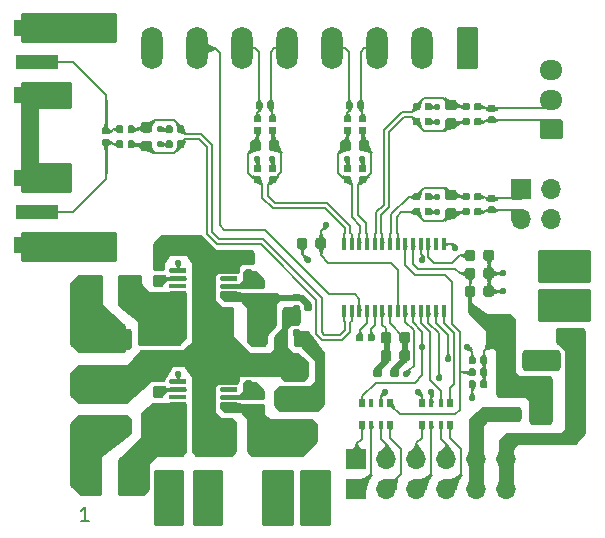
<source format=gbr>
G04 #@! TF.GenerationSoftware,KiCad,Pcbnew,(5.1.5)-2*
G04 #@! TF.CreationDate,2020-08-01T22:44:24+08:00*
G04 #@! TF.ProjectId,Module_ADS1263,4d6f6475-6c65-45f4-9144-53313236332e,rev?*
G04 #@! TF.SameCoordinates,Original*
G04 #@! TF.FileFunction,Copper,L1,Top*
G04 #@! TF.FilePolarity,Positive*
%FSLAX46Y46*%
G04 Gerber Fmt 4.6, Leading zero omitted, Abs format (unit mm)*
G04 Created by KiCad (PCBNEW (5.1.5)-2) date 2020-08-01 22:44:24*
%MOMM*%
%LPD*%
G04 APERTURE LIST*
%ADD10C,0.203200*%
%ADD11C,0.100000*%
%ADD12O,1.700000X1.700000*%
%ADD13R,1.700000X1.700000*%
%ADD14O,1.950000X1.700000*%
%ADD15R,0.900000X1.200000*%
%ADD16R,3.600000X1.270000*%
%ADD17R,4.200000X1.350000*%
%ADD18R,0.500000X0.800000*%
%ADD19R,0.400000X0.800000*%
%ADD20O,3.600000X1.800000*%
%ADD21O,1.800000X3.600000*%
%ADD22R,0.400000X1.100000*%
%ADD23C,0.558800*%
%ADD24C,0.200000*%
%ADD25C,0.254000*%
%ADD26C,0.025400*%
G04 APERTURE END LIST*
D10*
X108171342Y-130980542D02*
X107474657Y-130980542D01*
X107823000Y-130980542D02*
X107823000Y-129761342D01*
X107706885Y-129935514D01*
X107590771Y-130051628D01*
X107474657Y-130109685D01*
G04 #@! TA.AperFunction,SMDPad,CuDef*
D11*
G36*
X147969504Y-111774204D02*
G01*
X147993773Y-111777804D01*
X148017571Y-111783765D01*
X148040671Y-111792030D01*
X148062849Y-111802520D01*
X148083893Y-111815133D01*
X148103598Y-111829747D01*
X148121777Y-111846223D01*
X148138253Y-111864402D01*
X148152867Y-111884107D01*
X148165480Y-111905151D01*
X148175970Y-111927329D01*
X148184235Y-111950429D01*
X148190196Y-111974227D01*
X148193796Y-111998496D01*
X148195000Y-112023000D01*
X148195000Y-112773000D01*
X148193796Y-112797504D01*
X148190196Y-112821773D01*
X148184235Y-112845571D01*
X148175970Y-112868671D01*
X148165480Y-112890849D01*
X148152867Y-112911893D01*
X148138253Y-112931598D01*
X148121777Y-112949777D01*
X148103598Y-112966253D01*
X148083893Y-112980867D01*
X148062849Y-112993480D01*
X148040671Y-113003970D01*
X148017571Y-113012235D01*
X147993773Y-113018196D01*
X147969504Y-113021796D01*
X147945000Y-113023000D01*
X146695000Y-113023000D01*
X146670496Y-113021796D01*
X146646227Y-113018196D01*
X146622429Y-113012235D01*
X146599329Y-113003970D01*
X146577151Y-112993480D01*
X146556107Y-112980867D01*
X146536402Y-112966253D01*
X146518223Y-112949777D01*
X146501747Y-112931598D01*
X146487133Y-112911893D01*
X146474520Y-112890849D01*
X146464030Y-112868671D01*
X146455765Y-112845571D01*
X146449804Y-112821773D01*
X146446204Y-112797504D01*
X146445000Y-112773000D01*
X146445000Y-112023000D01*
X146446204Y-111998496D01*
X146449804Y-111974227D01*
X146455765Y-111950429D01*
X146464030Y-111927329D01*
X146474520Y-111905151D01*
X146487133Y-111884107D01*
X146501747Y-111864402D01*
X146518223Y-111846223D01*
X146536402Y-111829747D01*
X146556107Y-111815133D01*
X146577151Y-111802520D01*
X146599329Y-111792030D01*
X146622429Y-111783765D01*
X146646227Y-111777804D01*
X146670496Y-111774204D01*
X146695000Y-111773000D01*
X147945000Y-111773000D01*
X147969504Y-111774204D01*
G37*
G04 #@! TD.AperFunction*
G04 #@! TA.AperFunction,SMDPad,CuDef*
G36*
X147969504Y-108974204D02*
G01*
X147993773Y-108977804D01*
X148017571Y-108983765D01*
X148040671Y-108992030D01*
X148062849Y-109002520D01*
X148083893Y-109015133D01*
X148103598Y-109029747D01*
X148121777Y-109046223D01*
X148138253Y-109064402D01*
X148152867Y-109084107D01*
X148165480Y-109105151D01*
X148175970Y-109127329D01*
X148184235Y-109150429D01*
X148190196Y-109174227D01*
X148193796Y-109198496D01*
X148195000Y-109223000D01*
X148195000Y-109973000D01*
X148193796Y-109997504D01*
X148190196Y-110021773D01*
X148184235Y-110045571D01*
X148175970Y-110068671D01*
X148165480Y-110090849D01*
X148152867Y-110111893D01*
X148138253Y-110131598D01*
X148121777Y-110149777D01*
X148103598Y-110166253D01*
X148083893Y-110180867D01*
X148062849Y-110193480D01*
X148040671Y-110203970D01*
X148017571Y-110212235D01*
X147993773Y-110218196D01*
X147969504Y-110221796D01*
X147945000Y-110223000D01*
X146695000Y-110223000D01*
X146670496Y-110221796D01*
X146646227Y-110218196D01*
X146622429Y-110212235D01*
X146599329Y-110203970D01*
X146577151Y-110193480D01*
X146556107Y-110180867D01*
X146536402Y-110166253D01*
X146518223Y-110149777D01*
X146501747Y-110131598D01*
X146487133Y-110111893D01*
X146474520Y-110090849D01*
X146464030Y-110068671D01*
X146455765Y-110045571D01*
X146449804Y-110021773D01*
X146446204Y-109997504D01*
X146445000Y-109973000D01*
X146445000Y-109223000D01*
X146446204Y-109198496D01*
X146449804Y-109174227D01*
X146455765Y-109150429D01*
X146464030Y-109127329D01*
X146474520Y-109105151D01*
X146487133Y-109084107D01*
X146501747Y-109064402D01*
X146518223Y-109046223D01*
X146536402Y-109029747D01*
X146556107Y-109015133D01*
X146577151Y-109002520D01*
X146599329Y-108992030D01*
X146622429Y-108983765D01*
X146646227Y-108977804D01*
X146670496Y-108974204D01*
X146695000Y-108973000D01*
X147945000Y-108973000D01*
X147969504Y-108974204D01*
G37*
G04 #@! TD.AperFunction*
G04 #@! TA.AperFunction,SMDPad,CuDef*
G36*
X127529504Y-126888204D02*
G01*
X127553773Y-126891804D01*
X127577571Y-126897765D01*
X127600671Y-126906030D01*
X127622849Y-126916520D01*
X127643893Y-126929133D01*
X127663598Y-126943747D01*
X127681777Y-126960223D01*
X127698253Y-126978402D01*
X127712867Y-126998107D01*
X127725480Y-127019151D01*
X127735970Y-127041329D01*
X127744235Y-127064429D01*
X127750196Y-127088227D01*
X127753796Y-127112496D01*
X127755000Y-127137000D01*
X127755000Y-128387000D01*
X127753796Y-128411504D01*
X127750196Y-128435773D01*
X127744235Y-128459571D01*
X127735970Y-128482671D01*
X127725480Y-128504849D01*
X127712867Y-128525893D01*
X127698253Y-128545598D01*
X127681777Y-128563777D01*
X127663598Y-128580253D01*
X127643893Y-128594867D01*
X127622849Y-128607480D01*
X127600671Y-128617970D01*
X127577571Y-128626235D01*
X127553773Y-128632196D01*
X127529504Y-128635796D01*
X127505000Y-128637000D01*
X126755000Y-128637000D01*
X126730496Y-128635796D01*
X126706227Y-128632196D01*
X126682429Y-128626235D01*
X126659329Y-128617970D01*
X126637151Y-128607480D01*
X126616107Y-128594867D01*
X126596402Y-128580253D01*
X126578223Y-128563777D01*
X126561747Y-128545598D01*
X126547133Y-128525893D01*
X126534520Y-128504849D01*
X126524030Y-128482671D01*
X126515765Y-128459571D01*
X126509804Y-128435773D01*
X126506204Y-128411504D01*
X126505000Y-128387000D01*
X126505000Y-127137000D01*
X126506204Y-127112496D01*
X126509804Y-127088227D01*
X126515765Y-127064429D01*
X126524030Y-127041329D01*
X126534520Y-127019151D01*
X126547133Y-126998107D01*
X126561747Y-126978402D01*
X126578223Y-126960223D01*
X126596402Y-126943747D01*
X126616107Y-126929133D01*
X126637151Y-126916520D01*
X126659329Y-126906030D01*
X126682429Y-126897765D01*
X126706227Y-126891804D01*
X126730496Y-126888204D01*
X126755000Y-126887000D01*
X127505000Y-126887000D01*
X127529504Y-126888204D01*
G37*
G04 #@! TD.AperFunction*
G04 #@! TA.AperFunction,SMDPad,CuDef*
G36*
X124729504Y-126888204D02*
G01*
X124753773Y-126891804D01*
X124777571Y-126897765D01*
X124800671Y-126906030D01*
X124822849Y-126916520D01*
X124843893Y-126929133D01*
X124863598Y-126943747D01*
X124881777Y-126960223D01*
X124898253Y-126978402D01*
X124912867Y-126998107D01*
X124925480Y-127019151D01*
X124935970Y-127041329D01*
X124944235Y-127064429D01*
X124950196Y-127088227D01*
X124953796Y-127112496D01*
X124955000Y-127137000D01*
X124955000Y-128387000D01*
X124953796Y-128411504D01*
X124950196Y-128435773D01*
X124944235Y-128459571D01*
X124935970Y-128482671D01*
X124925480Y-128504849D01*
X124912867Y-128525893D01*
X124898253Y-128545598D01*
X124881777Y-128563777D01*
X124863598Y-128580253D01*
X124843893Y-128594867D01*
X124822849Y-128607480D01*
X124800671Y-128617970D01*
X124777571Y-128626235D01*
X124753773Y-128632196D01*
X124729504Y-128635796D01*
X124705000Y-128637000D01*
X123955000Y-128637000D01*
X123930496Y-128635796D01*
X123906227Y-128632196D01*
X123882429Y-128626235D01*
X123859329Y-128617970D01*
X123837151Y-128607480D01*
X123816107Y-128594867D01*
X123796402Y-128580253D01*
X123778223Y-128563777D01*
X123761747Y-128545598D01*
X123747133Y-128525893D01*
X123734520Y-128504849D01*
X123724030Y-128482671D01*
X123715765Y-128459571D01*
X123709804Y-128435773D01*
X123706204Y-128411504D01*
X123705000Y-128387000D01*
X123705000Y-127137000D01*
X123706204Y-127112496D01*
X123709804Y-127088227D01*
X123715765Y-127064429D01*
X123724030Y-127041329D01*
X123734520Y-127019151D01*
X123747133Y-126998107D01*
X123761747Y-126978402D01*
X123778223Y-126960223D01*
X123796402Y-126943747D01*
X123816107Y-126929133D01*
X123837151Y-126916520D01*
X123859329Y-126906030D01*
X123882429Y-126897765D01*
X123906227Y-126891804D01*
X123930496Y-126888204D01*
X123955000Y-126887000D01*
X124705000Y-126887000D01*
X124729504Y-126888204D01*
G37*
G04 #@! TD.AperFunction*
D12*
X147320000Y-105410000D03*
X144780000Y-105410000D03*
X147320000Y-102870000D03*
D13*
X144780000Y-102870000D03*
D14*
X147320000Y-92790000D03*
X147320000Y-95290000D03*
G04 #@! TA.AperFunction,ComponentPad*
D11*
G36*
X148069504Y-96941204D02*
G01*
X148093773Y-96944804D01*
X148117571Y-96950765D01*
X148140671Y-96959030D01*
X148162849Y-96969520D01*
X148183893Y-96982133D01*
X148203598Y-96996747D01*
X148221777Y-97013223D01*
X148238253Y-97031402D01*
X148252867Y-97051107D01*
X148265480Y-97072151D01*
X148275970Y-97094329D01*
X148284235Y-97117429D01*
X148290196Y-97141227D01*
X148293796Y-97165496D01*
X148295000Y-97190000D01*
X148295000Y-98390000D01*
X148293796Y-98414504D01*
X148290196Y-98438773D01*
X148284235Y-98462571D01*
X148275970Y-98485671D01*
X148265480Y-98507849D01*
X148252867Y-98528893D01*
X148238253Y-98548598D01*
X148221777Y-98566777D01*
X148203598Y-98583253D01*
X148183893Y-98597867D01*
X148162849Y-98610480D01*
X148140671Y-98620970D01*
X148117571Y-98629235D01*
X148093773Y-98635196D01*
X148069504Y-98638796D01*
X148045000Y-98640000D01*
X146595000Y-98640000D01*
X146570496Y-98638796D01*
X146546227Y-98635196D01*
X146522429Y-98629235D01*
X146499329Y-98620970D01*
X146477151Y-98610480D01*
X146456107Y-98597867D01*
X146436402Y-98583253D01*
X146418223Y-98566777D01*
X146401747Y-98548598D01*
X146387133Y-98528893D01*
X146374520Y-98507849D01*
X146364030Y-98485671D01*
X146355765Y-98462571D01*
X146349804Y-98438773D01*
X146346204Y-98414504D01*
X146345000Y-98390000D01*
X146345000Y-97190000D01*
X146346204Y-97165496D01*
X146349804Y-97141227D01*
X146355765Y-97117429D01*
X146364030Y-97094329D01*
X146374520Y-97072151D01*
X146387133Y-97051107D01*
X146401747Y-97031402D01*
X146418223Y-97013223D01*
X146436402Y-96996747D01*
X146456107Y-96982133D01*
X146477151Y-96969520D01*
X146499329Y-96959030D01*
X146522429Y-96950765D01*
X146546227Y-96944804D01*
X146570496Y-96941204D01*
X146595000Y-96940000D01*
X148045000Y-96940000D01*
X148069504Y-96941204D01*
G37*
G04 #@! TD.AperFunction*
G04 #@! TA.AperFunction,SMDPad,CuDef*
G36*
X141743958Y-117028710D02*
G01*
X141758276Y-117030834D01*
X141772317Y-117034351D01*
X141785946Y-117039228D01*
X141799031Y-117045417D01*
X141811447Y-117052858D01*
X141823073Y-117061481D01*
X141833798Y-117071202D01*
X141843519Y-117081927D01*
X141852142Y-117093553D01*
X141859583Y-117105969D01*
X141865772Y-117119054D01*
X141870649Y-117132683D01*
X141874166Y-117146724D01*
X141876290Y-117161042D01*
X141877000Y-117175500D01*
X141877000Y-117520500D01*
X141876290Y-117534958D01*
X141874166Y-117549276D01*
X141870649Y-117563317D01*
X141865772Y-117576946D01*
X141859583Y-117590031D01*
X141852142Y-117602447D01*
X141843519Y-117614073D01*
X141833798Y-117624798D01*
X141823073Y-117634519D01*
X141811447Y-117643142D01*
X141799031Y-117650583D01*
X141785946Y-117656772D01*
X141772317Y-117661649D01*
X141758276Y-117665166D01*
X141743958Y-117667290D01*
X141729500Y-117668000D01*
X141434500Y-117668000D01*
X141420042Y-117667290D01*
X141405724Y-117665166D01*
X141391683Y-117661649D01*
X141378054Y-117656772D01*
X141364969Y-117650583D01*
X141352553Y-117643142D01*
X141340927Y-117634519D01*
X141330202Y-117624798D01*
X141320481Y-117614073D01*
X141311858Y-117602447D01*
X141304417Y-117590031D01*
X141298228Y-117576946D01*
X141293351Y-117563317D01*
X141289834Y-117549276D01*
X141287710Y-117534958D01*
X141287000Y-117520500D01*
X141287000Y-117175500D01*
X141287710Y-117161042D01*
X141289834Y-117146724D01*
X141293351Y-117132683D01*
X141298228Y-117119054D01*
X141304417Y-117105969D01*
X141311858Y-117093553D01*
X141320481Y-117081927D01*
X141330202Y-117071202D01*
X141340927Y-117061481D01*
X141352553Y-117052858D01*
X141364969Y-117045417D01*
X141378054Y-117039228D01*
X141391683Y-117034351D01*
X141405724Y-117030834D01*
X141420042Y-117028710D01*
X141434500Y-117028000D01*
X141729500Y-117028000D01*
X141743958Y-117028710D01*
G37*
G04 #@! TD.AperFunction*
G04 #@! TA.AperFunction,SMDPad,CuDef*
G36*
X140773958Y-117028710D02*
G01*
X140788276Y-117030834D01*
X140802317Y-117034351D01*
X140815946Y-117039228D01*
X140829031Y-117045417D01*
X140841447Y-117052858D01*
X140853073Y-117061481D01*
X140863798Y-117071202D01*
X140873519Y-117081927D01*
X140882142Y-117093553D01*
X140889583Y-117105969D01*
X140895772Y-117119054D01*
X140900649Y-117132683D01*
X140904166Y-117146724D01*
X140906290Y-117161042D01*
X140907000Y-117175500D01*
X140907000Y-117520500D01*
X140906290Y-117534958D01*
X140904166Y-117549276D01*
X140900649Y-117563317D01*
X140895772Y-117576946D01*
X140889583Y-117590031D01*
X140882142Y-117602447D01*
X140873519Y-117614073D01*
X140863798Y-117624798D01*
X140853073Y-117634519D01*
X140841447Y-117643142D01*
X140829031Y-117650583D01*
X140815946Y-117656772D01*
X140802317Y-117661649D01*
X140788276Y-117665166D01*
X140773958Y-117667290D01*
X140759500Y-117668000D01*
X140464500Y-117668000D01*
X140450042Y-117667290D01*
X140435724Y-117665166D01*
X140421683Y-117661649D01*
X140408054Y-117656772D01*
X140394969Y-117650583D01*
X140382553Y-117643142D01*
X140370927Y-117634519D01*
X140360202Y-117624798D01*
X140350481Y-117614073D01*
X140341858Y-117602447D01*
X140334417Y-117590031D01*
X140328228Y-117576946D01*
X140323351Y-117563317D01*
X140319834Y-117549276D01*
X140317710Y-117534958D01*
X140317000Y-117520500D01*
X140317000Y-117175500D01*
X140317710Y-117161042D01*
X140319834Y-117146724D01*
X140323351Y-117132683D01*
X140328228Y-117119054D01*
X140334417Y-117105969D01*
X140341858Y-117093553D01*
X140350481Y-117081927D01*
X140360202Y-117071202D01*
X140370927Y-117061481D01*
X140382553Y-117052858D01*
X140394969Y-117045417D01*
X140408054Y-117039228D01*
X140421683Y-117034351D01*
X140435724Y-117030834D01*
X140450042Y-117028710D01*
X140464500Y-117028000D01*
X140759500Y-117028000D01*
X140773958Y-117028710D01*
G37*
G04 #@! TD.AperFunction*
G04 #@! TA.AperFunction,SMDPad,CuDef*
G36*
X141743958Y-118044710D02*
G01*
X141758276Y-118046834D01*
X141772317Y-118050351D01*
X141785946Y-118055228D01*
X141799031Y-118061417D01*
X141811447Y-118068858D01*
X141823073Y-118077481D01*
X141833798Y-118087202D01*
X141843519Y-118097927D01*
X141852142Y-118109553D01*
X141859583Y-118121969D01*
X141865772Y-118135054D01*
X141870649Y-118148683D01*
X141874166Y-118162724D01*
X141876290Y-118177042D01*
X141877000Y-118191500D01*
X141877000Y-118536500D01*
X141876290Y-118550958D01*
X141874166Y-118565276D01*
X141870649Y-118579317D01*
X141865772Y-118592946D01*
X141859583Y-118606031D01*
X141852142Y-118618447D01*
X141843519Y-118630073D01*
X141833798Y-118640798D01*
X141823073Y-118650519D01*
X141811447Y-118659142D01*
X141799031Y-118666583D01*
X141785946Y-118672772D01*
X141772317Y-118677649D01*
X141758276Y-118681166D01*
X141743958Y-118683290D01*
X141729500Y-118684000D01*
X141434500Y-118684000D01*
X141420042Y-118683290D01*
X141405724Y-118681166D01*
X141391683Y-118677649D01*
X141378054Y-118672772D01*
X141364969Y-118666583D01*
X141352553Y-118659142D01*
X141340927Y-118650519D01*
X141330202Y-118640798D01*
X141320481Y-118630073D01*
X141311858Y-118618447D01*
X141304417Y-118606031D01*
X141298228Y-118592946D01*
X141293351Y-118579317D01*
X141289834Y-118565276D01*
X141287710Y-118550958D01*
X141287000Y-118536500D01*
X141287000Y-118191500D01*
X141287710Y-118177042D01*
X141289834Y-118162724D01*
X141293351Y-118148683D01*
X141298228Y-118135054D01*
X141304417Y-118121969D01*
X141311858Y-118109553D01*
X141320481Y-118097927D01*
X141330202Y-118087202D01*
X141340927Y-118077481D01*
X141352553Y-118068858D01*
X141364969Y-118061417D01*
X141378054Y-118055228D01*
X141391683Y-118050351D01*
X141405724Y-118046834D01*
X141420042Y-118044710D01*
X141434500Y-118044000D01*
X141729500Y-118044000D01*
X141743958Y-118044710D01*
G37*
G04 #@! TD.AperFunction*
G04 #@! TA.AperFunction,SMDPad,CuDef*
G36*
X140773958Y-118044710D02*
G01*
X140788276Y-118046834D01*
X140802317Y-118050351D01*
X140815946Y-118055228D01*
X140829031Y-118061417D01*
X140841447Y-118068858D01*
X140853073Y-118077481D01*
X140863798Y-118087202D01*
X140873519Y-118097927D01*
X140882142Y-118109553D01*
X140889583Y-118121969D01*
X140895772Y-118135054D01*
X140900649Y-118148683D01*
X140904166Y-118162724D01*
X140906290Y-118177042D01*
X140907000Y-118191500D01*
X140907000Y-118536500D01*
X140906290Y-118550958D01*
X140904166Y-118565276D01*
X140900649Y-118579317D01*
X140895772Y-118592946D01*
X140889583Y-118606031D01*
X140882142Y-118618447D01*
X140873519Y-118630073D01*
X140863798Y-118640798D01*
X140853073Y-118650519D01*
X140841447Y-118659142D01*
X140829031Y-118666583D01*
X140815946Y-118672772D01*
X140802317Y-118677649D01*
X140788276Y-118681166D01*
X140773958Y-118683290D01*
X140759500Y-118684000D01*
X140464500Y-118684000D01*
X140450042Y-118683290D01*
X140435724Y-118681166D01*
X140421683Y-118677649D01*
X140408054Y-118672772D01*
X140394969Y-118666583D01*
X140382553Y-118659142D01*
X140370927Y-118650519D01*
X140360202Y-118640798D01*
X140350481Y-118630073D01*
X140341858Y-118618447D01*
X140334417Y-118606031D01*
X140328228Y-118592946D01*
X140323351Y-118579317D01*
X140319834Y-118565276D01*
X140317710Y-118550958D01*
X140317000Y-118536500D01*
X140317000Y-118191500D01*
X140317710Y-118177042D01*
X140319834Y-118162724D01*
X140323351Y-118148683D01*
X140328228Y-118135054D01*
X140334417Y-118121969D01*
X140341858Y-118109553D01*
X140350481Y-118097927D01*
X140360202Y-118087202D01*
X140370927Y-118077481D01*
X140382553Y-118068858D01*
X140394969Y-118061417D01*
X140408054Y-118055228D01*
X140421683Y-118050351D01*
X140435724Y-118046834D01*
X140450042Y-118044710D01*
X140464500Y-118044000D01*
X140759500Y-118044000D01*
X140773958Y-118044710D01*
G37*
G04 #@! TD.AperFunction*
G04 #@! TA.AperFunction,SMDPad,CuDef*
G36*
X141743958Y-119060710D02*
G01*
X141758276Y-119062834D01*
X141772317Y-119066351D01*
X141785946Y-119071228D01*
X141799031Y-119077417D01*
X141811447Y-119084858D01*
X141823073Y-119093481D01*
X141833798Y-119103202D01*
X141843519Y-119113927D01*
X141852142Y-119125553D01*
X141859583Y-119137969D01*
X141865772Y-119151054D01*
X141870649Y-119164683D01*
X141874166Y-119178724D01*
X141876290Y-119193042D01*
X141877000Y-119207500D01*
X141877000Y-119552500D01*
X141876290Y-119566958D01*
X141874166Y-119581276D01*
X141870649Y-119595317D01*
X141865772Y-119608946D01*
X141859583Y-119622031D01*
X141852142Y-119634447D01*
X141843519Y-119646073D01*
X141833798Y-119656798D01*
X141823073Y-119666519D01*
X141811447Y-119675142D01*
X141799031Y-119682583D01*
X141785946Y-119688772D01*
X141772317Y-119693649D01*
X141758276Y-119697166D01*
X141743958Y-119699290D01*
X141729500Y-119700000D01*
X141434500Y-119700000D01*
X141420042Y-119699290D01*
X141405724Y-119697166D01*
X141391683Y-119693649D01*
X141378054Y-119688772D01*
X141364969Y-119682583D01*
X141352553Y-119675142D01*
X141340927Y-119666519D01*
X141330202Y-119656798D01*
X141320481Y-119646073D01*
X141311858Y-119634447D01*
X141304417Y-119622031D01*
X141298228Y-119608946D01*
X141293351Y-119595317D01*
X141289834Y-119581276D01*
X141287710Y-119566958D01*
X141287000Y-119552500D01*
X141287000Y-119207500D01*
X141287710Y-119193042D01*
X141289834Y-119178724D01*
X141293351Y-119164683D01*
X141298228Y-119151054D01*
X141304417Y-119137969D01*
X141311858Y-119125553D01*
X141320481Y-119113927D01*
X141330202Y-119103202D01*
X141340927Y-119093481D01*
X141352553Y-119084858D01*
X141364969Y-119077417D01*
X141378054Y-119071228D01*
X141391683Y-119066351D01*
X141405724Y-119062834D01*
X141420042Y-119060710D01*
X141434500Y-119060000D01*
X141729500Y-119060000D01*
X141743958Y-119060710D01*
G37*
G04 #@! TD.AperFunction*
G04 #@! TA.AperFunction,SMDPad,CuDef*
G36*
X140773958Y-119060710D02*
G01*
X140788276Y-119062834D01*
X140802317Y-119066351D01*
X140815946Y-119071228D01*
X140829031Y-119077417D01*
X140841447Y-119084858D01*
X140853073Y-119093481D01*
X140863798Y-119103202D01*
X140873519Y-119113927D01*
X140882142Y-119125553D01*
X140889583Y-119137969D01*
X140895772Y-119151054D01*
X140900649Y-119164683D01*
X140904166Y-119178724D01*
X140906290Y-119193042D01*
X140907000Y-119207500D01*
X140907000Y-119552500D01*
X140906290Y-119566958D01*
X140904166Y-119581276D01*
X140900649Y-119595317D01*
X140895772Y-119608946D01*
X140889583Y-119622031D01*
X140882142Y-119634447D01*
X140873519Y-119646073D01*
X140863798Y-119656798D01*
X140853073Y-119666519D01*
X140841447Y-119675142D01*
X140829031Y-119682583D01*
X140815946Y-119688772D01*
X140802317Y-119693649D01*
X140788276Y-119697166D01*
X140773958Y-119699290D01*
X140759500Y-119700000D01*
X140464500Y-119700000D01*
X140450042Y-119699290D01*
X140435724Y-119697166D01*
X140421683Y-119693649D01*
X140408054Y-119688772D01*
X140394969Y-119682583D01*
X140382553Y-119675142D01*
X140370927Y-119666519D01*
X140360202Y-119656798D01*
X140350481Y-119646073D01*
X140341858Y-119634447D01*
X140334417Y-119622031D01*
X140328228Y-119608946D01*
X140323351Y-119595317D01*
X140319834Y-119581276D01*
X140317710Y-119566958D01*
X140317000Y-119552500D01*
X140317000Y-119207500D01*
X140317710Y-119193042D01*
X140319834Y-119178724D01*
X140323351Y-119164683D01*
X140328228Y-119151054D01*
X140334417Y-119137969D01*
X140341858Y-119125553D01*
X140350481Y-119113927D01*
X140360202Y-119103202D01*
X140370927Y-119093481D01*
X140382553Y-119084858D01*
X140394969Y-119077417D01*
X140408054Y-119071228D01*
X140421683Y-119066351D01*
X140435724Y-119062834D01*
X140450042Y-119060710D01*
X140464500Y-119060000D01*
X140759500Y-119060000D01*
X140773958Y-119060710D01*
G37*
G04 #@! TD.AperFunction*
G04 #@! TA.AperFunction,SMDPad,CuDef*
G36*
X142251691Y-109508053D02*
G01*
X142272926Y-109511203D01*
X142293750Y-109516419D01*
X142313962Y-109523651D01*
X142333368Y-109532830D01*
X142351781Y-109543866D01*
X142369024Y-109556654D01*
X142384930Y-109571070D01*
X142399346Y-109586976D01*
X142412134Y-109604219D01*
X142423170Y-109622632D01*
X142432349Y-109642038D01*
X142439581Y-109662250D01*
X142444797Y-109683074D01*
X142447947Y-109704309D01*
X142449000Y-109725750D01*
X142449000Y-110238250D01*
X142447947Y-110259691D01*
X142444797Y-110280926D01*
X142439581Y-110301750D01*
X142432349Y-110321962D01*
X142423170Y-110341368D01*
X142412134Y-110359781D01*
X142399346Y-110377024D01*
X142384930Y-110392930D01*
X142369024Y-110407346D01*
X142351781Y-110420134D01*
X142333368Y-110431170D01*
X142313962Y-110440349D01*
X142293750Y-110447581D01*
X142272926Y-110452797D01*
X142251691Y-110455947D01*
X142230250Y-110457000D01*
X141792750Y-110457000D01*
X141771309Y-110455947D01*
X141750074Y-110452797D01*
X141729250Y-110447581D01*
X141709038Y-110440349D01*
X141689632Y-110431170D01*
X141671219Y-110420134D01*
X141653976Y-110407346D01*
X141638070Y-110392930D01*
X141623654Y-110377024D01*
X141610866Y-110359781D01*
X141599830Y-110341368D01*
X141590651Y-110321962D01*
X141583419Y-110301750D01*
X141578203Y-110280926D01*
X141575053Y-110259691D01*
X141574000Y-110238250D01*
X141574000Y-109725750D01*
X141575053Y-109704309D01*
X141578203Y-109683074D01*
X141583419Y-109662250D01*
X141590651Y-109642038D01*
X141599830Y-109622632D01*
X141610866Y-109604219D01*
X141623654Y-109586976D01*
X141638070Y-109571070D01*
X141653976Y-109556654D01*
X141671219Y-109543866D01*
X141689632Y-109532830D01*
X141709038Y-109523651D01*
X141729250Y-109516419D01*
X141750074Y-109511203D01*
X141771309Y-109508053D01*
X141792750Y-109507000D01*
X142230250Y-109507000D01*
X142251691Y-109508053D01*
G37*
G04 #@! TD.AperFunction*
G04 #@! TA.AperFunction,SMDPad,CuDef*
G36*
X140676691Y-109508053D02*
G01*
X140697926Y-109511203D01*
X140718750Y-109516419D01*
X140738962Y-109523651D01*
X140758368Y-109532830D01*
X140776781Y-109543866D01*
X140794024Y-109556654D01*
X140809930Y-109571070D01*
X140824346Y-109586976D01*
X140837134Y-109604219D01*
X140848170Y-109622632D01*
X140857349Y-109642038D01*
X140864581Y-109662250D01*
X140869797Y-109683074D01*
X140872947Y-109704309D01*
X140874000Y-109725750D01*
X140874000Y-110238250D01*
X140872947Y-110259691D01*
X140869797Y-110280926D01*
X140864581Y-110301750D01*
X140857349Y-110321962D01*
X140848170Y-110341368D01*
X140837134Y-110359781D01*
X140824346Y-110377024D01*
X140809930Y-110392930D01*
X140794024Y-110407346D01*
X140776781Y-110420134D01*
X140758368Y-110431170D01*
X140738962Y-110440349D01*
X140718750Y-110447581D01*
X140697926Y-110452797D01*
X140676691Y-110455947D01*
X140655250Y-110457000D01*
X140217750Y-110457000D01*
X140196309Y-110455947D01*
X140175074Y-110452797D01*
X140154250Y-110447581D01*
X140134038Y-110440349D01*
X140114632Y-110431170D01*
X140096219Y-110420134D01*
X140078976Y-110407346D01*
X140063070Y-110392930D01*
X140048654Y-110377024D01*
X140035866Y-110359781D01*
X140024830Y-110341368D01*
X140015651Y-110321962D01*
X140008419Y-110301750D01*
X140003203Y-110280926D01*
X140000053Y-110259691D01*
X139999000Y-110238250D01*
X139999000Y-109725750D01*
X140000053Y-109704309D01*
X140003203Y-109683074D01*
X140008419Y-109662250D01*
X140015651Y-109642038D01*
X140024830Y-109622632D01*
X140035866Y-109604219D01*
X140048654Y-109586976D01*
X140063070Y-109571070D01*
X140078976Y-109556654D01*
X140096219Y-109543866D01*
X140114632Y-109532830D01*
X140134038Y-109523651D01*
X140154250Y-109516419D01*
X140175074Y-109511203D01*
X140196309Y-109508053D01*
X140217750Y-109507000D01*
X140655250Y-109507000D01*
X140676691Y-109508053D01*
G37*
G04 #@! TD.AperFunction*
G04 #@! TA.AperFunction,SMDPad,CuDef*
G36*
X135139691Y-114969053D02*
G01*
X135160926Y-114972203D01*
X135181750Y-114977419D01*
X135201962Y-114984651D01*
X135221368Y-114993830D01*
X135239781Y-115004866D01*
X135257024Y-115017654D01*
X135272930Y-115032070D01*
X135287346Y-115047976D01*
X135300134Y-115065219D01*
X135311170Y-115083632D01*
X135320349Y-115103038D01*
X135327581Y-115123250D01*
X135332797Y-115144074D01*
X135335947Y-115165309D01*
X135337000Y-115186750D01*
X135337000Y-115699250D01*
X135335947Y-115720691D01*
X135332797Y-115741926D01*
X135327581Y-115762750D01*
X135320349Y-115782962D01*
X135311170Y-115802368D01*
X135300134Y-115820781D01*
X135287346Y-115838024D01*
X135272930Y-115853930D01*
X135257024Y-115868346D01*
X135239781Y-115881134D01*
X135221368Y-115892170D01*
X135201962Y-115901349D01*
X135181750Y-115908581D01*
X135160926Y-115913797D01*
X135139691Y-115916947D01*
X135118250Y-115918000D01*
X134680750Y-115918000D01*
X134659309Y-115916947D01*
X134638074Y-115913797D01*
X134617250Y-115908581D01*
X134597038Y-115901349D01*
X134577632Y-115892170D01*
X134559219Y-115881134D01*
X134541976Y-115868346D01*
X134526070Y-115853930D01*
X134511654Y-115838024D01*
X134498866Y-115820781D01*
X134487830Y-115802368D01*
X134478651Y-115782962D01*
X134471419Y-115762750D01*
X134466203Y-115741926D01*
X134463053Y-115720691D01*
X134462000Y-115699250D01*
X134462000Y-115186750D01*
X134463053Y-115165309D01*
X134466203Y-115144074D01*
X134471419Y-115123250D01*
X134478651Y-115103038D01*
X134487830Y-115083632D01*
X134498866Y-115065219D01*
X134511654Y-115047976D01*
X134526070Y-115032070D01*
X134541976Y-115017654D01*
X134559219Y-115004866D01*
X134577632Y-114993830D01*
X134597038Y-114984651D01*
X134617250Y-114977419D01*
X134638074Y-114972203D01*
X134659309Y-114969053D01*
X134680750Y-114968000D01*
X135118250Y-114968000D01*
X135139691Y-114969053D01*
G37*
G04 #@! TD.AperFunction*
G04 #@! TA.AperFunction,SMDPad,CuDef*
G36*
X133564691Y-114969053D02*
G01*
X133585926Y-114972203D01*
X133606750Y-114977419D01*
X133626962Y-114984651D01*
X133646368Y-114993830D01*
X133664781Y-115004866D01*
X133682024Y-115017654D01*
X133697930Y-115032070D01*
X133712346Y-115047976D01*
X133725134Y-115065219D01*
X133736170Y-115083632D01*
X133745349Y-115103038D01*
X133752581Y-115123250D01*
X133757797Y-115144074D01*
X133760947Y-115165309D01*
X133762000Y-115186750D01*
X133762000Y-115699250D01*
X133760947Y-115720691D01*
X133757797Y-115741926D01*
X133752581Y-115762750D01*
X133745349Y-115782962D01*
X133736170Y-115802368D01*
X133725134Y-115820781D01*
X133712346Y-115838024D01*
X133697930Y-115853930D01*
X133682024Y-115868346D01*
X133664781Y-115881134D01*
X133646368Y-115892170D01*
X133626962Y-115901349D01*
X133606750Y-115908581D01*
X133585926Y-115913797D01*
X133564691Y-115916947D01*
X133543250Y-115918000D01*
X133105750Y-115918000D01*
X133084309Y-115916947D01*
X133063074Y-115913797D01*
X133042250Y-115908581D01*
X133022038Y-115901349D01*
X133002632Y-115892170D01*
X132984219Y-115881134D01*
X132966976Y-115868346D01*
X132951070Y-115853930D01*
X132936654Y-115838024D01*
X132923866Y-115820781D01*
X132912830Y-115802368D01*
X132903651Y-115782962D01*
X132896419Y-115762750D01*
X132891203Y-115741926D01*
X132888053Y-115720691D01*
X132887000Y-115699250D01*
X132887000Y-115186750D01*
X132888053Y-115165309D01*
X132891203Y-115144074D01*
X132896419Y-115123250D01*
X132903651Y-115103038D01*
X132912830Y-115083632D01*
X132923866Y-115065219D01*
X132936654Y-115047976D01*
X132951070Y-115032070D01*
X132966976Y-115017654D01*
X132984219Y-115004866D01*
X133002632Y-114993830D01*
X133022038Y-114984651D01*
X133042250Y-114977419D01*
X133063074Y-114972203D01*
X133084309Y-114969053D01*
X133105750Y-114968000D01*
X133543250Y-114968000D01*
X133564691Y-114969053D01*
G37*
G04 #@! TD.AperFunction*
G04 #@! TA.AperFunction,SMDPad,CuDef*
G36*
X143990142Y-119480174D02*
G01*
X144013803Y-119483684D01*
X144037007Y-119489496D01*
X144059529Y-119497554D01*
X144081153Y-119507782D01*
X144101670Y-119520079D01*
X144120883Y-119534329D01*
X144138607Y-119550393D01*
X144154671Y-119568117D01*
X144168921Y-119587330D01*
X144181218Y-119607847D01*
X144191446Y-119629471D01*
X144199504Y-119651993D01*
X144205316Y-119675197D01*
X144208826Y-119698858D01*
X144210000Y-119722750D01*
X144210000Y-120210250D01*
X144208826Y-120234142D01*
X144205316Y-120257803D01*
X144199504Y-120281007D01*
X144191446Y-120303529D01*
X144181218Y-120325153D01*
X144168921Y-120345670D01*
X144154671Y-120364883D01*
X144138607Y-120382607D01*
X144120883Y-120398671D01*
X144101670Y-120412921D01*
X144081153Y-120425218D01*
X144059529Y-120435446D01*
X144037007Y-120443504D01*
X144013803Y-120449316D01*
X143990142Y-120452826D01*
X143966250Y-120454000D01*
X143053750Y-120454000D01*
X143029858Y-120452826D01*
X143006197Y-120449316D01*
X142982993Y-120443504D01*
X142960471Y-120435446D01*
X142938847Y-120425218D01*
X142918330Y-120412921D01*
X142899117Y-120398671D01*
X142881393Y-120382607D01*
X142865329Y-120364883D01*
X142851079Y-120345670D01*
X142838782Y-120325153D01*
X142828554Y-120303529D01*
X142820496Y-120281007D01*
X142814684Y-120257803D01*
X142811174Y-120234142D01*
X142810000Y-120210250D01*
X142810000Y-119722750D01*
X142811174Y-119698858D01*
X142814684Y-119675197D01*
X142820496Y-119651993D01*
X142828554Y-119629471D01*
X142838782Y-119607847D01*
X142851079Y-119587330D01*
X142865329Y-119568117D01*
X142881393Y-119550393D01*
X142899117Y-119534329D01*
X142918330Y-119520079D01*
X142938847Y-119507782D01*
X142960471Y-119497554D01*
X142982993Y-119489496D01*
X143006197Y-119483684D01*
X143029858Y-119480174D01*
X143053750Y-119479000D01*
X143966250Y-119479000D01*
X143990142Y-119480174D01*
G37*
G04 #@! TD.AperFunction*
G04 #@! TA.AperFunction,SMDPad,CuDef*
G36*
X143990142Y-121355174D02*
G01*
X144013803Y-121358684D01*
X144037007Y-121364496D01*
X144059529Y-121372554D01*
X144081153Y-121382782D01*
X144101670Y-121395079D01*
X144120883Y-121409329D01*
X144138607Y-121425393D01*
X144154671Y-121443117D01*
X144168921Y-121462330D01*
X144181218Y-121482847D01*
X144191446Y-121504471D01*
X144199504Y-121526993D01*
X144205316Y-121550197D01*
X144208826Y-121573858D01*
X144210000Y-121597750D01*
X144210000Y-122085250D01*
X144208826Y-122109142D01*
X144205316Y-122132803D01*
X144199504Y-122156007D01*
X144191446Y-122178529D01*
X144181218Y-122200153D01*
X144168921Y-122220670D01*
X144154671Y-122239883D01*
X144138607Y-122257607D01*
X144120883Y-122273671D01*
X144101670Y-122287921D01*
X144081153Y-122300218D01*
X144059529Y-122310446D01*
X144037007Y-122318504D01*
X144013803Y-122324316D01*
X143990142Y-122327826D01*
X143966250Y-122329000D01*
X143053750Y-122329000D01*
X143029858Y-122327826D01*
X143006197Y-122324316D01*
X142982993Y-122318504D01*
X142960471Y-122310446D01*
X142938847Y-122300218D01*
X142918330Y-122287921D01*
X142899117Y-122273671D01*
X142881393Y-122257607D01*
X142865329Y-122239883D01*
X142851079Y-122220670D01*
X142838782Y-122200153D01*
X142828554Y-122178529D01*
X142820496Y-122156007D01*
X142814684Y-122132803D01*
X142811174Y-122109142D01*
X142810000Y-122085250D01*
X142810000Y-121597750D01*
X142811174Y-121573858D01*
X142814684Y-121550197D01*
X142820496Y-121526993D01*
X142828554Y-121504471D01*
X142838782Y-121482847D01*
X142851079Y-121462330D01*
X142865329Y-121443117D01*
X142881393Y-121425393D01*
X142899117Y-121409329D01*
X142918330Y-121395079D01*
X142938847Y-121382782D01*
X142960471Y-121372554D01*
X142982993Y-121364496D01*
X143006197Y-121358684D01*
X143029858Y-121355174D01*
X143053750Y-121354000D01*
X143966250Y-121354000D01*
X143990142Y-121355174D01*
G37*
G04 #@! TD.AperFunction*
D15*
X149352000Y-121920000D03*
X146052000Y-121920000D03*
X118236000Y-127762000D03*
X114936000Y-127762000D03*
G04 #@! TA.AperFunction,SMDPad,CuDef*
D11*
G36*
X149751504Y-118760204D02*
G01*
X149775773Y-118763804D01*
X149799571Y-118769765D01*
X149822671Y-118778030D01*
X149844849Y-118788520D01*
X149865893Y-118801133D01*
X149885598Y-118815747D01*
X149903777Y-118832223D01*
X149920253Y-118850402D01*
X149934867Y-118870107D01*
X149947480Y-118891151D01*
X149957970Y-118913329D01*
X149966235Y-118936429D01*
X149972196Y-118960227D01*
X149975796Y-118984496D01*
X149977000Y-119009000D01*
X149977000Y-120259000D01*
X149975796Y-120283504D01*
X149972196Y-120307773D01*
X149966235Y-120331571D01*
X149957970Y-120354671D01*
X149947480Y-120376849D01*
X149934867Y-120397893D01*
X149920253Y-120417598D01*
X149903777Y-120435777D01*
X149885598Y-120452253D01*
X149865893Y-120466867D01*
X149844849Y-120479480D01*
X149822671Y-120489970D01*
X149799571Y-120498235D01*
X149775773Y-120504196D01*
X149751504Y-120507796D01*
X149727000Y-120509000D01*
X148977000Y-120509000D01*
X148952496Y-120507796D01*
X148928227Y-120504196D01*
X148904429Y-120498235D01*
X148881329Y-120489970D01*
X148859151Y-120479480D01*
X148838107Y-120466867D01*
X148818402Y-120452253D01*
X148800223Y-120435777D01*
X148783747Y-120417598D01*
X148769133Y-120397893D01*
X148756520Y-120376849D01*
X148746030Y-120354671D01*
X148737765Y-120331571D01*
X148731804Y-120307773D01*
X148728204Y-120283504D01*
X148727000Y-120259000D01*
X148727000Y-119009000D01*
X148728204Y-118984496D01*
X148731804Y-118960227D01*
X148737765Y-118936429D01*
X148746030Y-118913329D01*
X148756520Y-118891151D01*
X148769133Y-118870107D01*
X148783747Y-118850402D01*
X148800223Y-118832223D01*
X148818402Y-118815747D01*
X148838107Y-118801133D01*
X148859151Y-118788520D01*
X148881329Y-118778030D01*
X148904429Y-118769765D01*
X148928227Y-118763804D01*
X148952496Y-118760204D01*
X148977000Y-118759000D01*
X149727000Y-118759000D01*
X149751504Y-118760204D01*
G37*
G04 #@! TD.AperFunction*
G04 #@! TA.AperFunction,SMDPad,CuDef*
G36*
X146951504Y-118760204D02*
G01*
X146975773Y-118763804D01*
X146999571Y-118769765D01*
X147022671Y-118778030D01*
X147044849Y-118788520D01*
X147065893Y-118801133D01*
X147085598Y-118815747D01*
X147103777Y-118832223D01*
X147120253Y-118850402D01*
X147134867Y-118870107D01*
X147147480Y-118891151D01*
X147157970Y-118913329D01*
X147166235Y-118936429D01*
X147172196Y-118960227D01*
X147175796Y-118984496D01*
X147177000Y-119009000D01*
X147177000Y-120259000D01*
X147175796Y-120283504D01*
X147172196Y-120307773D01*
X147166235Y-120331571D01*
X147157970Y-120354671D01*
X147147480Y-120376849D01*
X147134867Y-120397893D01*
X147120253Y-120417598D01*
X147103777Y-120435777D01*
X147085598Y-120452253D01*
X147065893Y-120466867D01*
X147044849Y-120479480D01*
X147022671Y-120489970D01*
X146999571Y-120498235D01*
X146975773Y-120504196D01*
X146951504Y-120507796D01*
X146927000Y-120509000D01*
X146177000Y-120509000D01*
X146152496Y-120507796D01*
X146128227Y-120504196D01*
X146104429Y-120498235D01*
X146081329Y-120489970D01*
X146059151Y-120479480D01*
X146038107Y-120466867D01*
X146018402Y-120452253D01*
X146000223Y-120435777D01*
X145983747Y-120417598D01*
X145969133Y-120397893D01*
X145956520Y-120376849D01*
X145946030Y-120354671D01*
X145937765Y-120331571D01*
X145931804Y-120307773D01*
X145928204Y-120283504D01*
X145927000Y-120259000D01*
X145927000Y-119009000D01*
X145928204Y-118984496D01*
X145931804Y-118960227D01*
X145937765Y-118936429D01*
X145946030Y-118913329D01*
X145956520Y-118891151D01*
X145969133Y-118870107D01*
X145983747Y-118850402D01*
X146000223Y-118832223D01*
X146018402Y-118815747D01*
X146038107Y-118801133D01*
X146059151Y-118788520D01*
X146081329Y-118778030D01*
X146104429Y-118769765D01*
X146128227Y-118763804D01*
X146152496Y-118760204D01*
X146177000Y-118759000D01*
X146927000Y-118759000D01*
X146951504Y-118760204D01*
G37*
G04 #@! TD.AperFunction*
D16*
X103759000Y-104775000D03*
D17*
X103959000Y-107600000D03*
X103959000Y-101950000D03*
D16*
X103759000Y-92075000D03*
D17*
X103959000Y-94900000D03*
X103959000Y-89250000D03*
D15*
X111632000Y-127762000D03*
X108332000Y-127762000D03*
X108332000Y-110998000D03*
X111632000Y-110998000D03*
G04 #@! TA.AperFunction,SMDPad,CuDef*
D11*
G36*
X145652642Y-116649174D02*
G01*
X145676303Y-116652684D01*
X145699507Y-116658496D01*
X145722029Y-116666554D01*
X145743653Y-116676782D01*
X145764170Y-116689079D01*
X145783383Y-116703329D01*
X145801107Y-116719393D01*
X145817171Y-116737117D01*
X145831421Y-116756330D01*
X145843718Y-116776847D01*
X145853946Y-116798471D01*
X145862004Y-116820993D01*
X145867816Y-116844197D01*
X145871326Y-116867858D01*
X145872500Y-116891750D01*
X145872500Y-117804250D01*
X145871326Y-117828142D01*
X145867816Y-117851803D01*
X145862004Y-117875007D01*
X145853946Y-117897529D01*
X145843718Y-117919153D01*
X145831421Y-117939670D01*
X145817171Y-117958883D01*
X145801107Y-117976607D01*
X145783383Y-117992671D01*
X145764170Y-118006921D01*
X145743653Y-118019218D01*
X145722029Y-118029446D01*
X145699507Y-118037504D01*
X145676303Y-118043316D01*
X145652642Y-118046826D01*
X145628750Y-118048000D01*
X145141250Y-118048000D01*
X145117358Y-118046826D01*
X145093697Y-118043316D01*
X145070493Y-118037504D01*
X145047971Y-118029446D01*
X145026347Y-118019218D01*
X145005830Y-118006921D01*
X144986617Y-117992671D01*
X144968893Y-117976607D01*
X144952829Y-117958883D01*
X144938579Y-117939670D01*
X144926282Y-117919153D01*
X144916054Y-117897529D01*
X144907996Y-117875007D01*
X144902184Y-117851803D01*
X144898674Y-117828142D01*
X144897500Y-117804250D01*
X144897500Y-116891750D01*
X144898674Y-116867858D01*
X144902184Y-116844197D01*
X144907996Y-116820993D01*
X144916054Y-116798471D01*
X144926282Y-116776847D01*
X144938579Y-116756330D01*
X144952829Y-116737117D01*
X144968893Y-116719393D01*
X144986617Y-116703329D01*
X145005830Y-116689079D01*
X145026347Y-116676782D01*
X145047971Y-116666554D01*
X145070493Y-116658496D01*
X145093697Y-116652684D01*
X145117358Y-116649174D01*
X145141250Y-116648000D01*
X145628750Y-116648000D01*
X145652642Y-116649174D01*
G37*
G04 #@! TD.AperFunction*
G04 #@! TA.AperFunction,SMDPad,CuDef*
G36*
X143777642Y-116649174D02*
G01*
X143801303Y-116652684D01*
X143824507Y-116658496D01*
X143847029Y-116666554D01*
X143868653Y-116676782D01*
X143889170Y-116689079D01*
X143908383Y-116703329D01*
X143926107Y-116719393D01*
X143942171Y-116737117D01*
X143956421Y-116756330D01*
X143968718Y-116776847D01*
X143978946Y-116798471D01*
X143987004Y-116820993D01*
X143992816Y-116844197D01*
X143996326Y-116867858D01*
X143997500Y-116891750D01*
X143997500Y-117804250D01*
X143996326Y-117828142D01*
X143992816Y-117851803D01*
X143987004Y-117875007D01*
X143978946Y-117897529D01*
X143968718Y-117919153D01*
X143956421Y-117939670D01*
X143942171Y-117958883D01*
X143926107Y-117976607D01*
X143908383Y-117992671D01*
X143889170Y-118006921D01*
X143868653Y-118019218D01*
X143847029Y-118029446D01*
X143824507Y-118037504D01*
X143801303Y-118043316D01*
X143777642Y-118046826D01*
X143753750Y-118048000D01*
X143266250Y-118048000D01*
X143242358Y-118046826D01*
X143218697Y-118043316D01*
X143195493Y-118037504D01*
X143172971Y-118029446D01*
X143151347Y-118019218D01*
X143130830Y-118006921D01*
X143111617Y-117992671D01*
X143093893Y-117976607D01*
X143077829Y-117958883D01*
X143063579Y-117939670D01*
X143051282Y-117919153D01*
X143041054Y-117897529D01*
X143032996Y-117875007D01*
X143027184Y-117851803D01*
X143023674Y-117828142D01*
X143022500Y-117804250D01*
X143022500Y-116891750D01*
X143023674Y-116867858D01*
X143027184Y-116844197D01*
X143032996Y-116820993D01*
X143041054Y-116798471D01*
X143051282Y-116776847D01*
X143063579Y-116756330D01*
X143077829Y-116737117D01*
X143093893Y-116719393D01*
X143111617Y-116703329D01*
X143130830Y-116689079D01*
X143151347Y-116676782D01*
X143172971Y-116666554D01*
X143195493Y-116658496D01*
X143218697Y-116652684D01*
X143242358Y-116649174D01*
X143266250Y-116648000D01*
X143753750Y-116648000D01*
X143777642Y-116649174D01*
G37*
G04 #@! TD.AperFunction*
G04 #@! TA.AperFunction,SMDPad,CuDef*
G36*
X147744642Y-116649174D02*
G01*
X147768303Y-116652684D01*
X147791507Y-116658496D01*
X147814029Y-116666554D01*
X147835653Y-116676782D01*
X147856170Y-116689079D01*
X147875383Y-116703329D01*
X147893107Y-116719393D01*
X147909171Y-116737117D01*
X147923421Y-116756330D01*
X147935718Y-116776847D01*
X147945946Y-116798471D01*
X147954004Y-116820993D01*
X147959816Y-116844197D01*
X147963326Y-116867858D01*
X147964500Y-116891750D01*
X147964500Y-117804250D01*
X147963326Y-117828142D01*
X147959816Y-117851803D01*
X147954004Y-117875007D01*
X147945946Y-117897529D01*
X147935718Y-117919153D01*
X147923421Y-117939670D01*
X147909171Y-117958883D01*
X147893107Y-117976607D01*
X147875383Y-117992671D01*
X147856170Y-118006921D01*
X147835653Y-118019218D01*
X147814029Y-118029446D01*
X147791507Y-118037504D01*
X147768303Y-118043316D01*
X147744642Y-118046826D01*
X147720750Y-118048000D01*
X147233250Y-118048000D01*
X147209358Y-118046826D01*
X147185697Y-118043316D01*
X147162493Y-118037504D01*
X147139971Y-118029446D01*
X147118347Y-118019218D01*
X147097830Y-118006921D01*
X147078617Y-117992671D01*
X147060893Y-117976607D01*
X147044829Y-117958883D01*
X147030579Y-117939670D01*
X147018282Y-117919153D01*
X147008054Y-117897529D01*
X146999996Y-117875007D01*
X146994184Y-117851803D01*
X146990674Y-117828142D01*
X146989500Y-117804250D01*
X146989500Y-116891750D01*
X146990674Y-116867858D01*
X146994184Y-116844197D01*
X146999996Y-116820993D01*
X147008054Y-116798471D01*
X147018282Y-116776847D01*
X147030579Y-116756330D01*
X147044829Y-116737117D01*
X147060893Y-116719393D01*
X147078617Y-116703329D01*
X147097830Y-116689079D01*
X147118347Y-116676782D01*
X147139971Y-116666554D01*
X147162493Y-116658496D01*
X147185697Y-116652684D01*
X147209358Y-116649174D01*
X147233250Y-116648000D01*
X147720750Y-116648000D01*
X147744642Y-116649174D01*
G37*
G04 #@! TD.AperFunction*
G04 #@! TA.AperFunction,SMDPad,CuDef*
G36*
X149619642Y-116649174D02*
G01*
X149643303Y-116652684D01*
X149666507Y-116658496D01*
X149689029Y-116666554D01*
X149710653Y-116676782D01*
X149731170Y-116689079D01*
X149750383Y-116703329D01*
X149768107Y-116719393D01*
X149784171Y-116737117D01*
X149798421Y-116756330D01*
X149810718Y-116776847D01*
X149820946Y-116798471D01*
X149829004Y-116820993D01*
X149834816Y-116844197D01*
X149838326Y-116867858D01*
X149839500Y-116891750D01*
X149839500Y-117804250D01*
X149838326Y-117828142D01*
X149834816Y-117851803D01*
X149829004Y-117875007D01*
X149820946Y-117897529D01*
X149810718Y-117919153D01*
X149798421Y-117939670D01*
X149784171Y-117958883D01*
X149768107Y-117976607D01*
X149750383Y-117992671D01*
X149731170Y-118006921D01*
X149710653Y-118019218D01*
X149689029Y-118029446D01*
X149666507Y-118037504D01*
X149643303Y-118043316D01*
X149619642Y-118046826D01*
X149595750Y-118048000D01*
X149108250Y-118048000D01*
X149084358Y-118046826D01*
X149060697Y-118043316D01*
X149037493Y-118037504D01*
X149014971Y-118029446D01*
X148993347Y-118019218D01*
X148972830Y-118006921D01*
X148953617Y-117992671D01*
X148935893Y-117976607D01*
X148919829Y-117958883D01*
X148905579Y-117939670D01*
X148893282Y-117919153D01*
X148883054Y-117897529D01*
X148874996Y-117875007D01*
X148869184Y-117851803D01*
X148865674Y-117828142D01*
X148864500Y-117804250D01*
X148864500Y-116891750D01*
X148865674Y-116867858D01*
X148869184Y-116844197D01*
X148874996Y-116820993D01*
X148883054Y-116798471D01*
X148893282Y-116776847D01*
X148905579Y-116756330D01*
X148919829Y-116737117D01*
X148935893Y-116719393D01*
X148953617Y-116703329D01*
X148972830Y-116689079D01*
X148993347Y-116676782D01*
X149014971Y-116666554D01*
X149037493Y-116658496D01*
X149060697Y-116652684D01*
X149084358Y-116649174D01*
X149108250Y-116648000D01*
X149595750Y-116648000D01*
X149619642Y-116649174D01*
G37*
G04 #@! TD.AperFunction*
D18*
X138760000Y-121009000D03*
D19*
X137960000Y-121009000D03*
D18*
X136360000Y-121009000D03*
D19*
X137160000Y-121009000D03*
D18*
X138760000Y-122809000D03*
D19*
X137160000Y-122809000D03*
X137960000Y-122809000D03*
D18*
X136360000Y-122809000D03*
X133680000Y-121009000D03*
D19*
X132880000Y-121009000D03*
D18*
X131280000Y-121009000D03*
D19*
X132080000Y-121009000D03*
D18*
X133680000Y-122809000D03*
D19*
X132080000Y-122809000D03*
X132880000Y-122809000D03*
D18*
X131280000Y-122809000D03*
D12*
X143510000Y-128270000D03*
X140970000Y-128270000D03*
X138430000Y-128270000D03*
X135890000Y-128270000D03*
X133350000Y-128270000D03*
D13*
X130810000Y-128270000D03*
D12*
X143510000Y-125730000D03*
X140970000Y-125730000D03*
X138430000Y-125730000D03*
X135890000Y-125730000D03*
X133350000Y-125730000D03*
D13*
X130810000Y-125730000D03*
D20*
X109982000Y-123190000D03*
X109982000Y-119380000D03*
G04 #@! TA.AperFunction,ComponentPad*
D11*
G36*
X111556504Y-114671204D02*
G01*
X111580773Y-114674804D01*
X111604571Y-114680765D01*
X111627671Y-114689030D01*
X111649849Y-114699520D01*
X111670893Y-114712133D01*
X111690598Y-114726747D01*
X111708777Y-114743223D01*
X111725253Y-114761402D01*
X111739867Y-114781107D01*
X111752480Y-114802151D01*
X111762970Y-114824329D01*
X111771235Y-114847429D01*
X111777196Y-114871227D01*
X111780796Y-114895496D01*
X111782000Y-114920000D01*
X111782000Y-116220000D01*
X111780796Y-116244504D01*
X111777196Y-116268773D01*
X111771235Y-116292571D01*
X111762970Y-116315671D01*
X111752480Y-116337849D01*
X111739867Y-116358893D01*
X111725253Y-116378598D01*
X111708777Y-116396777D01*
X111690598Y-116413253D01*
X111670893Y-116427867D01*
X111649849Y-116440480D01*
X111627671Y-116450970D01*
X111604571Y-116459235D01*
X111580773Y-116465196D01*
X111556504Y-116468796D01*
X111532000Y-116470000D01*
X108432000Y-116470000D01*
X108407496Y-116468796D01*
X108383227Y-116465196D01*
X108359429Y-116459235D01*
X108336329Y-116450970D01*
X108314151Y-116440480D01*
X108293107Y-116427867D01*
X108273402Y-116413253D01*
X108255223Y-116396777D01*
X108238747Y-116378598D01*
X108224133Y-116358893D01*
X108211520Y-116337849D01*
X108201030Y-116315671D01*
X108192765Y-116292571D01*
X108186804Y-116268773D01*
X108183204Y-116244504D01*
X108182000Y-116220000D01*
X108182000Y-114920000D01*
X108183204Y-114895496D01*
X108186804Y-114871227D01*
X108192765Y-114847429D01*
X108201030Y-114824329D01*
X108211520Y-114802151D01*
X108224133Y-114781107D01*
X108238747Y-114761402D01*
X108255223Y-114743223D01*
X108273402Y-114726747D01*
X108293107Y-114712133D01*
X108314151Y-114699520D01*
X108336329Y-114689030D01*
X108359429Y-114680765D01*
X108383227Y-114674804D01*
X108407496Y-114671204D01*
X108432000Y-114670000D01*
X111532000Y-114670000D01*
X111556504Y-114671204D01*
G37*
G04 #@! TD.AperFunction*
D21*
X113538000Y-90932000D03*
X117348000Y-90932000D03*
X121158000Y-90932000D03*
X124968000Y-90932000D03*
X128778000Y-90932000D03*
X132588000Y-90932000D03*
X136398000Y-90932000D03*
G04 #@! TA.AperFunction,ComponentPad*
D11*
G36*
X140882504Y-89133204D02*
G01*
X140906773Y-89136804D01*
X140930571Y-89142765D01*
X140953671Y-89151030D01*
X140975849Y-89161520D01*
X140996893Y-89174133D01*
X141016598Y-89188747D01*
X141034777Y-89205223D01*
X141051253Y-89223402D01*
X141065867Y-89243107D01*
X141078480Y-89264151D01*
X141088970Y-89286329D01*
X141097235Y-89309429D01*
X141103196Y-89333227D01*
X141106796Y-89357496D01*
X141108000Y-89382000D01*
X141108000Y-92482000D01*
X141106796Y-92506504D01*
X141103196Y-92530773D01*
X141097235Y-92554571D01*
X141088970Y-92577671D01*
X141078480Y-92599849D01*
X141065867Y-92620893D01*
X141051253Y-92640598D01*
X141034777Y-92658777D01*
X141016598Y-92675253D01*
X140996893Y-92689867D01*
X140975849Y-92702480D01*
X140953671Y-92712970D01*
X140930571Y-92721235D01*
X140906773Y-92727196D01*
X140882504Y-92730796D01*
X140858000Y-92732000D01*
X139558000Y-92732000D01*
X139533496Y-92730796D01*
X139509227Y-92727196D01*
X139485429Y-92721235D01*
X139462329Y-92712970D01*
X139440151Y-92702480D01*
X139419107Y-92689867D01*
X139399402Y-92675253D01*
X139381223Y-92658777D01*
X139364747Y-92640598D01*
X139350133Y-92620893D01*
X139337520Y-92599849D01*
X139327030Y-92577671D01*
X139318765Y-92554571D01*
X139312804Y-92530773D01*
X139309204Y-92506504D01*
X139308000Y-92482000D01*
X139308000Y-89382000D01*
X139309204Y-89357496D01*
X139312804Y-89333227D01*
X139318765Y-89309429D01*
X139327030Y-89286329D01*
X139337520Y-89264151D01*
X139350133Y-89243107D01*
X139364747Y-89223402D01*
X139381223Y-89205223D01*
X139399402Y-89188747D01*
X139419107Y-89174133D01*
X139440151Y-89161520D01*
X139462329Y-89151030D01*
X139485429Y-89142765D01*
X139509227Y-89136804D01*
X139533496Y-89133204D01*
X139558000Y-89132000D01*
X140858000Y-89132000D01*
X140882504Y-89133204D01*
G37*
G04 #@! TD.AperFunction*
G04 #@! TA.AperFunction,SMDPad,CuDef*
G36*
X116315802Y-111519482D02*
G01*
X116325509Y-111520921D01*
X116335028Y-111523306D01*
X116344268Y-111526612D01*
X116353140Y-111530808D01*
X116361557Y-111535853D01*
X116369439Y-111541699D01*
X116376711Y-111548289D01*
X116383301Y-111555561D01*
X116389147Y-111563443D01*
X116394192Y-111571860D01*
X116398388Y-111580732D01*
X116401694Y-111589972D01*
X116404079Y-111599491D01*
X116405518Y-111609198D01*
X116406000Y-111619000D01*
X116406000Y-111819000D01*
X116405518Y-111828802D01*
X116404079Y-111838509D01*
X116401694Y-111848028D01*
X116398388Y-111857268D01*
X116394192Y-111866140D01*
X116389147Y-111874557D01*
X116383301Y-111882439D01*
X116376711Y-111889711D01*
X116369439Y-111896301D01*
X116361557Y-111902147D01*
X116353140Y-111907192D01*
X116344268Y-111911388D01*
X116335028Y-111914694D01*
X116325509Y-111917079D01*
X116315802Y-111918518D01*
X116306000Y-111919000D01*
X115081000Y-111919000D01*
X115071198Y-111918518D01*
X115061491Y-111917079D01*
X115051972Y-111914694D01*
X115042732Y-111911388D01*
X115033860Y-111907192D01*
X115025443Y-111902147D01*
X115017561Y-111896301D01*
X115010289Y-111889711D01*
X115003699Y-111882439D01*
X114997853Y-111874557D01*
X114992808Y-111866140D01*
X114988612Y-111857268D01*
X114985306Y-111848028D01*
X114982921Y-111838509D01*
X114981482Y-111828802D01*
X114981000Y-111819000D01*
X114981000Y-111619000D01*
X114981482Y-111609198D01*
X114982921Y-111599491D01*
X114985306Y-111589972D01*
X114988612Y-111580732D01*
X114992808Y-111571860D01*
X114997853Y-111563443D01*
X115003699Y-111555561D01*
X115010289Y-111548289D01*
X115017561Y-111541699D01*
X115025443Y-111535853D01*
X115033860Y-111530808D01*
X115042732Y-111526612D01*
X115051972Y-111523306D01*
X115061491Y-111520921D01*
X115071198Y-111519482D01*
X115081000Y-111519000D01*
X116306000Y-111519000D01*
X116315802Y-111519482D01*
G37*
G04 #@! TD.AperFunction*
G04 #@! TA.AperFunction,SMDPad,CuDef*
G36*
X116315802Y-110869482D02*
G01*
X116325509Y-110870921D01*
X116335028Y-110873306D01*
X116344268Y-110876612D01*
X116353140Y-110880808D01*
X116361557Y-110885853D01*
X116369439Y-110891699D01*
X116376711Y-110898289D01*
X116383301Y-110905561D01*
X116389147Y-110913443D01*
X116394192Y-110921860D01*
X116398388Y-110930732D01*
X116401694Y-110939972D01*
X116404079Y-110949491D01*
X116405518Y-110959198D01*
X116406000Y-110969000D01*
X116406000Y-111169000D01*
X116405518Y-111178802D01*
X116404079Y-111188509D01*
X116401694Y-111198028D01*
X116398388Y-111207268D01*
X116394192Y-111216140D01*
X116389147Y-111224557D01*
X116383301Y-111232439D01*
X116376711Y-111239711D01*
X116369439Y-111246301D01*
X116361557Y-111252147D01*
X116353140Y-111257192D01*
X116344268Y-111261388D01*
X116335028Y-111264694D01*
X116325509Y-111267079D01*
X116315802Y-111268518D01*
X116306000Y-111269000D01*
X115081000Y-111269000D01*
X115071198Y-111268518D01*
X115061491Y-111267079D01*
X115051972Y-111264694D01*
X115042732Y-111261388D01*
X115033860Y-111257192D01*
X115025443Y-111252147D01*
X115017561Y-111246301D01*
X115010289Y-111239711D01*
X115003699Y-111232439D01*
X114997853Y-111224557D01*
X114992808Y-111216140D01*
X114988612Y-111207268D01*
X114985306Y-111198028D01*
X114982921Y-111188509D01*
X114981482Y-111178802D01*
X114981000Y-111169000D01*
X114981000Y-110969000D01*
X114981482Y-110959198D01*
X114982921Y-110949491D01*
X114985306Y-110939972D01*
X114988612Y-110930732D01*
X114992808Y-110921860D01*
X114997853Y-110913443D01*
X115003699Y-110905561D01*
X115010289Y-110898289D01*
X115017561Y-110891699D01*
X115025443Y-110885853D01*
X115033860Y-110880808D01*
X115042732Y-110876612D01*
X115051972Y-110873306D01*
X115061491Y-110870921D01*
X115071198Y-110869482D01*
X115081000Y-110869000D01*
X116306000Y-110869000D01*
X116315802Y-110869482D01*
G37*
G04 #@! TD.AperFunction*
G04 #@! TA.AperFunction,SMDPad,CuDef*
G36*
X116315802Y-110219482D02*
G01*
X116325509Y-110220921D01*
X116335028Y-110223306D01*
X116344268Y-110226612D01*
X116353140Y-110230808D01*
X116361557Y-110235853D01*
X116369439Y-110241699D01*
X116376711Y-110248289D01*
X116383301Y-110255561D01*
X116389147Y-110263443D01*
X116394192Y-110271860D01*
X116398388Y-110280732D01*
X116401694Y-110289972D01*
X116404079Y-110299491D01*
X116405518Y-110309198D01*
X116406000Y-110319000D01*
X116406000Y-110519000D01*
X116405518Y-110528802D01*
X116404079Y-110538509D01*
X116401694Y-110548028D01*
X116398388Y-110557268D01*
X116394192Y-110566140D01*
X116389147Y-110574557D01*
X116383301Y-110582439D01*
X116376711Y-110589711D01*
X116369439Y-110596301D01*
X116361557Y-110602147D01*
X116353140Y-110607192D01*
X116344268Y-110611388D01*
X116335028Y-110614694D01*
X116325509Y-110617079D01*
X116315802Y-110618518D01*
X116306000Y-110619000D01*
X115081000Y-110619000D01*
X115071198Y-110618518D01*
X115061491Y-110617079D01*
X115051972Y-110614694D01*
X115042732Y-110611388D01*
X115033860Y-110607192D01*
X115025443Y-110602147D01*
X115017561Y-110596301D01*
X115010289Y-110589711D01*
X115003699Y-110582439D01*
X114997853Y-110574557D01*
X114992808Y-110566140D01*
X114988612Y-110557268D01*
X114985306Y-110548028D01*
X114982921Y-110538509D01*
X114981482Y-110528802D01*
X114981000Y-110519000D01*
X114981000Y-110319000D01*
X114981482Y-110309198D01*
X114982921Y-110299491D01*
X114985306Y-110289972D01*
X114988612Y-110280732D01*
X114992808Y-110271860D01*
X114997853Y-110263443D01*
X115003699Y-110255561D01*
X115010289Y-110248289D01*
X115017561Y-110241699D01*
X115025443Y-110235853D01*
X115033860Y-110230808D01*
X115042732Y-110226612D01*
X115051972Y-110223306D01*
X115061491Y-110220921D01*
X115071198Y-110219482D01*
X115081000Y-110219000D01*
X116306000Y-110219000D01*
X116315802Y-110219482D01*
G37*
G04 #@! TD.AperFunction*
G04 #@! TA.AperFunction,SMDPad,CuDef*
G36*
X116315802Y-109569482D02*
G01*
X116325509Y-109570921D01*
X116335028Y-109573306D01*
X116344268Y-109576612D01*
X116353140Y-109580808D01*
X116361557Y-109585853D01*
X116369439Y-109591699D01*
X116376711Y-109598289D01*
X116383301Y-109605561D01*
X116389147Y-109613443D01*
X116394192Y-109621860D01*
X116398388Y-109630732D01*
X116401694Y-109639972D01*
X116404079Y-109649491D01*
X116405518Y-109659198D01*
X116406000Y-109669000D01*
X116406000Y-109869000D01*
X116405518Y-109878802D01*
X116404079Y-109888509D01*
X116401694Y-109898028D01*
X116398388Y-109907268D01*
X116394192Y-109916140D01*
X116389147Y-109924557D01*
X116383301Y-109932439D01*
X116376711Y-109939711D01*
X116369439Y-109946301D01*
X116361557Y-109952147D01*
X116353140Y-109957192D01*
X116344268Y-109961388D01*
X116335028Y-109964694D01*
X116325509Y-109967079D01*
X116315802Y-109968518D01*
X116306000Y-109969000D01*
X115081000Y-109969000D01*
X115071198Y-109968518D01*
X115061491Y-109967079D01*
X115051972Y-109964694D01*
X115042732Y-109961388D01*
X115033860Y-109957192D01*
X115025443Y-109952147D01*
X115017561Y-109946301D01*
X115010289Y-109939711D01*
X115003699Y-109932439D01*
X114997853Y-109924557D01*
X114992808Y-109916140D01*
X114988612Y-109907268D01*
X114985306Y-109898028D01*
X114982921Y-109888509D01*
X114981482Y-109878802D01*
X114981000Y-109869000D01*
X114981000Y-109669000D01*
X114981482Y-109659198D01*
X114982921Y-109649491D01*
X114985306Y-109639972D01*
X114988612Y-109630732D01*
X114992808Y-109621860D01*
X114997853Y-109613443D01*
X115003699Y-109605561D01*
X115010289Y-109598289D01*
X115017561Y-109591699D01*
X115025443Y-109585853D01*
X115033860Y-109580808D01*
X115042732Y-109576612D01*
X115051972Y-109573306D01*
X115061491Y-109570921D01*
X115071198Y-109569482D01*
X115081000Y-109569000D01*
X116306000Y-109569000D01*
X116315802Y-109569482D01*
G37*
G04 #@! TD.AperFunction*
G04 #@! TA.AperFunction,SMDPad,CuDef*
G36*
X120640802Y-109569482D02*
G01*
X120650509Y-109570921D01*
X120660028Y-109573306D01*
X120669268Y-109576612D01*
X120678140Y-109580808D01*
X120686557Y-109585853D01*
X120694439Y-109591699D01*
X120701711Y-109598289D01*
X120708301Y-109605561D01*
X120714147Y-109613443D01*
X120719192Y-109621860D01*
X120723388Y-109630732D01*
X120726694Y-109639972D01*
X120729079Y-109649491D01*
X120730518Y-109659198D01*
X120731000Y-109669000D01*
X120731000Y-109869000D01*
X120730518Y-109878802D01*
X120729079Y-109888509D01*
X120726694Y-109898028D01*
X120723388Y-109907268D01*
X120719192Y-109916140D01*
X120714147Y-109924557D01*
X120708301Y-109932439D01*
X120701711Y-109939711D01*
X120694439Y-109946301D01*
X120686557Y-109952147D01*
X120678140Y-109957192D01*
X120669268Y-109961388D01*
X120660028Y-109964694D01*
X120650509Y-109967079D01*
X120640802Y-109968518D01*
X120631000Y-109969000D01*
X119406000Y-109969000D01*
X119396198Y-109968518D01*
X119386491Y-109967079D01*
X119376972Y-109964694D01*
X119367732Y-109961388D01*
X119358860Y-109957192D01*
X119350443Y-109952147D01*
X119342561Y-109946301D01*
X119335289Y-109939711D01*
X119328699Y-109932439D01*
X119322853Y-109924557D01*
X119317808Y-109916140D01*
X119313612Y-109907268D01*
X119310306Y-109898028D01*
X119307921Y-109888509D01*
X119306482Y-109878802D01*
X119306000Y-109869000D01*
X119306000Y-109669000D01*
X119306482Y-109659198D01*
X119307921Y-109649491D01*
X119310306Y-109639972D01*
X119313612Y-109630732D01*
X119317808Y-109621860D01*
X119322853Y-109613443D01*
X119328699Y-109605561D01*
X119335289Y-109598289D01*
X119342561Y-109591699D01*
X119350443Y-109585853D01*
X119358860Y-109580808D01*
X119367732Y-109576612D01*
X119376972Y-109573306D01*
X119386491Y-109570921D01*
X119396198Y-109569482D01*
X119406000Y-109569000D01*
X120631000Y-109569000D01*
X120640802Y-109569482D01*
G37*
G04 #@! TD.AperFunction*
G04 #@! TA.AperFunction,SMDPad,CuDef*
G36*
X120640802Y-110219482D02*
G01*
X120650509Y-110220921D01*
X120660028Y-110223306D01*
X120669268Y-110226612D01*
X120678140Y-110230808D01*
X120686557Y-110235853D01*
X120694439Y-110241699D01*
X120701711Y-110248289D01*
X120708301Y-110255561D01*
X120714147Y-110263443D01*
X120719192Y-110271860D01*
X120723388Y-110280732D01*
X120726694Y-110289972D01*
X120729079Y-110299491D01*
X120730518Y-110309198D01*
X120731000Y-110319000D01*
X120731000Y-110519000D01*
X120730518Y-110528802D01*
X120729079Y-110538509D01*
X120726694Y-110548028D01*
X120723388Y-110557268D01*
X120719192Y-110566140D01*
X120714147Y-110574557D01*
X120708301Y-110582439D01*
X120701711Y-110589711D01*
X120694439Y-110596301D01*
X120686557Y-110602147D01*
X120678140Y-110607192D01*
X120669268Y-110611388D01*
X120660028Y-110614694D01*
X120650509Y-110617079D01*
X120640802Y-110618518D01*
X120631000Y-110619000D01*
X119406000Y-110619000D01*
X119396198Y-110618518D01*
X119386491Y-110617079D01*
X119376972Y-110614694D01*
X119367732Y-110611388D01*
X119358860Y-110607192D01*
X119350443Y-110602147D01*
X119342561Y-110596301D01*
X119335289Y-110589711D01*
X119328699Y-110582439D01*
X119322853Y-110574557D01*
X119317808Y-110566140D01*
X119313612Y-110557268D01*
X119310306Y-110548028D01*
X119307921Y-110538509D01*
X119306482Y-110528802D01*
X119306000Y-110519000D01*
X119306000Y-110319000D01*
X119306482Y-110309198D01*
X119307921Y-110299491D01*
X119310306Y-110289972D01*
X119313612Y-110280732D01*
X119317808Y-110271860D01*
X119322853Y-110263443D01*
X119328699Y-110255561D01*
X119335289Y-110248289D01*
X119342561Y-110241699D01*
X119350443Y-110235853D01*
X119358860Y-110230808D01*
X119367732Y-110226612D01*
X119376972Y-110223306D01*
X119386491Y-110220921D01*
X119396198Y-110219482D01*
X119406000Y-110219000D01*
X120631000Y-110219000D01*
X120640802Y-110219482D01*
G37*
G04 #@! TD.AperFunction*
G04 #@! TA.AperFunction,SMDPad,CuDef*
G36*
X120640802Y-110869482D02*
G01*
X120650509Y-110870921D01*
X120660028Y-110873306D01*
X120669268Y-110876612D01*
X120678140Y-110880808D01*
X120686557Y-110885853D01*
X120694439Y-110891699D01*
X120701711Y-110898289D01*
X120708301Y-110905561D01*
X120714147Y-110913443D01*
X120719192Y-110921860D01*
X120723388Y-110930732D01*
X120726694Y-110939972D01*
X120729079Y-110949491D01*
X120730518Y-110959198D01*
X120731000Y-110969000D01*
X120731000Y-111169000D01*
X120730518Y-111178802D01*
X120729079Y-111188509D01*
X120726694Y-111198028D01*
X120723388Y-111207268D01*
X120719192Y-111216140D01*
X120714147Y-111224557D01*
X120708301Y-111232439D01*
X120701711Y-111239711D01*
X120694439Y-111246301D01*
X120686557Y-111252147D01*
X120678140Y-111257192D01*
X120669268Y-111261388D01*
X120660028Y-111264694D01*
X120650509Y-111267079D01*
X120640802Y-111268518D01*
X120631000Y-111269000D01*
X119406000Y-111269000D01*
X119396198Y-111268518D01*
X119386491Y-111267079D01*
X119376972Y-111264694D01*
X119367732Y-111261388D01*
X119358860Y-111257192D01*
X119350443Y-111252147D01*
X119342561Y-111246301D01*
X119335289Y-111239711D01*
X119328699Y-111232439D01*
X119322853Y-111224557D01*
X119317808Y-111216140D01*
X119313612Y-111207268D01*
X119310306Y-111198028D01*
X119307921Y-111188509D01*
X119306482Y-111178802D01*
X119306000Y-111169000D01*
X119306000Y-110969000D01*
X119306482Y-110959198D01*
X119307921Y-110949491D01*
X119310306Y-110939972D01*
X119313612Y-110930732D01*
X119317808Y-110921860D01*
X119322853Y-110913443D01*
X119328699Y-110905561D01*
X119335289Y-110898289D01*
X119342561Y-110891699D01*
X119350443Y-110885853D01*
X119358860Y-110880808D01*
X119367732Y-110876612D01*
X119376972Y-110873306D01*
X119386491Y-110870921D01*
X119396198Y-110869482D01*
X119406000Y-110869000D01*
X120631000Y-110869000D01*
X120640802Y-110869482D01*
G37*
G04 #@! TD.AperFunction*
G04 #@! TA.AperFunction,SMDPad,CuDef*
G36*
X120640802Y-111519482D02*
G01*
X120650509Y-111520921D01*
X120660028Y-111523306D01*
X120669268Y-111526612D01*
X120678140Y-111530808D01*
X120686557Y-111535853D01*
X120694439Y-111541699D01*
X120701711Y-111548289D01*
X120708301Y-111555561D01*
X120714147Y-111563443D01*
X120719192Y-111571860D01*
X120723388Y-111580732D01*
X120726694Y-111589972D01*
X120729079Y-111599491D01*
X120730518Y-111609198D01*
X120731000Y-111619000D01*
X120731000Y-111819000D01*
X120730518Y-111828802D01*
X120729079Y-111838509D01*
X120726694Y-111848028D01*
X120723388Y-111857268D01*
X120719192Y-111866140D01*
X120714147Y-111874557D01*
X120708301Y-111882439D01*
X120701711Y-111889711D01*
X120694439Y-111896301D01*
X120686557Y-111902147D01*
X120678140Y-111907192D01*
X120669268Y-111911388D01*
X120660028Y-111914694D01*
X120650509Y-111917079D01*
X120640802Y-111918518D01*
X120631000Y-111919000D01*
X119406000Y-111919000D01*
X119396198Y-111918518D01*
X119386491Y-111917079D01*
X119376972Y-111914694D01*
X119367732Y-111911388D01*
X119358860Y-111907192D01*
X119350443Y-111902147D01*
X119342561Y-111896301D01*
X119335289Y-111889711D01*
X119328699Y-111882439D01*
X119322853Y-111874557D01*
X119317808Y-111866140D01*
X119313612Y-111857268D01*
X119310306Y-111848028D01*
X119307921Y-111838509D01*
X119306482Y-111828802D01*
X119306000Y-111819000D01*
X119306000Y-111619000D01*
X119306482Y-111609198D01*
X119307921Y-111599491D01*
X119310306Y-111589972D01*
X119313612Y-111580732D01*
X119317808Y-111571860D01*
X119322853Y-111563443D01*
X119328699Y-111555561D01*
X119335289Y-111548289D01*
X119342561Y-111541699D01*
X119350443Y-111535853D01*
X119358860Y-111530808D01*
X119367732Y-111526612D01*
X119376972Y-111523306D01*
X119386491Y-111520921D01*
X119396198Y-111519482D01*
X119406000Y-111519000D01*
X120631000Y-111519000D01*
X120640802Y-111519482D01*
G37*
G04 #@! TD.AperFunction*
G04 #@! TA.AperFunction,SMDPad,CuDef*
G36*
X118495504Y-109820204D02*
G01*
X118519773Y-109823804D01*
X118543571Y-109829765D01*
X118566671Y-109838030D01*
X118588849Y-109848520D01*
X118609893Y-109861133D01*
X118629598Y-109875747D01*
X118647777Y-109892223D01*
X118664253Y-109910402D01*
X118678867Y-109930107D01*
X118691480Y-109951151D01*
X118701970Y-109973329D01*
X118710235Y-109996429D01*
X118716196Y-110020227D01*
X118719796Y-110044496D01*
X118721000Y-110069000D01*
X118721000Y-111419000D01*
X118719796Y-111443504D01*
X118716196Y-111467773D01*
X118710235Y-111491571D01*
X118701970Y-111514671D01*
X118691480Y-111536849D01*
X118678867Y-111557893D01*
X118664253Y-111577598D01*
X118647777Y-111595777D01*
X118629598Y-111612253D01*
X118609893Y-111626867D01*
X118588849Y-111639480D01*
X118566671Y-111649970D01*
X118543571Y-111658235D01*
X118519773Y-111664196D01*
X118495504Y-111667796D01*
X118471000Y-111669000D01*
X117241000Y-111669000D01*
X117216496Y-111667796D01*
X117192227Y-111664196D01*
X117168429Y-111658235D01*
X117145329Y-111649970D01*
X117123151Y-111639480D01*
X117102107Y-111626867D01*
X117082402Y-111612253D01*
X117064223Y-111595777D01*
X117047747Y-111577598D01*
X117033133Y-111557893D01*
X117020520Y-111536849D01*
X117010030Y-111514671D01*
X117001765Y-111491571D01*
X116995804Y-111467773D01*
X116992204Y-111443504D01*
X116991000Y-111419000D01*
X116991000Y-110069000D01*
X116992204Y-110044496D01*
X116995804Y-110020227D01*
X117001765Y-109996429D01*
X117010030Y-109973329D01*
X117020520Y-109951151D01*
X117033133Y-109930107D01*
X117047747Y-109910402D01*
X117064223Y-109892223D01*
X117082402Y-109875747D01*
X117102107Y-109861133D01*
X117123151Y-109848520D01*
X117145329Y-109838030D01*
X117168429Y-109829765D01*
X117192227Y-109823804D01*
X117216496Y-109820204D01*
X117241000Y-109819000D01*
X118471000Y-109819000D01*
X118495504Y-109820204D01*
G37*
G04 #@! TD.AperFunction*
G04 #@! TA.AperFunction,SMDPad,CuDef*
G36*
X116315802Y-120917482D02*
G01*
X116325509Y-120918921D01*
X116335028Y-120921306D01*
X116344268Y-120924612D01*
X116353140Y-120928808D01*
X116361557Y-120933853D01*
X116369439Y-120939699D01*
X116376711Y-120946289D01*
X116383301Y-120953561D01*
X116389147Y-120961443D01*
X116394192Y-120969860D01*
X116398388Y-120978732D01*
X116401694Y-120987972D01*
X116404079Y-120997491D01*
X116405518Y-121007198D01*
X116406000Y-121017000D01*
X116406000Y-121217000D01*
X116405518Y-121226802D01*
X116404079Y-121236509D01*
X116401694Y-121246028D01*
X116398388Y-121255268D01*
X116394192Y-121264140D01*
X116389147Y-121272557D01*
X116383301Y-121280439D01*
X116376711Y-121287711D01*
X116369439Y-121294301D01*
X116361557Y-121300147D01*
X116353140Y-121305192D01*
X116344268Y-121309388D01*
X116335028Y-121312694D01*
X116325509Y-121315079D01*
X116315802Y-121316518D01*
X116306000Y-121317000D01*
X115081000Y-121317000D01*
X115071198Y-121316518D01*
X115061491Y-121315079D01*
X115051972Y-121312694D01*
X115042732Y-121309388D01*
X115033860Y-121305192D01*
X115025443Y-121300147D01*
X115017561Y-121294301D01*
X115010289Y-121287711D01*
X115003699Y-121280439D01*
X114997853Y-121272557D01*
X114992808Y-121264140D01*
X114988612Y-121255268D01*
X114985306Y-121246028D01*
X114982921Y-121236509D01*
X114981482Y-121226802D01*
X114981000Y-121217000D01*
X114981000Y-121017000D01*
X114981482Y-121007198D01*
X114982921Y-120997491D01*
X114985306Y-120987972D01*
X114988612Y-120978732D01*
X114992808Y-120969860D01*
X114997853Y-120961443D01*
X115003699Y-120953561D01*
X115010289Y-120946289D01*
X115017561Y-120939699D01*
X115025443Y-120933853D01*
X115033860Y-120928808D01*
X115042732Y-120924612D01*
X115051972Y-120921306D01*
X115061491Y-120918921D01*
X115071198Y-120917482D01*
X115081000Y-120917000D01*
X116306000Y-120917000D01*
X116315802Y-120917482D01*
G37*
G04 #@! TD.AperFunction*
G04 #@! TA.AperFunction,SMDPad,CuDef*
G36*
X116315802Y-120267482D02*
G01*
X116325509Y-120268921D01*
X116335028Y-120271306D01*
X116344268Y-120274612D01*
X116353140Y-120278808D01*
X116361557Y-120283853D01*
X116369439Y-120289699D01*
X116376711Y-120296289D01*
X116383301Y-120303561D01*
X116389147Y-120311443D01*
X116394192Y-120319860D01*
X116398388Y-120328732D01*
X116401694Y-120337972D01*
X116404079Y-120347491D01*
X116405518Y-120357198D01*
X116406000Y-120367000D01*
X116406000Y-120567000D01*
X116405518Y-120576802D01*
X116404079Y-120586509D01*
X116401694Y-120596028D01*
X116398388Y-120605268D01*
X116394192Y-120614140D01*
X116389147Y-120622557D01*
X116383301Y-120630439D01*
X116376711Y-120637711D01*
X116369439Y-120644301D01*
X116361557Y-120650147D01*
X116353140Y-120655192D01*
X116344268Y-120659388D01*
X116335028Y-120662694D01*
X116325509Y-120665079D01*
X116315802Y-120666518D01*
X116306000Y-120667000D01*
X115081000Y-120667000D01*
X115071198Y-120666518D01*
X115061491Y-120665079D01*
X115051972Y-120662694D01*
X115042732Y-120659388D01*
X115033860Y-120655192D01*
X115025443Y-120650147D01*
X115017561Y-120644301D01*
X115010289Y-120637711D01*
X115003699Y-120630439D01*
X114997853Y-120622557D01*
X114992808Y-120614140D01*
X114988612Y-120605268D01*
X114985306Y-120596028D01*
X114982921Y-120586509D01*
X114981482Y-120576802D01*
X114981000Y-120567000D01*
X114981000Y-120367000D01*
X114981482Y-120357198D01*
X114982921Y-120347491D01*
X114985306Y-120337972D01*
X114988612Y-120328732D01*
X114992808Y-120319860D01*
X114997853Y-120311443D01*
X115003699Y-120303561D01*
X115010289Y-120296289D01*
X115017561Y-120289699D01*
X115025443Y-120283853D01*
X115033860Y-120278808D01*
X115042732Y-120274612D01*
X115051972Y-120271306D01*
X115061491Y-120268921D01*
X115071198Y-120267482D01*
X115081000Y-120267000D01*
X116306000Y-120267000D01*
X116315802Y-120267482D01*
G37*
G04 #@! TD.AperFunction*
G04 #@! TA.AperFunction,SMDPad,CuDef*
G36*
X116315802Y-119617482D02*
G01*
X116325509Y-119618921D01*
X116335028Y-119621306D01*
X116344268Y-119624612D01*
X116353140Y-119628808D01*
X116361557Y-119633853D01*
X116369439Y-119639699D01*
X116376711Y-119646289D01*
X116383301Y-119653561D01*
X116389147Y-119661443D01*
X116394192Y-119669860D01*
X116398388Y-119678732D01*
X116401694Y-119687972D01*
X116404079Y-119697491D01*
X116405518Y-119707198D01*
X116406000Y-119717000D01*
X116406000Y-119917000D01*
X116405518Y-119926802D01*
X116404079Y-119936509D01*
X116401694Y-119946028D01*
X116398388Y-119955268D01*
X116394192Y-119964140D01*
X116389147Y-119972557D01*
X116383301Y-119980439D01*
X116376711Y-119987711D01*
X116369439Y-119994301D01*
X116361557Y-120000147D01*
X116353140Y-120005192D01*
X116344268Y-120009388D01*
X116335028Y-120012694D01*
X116325509Y-120015079D01*
X116315802Y-120016518D01*
X116306000Y-120017000D01*
X115081000Y-120017000D01*
X115071198Y-120016518D01*
X115061491Y-120015079D01*
X115051972Y-120012694D01*
X115042732Y-120009388D01*
X115033860Y-120005192D01*
X115025443Y-120000147D01*
X115017561Y-119994301D01*
X115010289Y-119987711D01*
X115003699Y-119980439D01*
X114997853Y-119972557D01*
X114992808Y-119964140D01*
X114988612Y-119955268D01*
X114985306Y-119946028D01*
X114982921Y-119936509D01*
X114981482Y-119926802D01*
X114981000Y-119917000D01*
X114981000Y-119717000D01*
X114981482Y-119707198D01*
X114982921Y-119697491D01*
X114985306Y-119687972D01*
X114988612Y-119678732D01*
X114992808Y-119669860D01*
X114997853Y-119661443D01*
X115003699Y-119653561D01*
X115010289Y-119646289D01*
X115017561Y-119639699D01*
X115025443Y-119633853D01*
X115033860Y-119628808D01*
X115042732Y-119624612D01*
X115051972Y-119621306D01*
X115061491Y-119618921D01*
X115071198Y-119617482D01*
X115081000Y-119617000D01*
X116306000Y-119617000D01*
X116315802Y-119617482D01*
G37*
G04 #@! TD.AperFunction*
G04 #@! TA.AperFunction,SMDPad,CuDef*
G36*
X116315802Y-118967482D02*
G01*
X116325509Y-118968921D01*
X116335028Y-118971306D01*
X116344268Y-118974612D01*
X116353140Y-118978808D01*
X116361557Y-118983853D01*
X116369439Y-118989699D01*
X116376711Y-118996289D01*
X116383301Y-119003561D01*
X116389147Y-119011443D01*
X116394192Y-119019860D01*
X116398388Y-119028732D01*
X116401694Y-119037972D01*
X116404079Y-119047491D01*
X116405518Y-119057198D01*
X116406000Y-119067000D01*
X116406000Y-119267000D01*
X116405518Y-119276802D01*
X116404079Y-119286509D01*
X116401694Y-119296028D01*
X116398388Y-119305268D01*
X116394192Y-119314140D01*
X116389147Y-119322557D01*
X116383301Y-119330439D01*
X116376711Y-119337711D01*
X116369439Y-119344301D01*
X116361557Y-119350147D01*
X116353140Y-119355192D01*
X116344268Y-119359388D01*
X116335028Y-119362694D01*
X116325509Y-119365079D01*
X116315802Y-119366518D01*
X116306000Y-119367000D01*
X115081000Y-119367000D01*
X115071198Y-119366518D01*
X115061491Y-119365079D01*
X115051972Y-119362694D01*
X115042732Y-119359388D01*
X115033860Y-119355192D01*
X115025443Y-119350147D01*
X115017561Y-119344301D01*
X115010289Y-119337711D01*
X115003699Y-119330439D01*
X114997853Y-119322557D01*
X114992808Y-119314140D01*
X114988612Y-119305268D01*
X114985306Y-119296028D01*
X114982921Y-119286509D01*
X114981482Y-119276802D01*
X114981000Y-119267000D01*
X114981000Y-119067000D01*
X114981482Y-119057198D01*
X114982921Y-119047491D01*
X114985306Y-119037972D01*
X114988612Y-119028732D01*
X114992808Y-119019860D01*
X114997853Y-119011443D01*
X115003699Y-119003561D01*
X115010289Y-118996289D01*
X115017561Y-118989699D01*
X115025443Y-118983853D01*
X115033860Y-118978808D01*
X115042732Y-118974612D01*
X115051972Y-118971306D01*
X115061491Y-118968921D01*
X115071198Y-118967482D01*
X115081000Y-118967000D01*
X116306000Y-118967000D01*
X116315802Y-118967482D01*
G37*
G04 #@! TD.AperFunction*
G04 #@! TA.AperFunction,SMDPad,CuDef*
G36*
X120640802Y-118967482D02*
G01*
X120650509Y-118968921D01*
X120660028Y-118971306D01*
X120669268Y-118974612D01*
X120678140Y-118978808D01*
X120686557Y-118983853D01*
X120694439Y-118989699D01*
X120701711Y-118996289D01*
X120708301Y-119003561D01*
X120714147Y-119011443D01*
X120719192Y-119019860D01*
X120723388Y-119028732D01*
X120726694Y-119037972D01*
X120729079Y-119047491D01*
X120730518Y-119057198D01*
X120731000Y-119067000D01*
X120731000Y-119267000D01*
X120730518Y-119276802D01*
X120729079Y-119286509D01*
X120726694Y-119296028D01*
X120723388Y-119305268D01*
X120719192Y-119314140D01*
X120714147Y-119322557D01*
X120708301Y-119330439D01*
X120701711Y-119337711D01*
X120694439Y-119344301D01*
X120686557Y-119350147D01*
X120678140Y-119355192D01*
X120669268Y-119359388D01*
X120660028Y-119362694D01*
X120650509Y-119365079D01*
X120640802Y-119366518D01*
X120631000Y-119367000D01*
X119406000Y-119367000D01*
X119396198Y-119366518D01*
X119386491Y-119365079D01*
X119376972Y-119362694D01*
X119367732Y-119359388D01*
X119358860Y-119355192D01*
X119350443Y-119350147D01*
X119342561Y-119344301D01*
X119335289Y-119337711D01*
X119328699Y-119330439D01*
X119322853Y-119322557D01*
X119317808Y-119314140D01*
X119313612Y-119305268D01*
X119310306Y-119296028D01*
X119307921Y-119286509D01*
X119306482Y-119276802D01*
X119306000Y-119267000D01*
X119306000Y-119067000D01*
X119306482Y-119057198D01*
X119307921Y-119047491D01*
X119310306Y-119037972D01*
X119313612Y-119028732D01*
X119317808Y-119019860D01*
X119322853Y-119011443D01*
X119328699Y-119003561D01*
X119335289Y-118996289D01*
X119342561Y-118989699D01*
X119350443Y-118983853D01*
X119358860Y-118978808D01*
X119367732Y-118974612D01*
X119376972Y-118971306D01*
X119386491Y-118968921D01*
X119396198Y-118967482D01*
X119406000Y-118967000D01*
X120631000Y-118967000D01*
X120640802Y-118967482D01*
G37*
G04 #@! TD.AperFunction*
G04 #@! TA.AperFunction,SMDPad,CuDef*
G36*
X120640802Y-119617482D02*
G01*
X120650509Y-119618921D01*
X120660028Y-119621306D01*
X120669268Y-119624612D01*
X120678140Y-119628808D01*
X120686557Y-119633853D01*
X120694439Y-119639699D01*
X120701711Y-119646289D01*
X120708301Y-119653561D01*
X120714147Y-119661443D01*
X120719192Y-119669860D01*
X120723388Y-119678732D01*
X120726694Y-119687972D01*
X120729079Y-119697491D01*
X120730518Y-119707198D01*
X120731000Y-119717000D01*
X120731000Y-119917000D01*
X120730518Y-119926802D01*
X120729079Y-119936509D01*
X120726694Y-119946028D01*
X120723388Y-119955268D01*
X120719192Y-119964140D01*
X120714147Y-119972557D01*
X120708301Y-119980439D01*
X120701711Y-119987711D01*
X120694439Y-119994301D01*
X120686557Y-120000147D01*
X120678140Y-120005192D01*
X120669268Y-120009388D01*
X120660028Y-120012694D01*
X120650509Y-120015079D01*
X120640802Y-120016518D01*
X120631000Y-120017000D01*
X119406000Y-120017000D01*
X119396198Y-120016518D01*
X119386491Y-120015079D01*
X119376972Y-120012694D01*
X119367732Y-120009388D01*
X119358860Y-120005192D01*
X119350443Y-120000147D01*
X119342561Y-119994301D01*
X119335289Y-119987711D01*
X119328699Y-119980439D01*
X119322853Y-119972557D01*
X119317808Y-119964140D01*
X119313612Y-119955268D01*
X119310306Y-119946028D01*
X119307921Y-119936509D01*
X119306482Y-119926802D01*
X119306000Y-119917000D01*
X119306000Y-119717000D01*
X119306482Y-119707198D01*
X119307921Y-119697491D01*
X119310306Y-119687972D01*
X119313612Y-119678732D01*
X119317808Y-119669860D01*
X119322853Y-119661443D01*
X119328699Y-119653561D01*
X119335289Y-119646289D01*
X119342561Y-119639699D01*
X119350443Y-119633853D01*
X119358860Y-119628808D01*
X119367732Y-119624612D01*
X119376972Y-119621306D01*
X119386491Y-119618921D01*
X119396198Y-119617482D01*
X119406000Y-119617000D01*
X120631000Y-119617000D01*
X120640802Y-119617482D01*
G37*
G04 #@! TD.AperFunction*
G04 #@! TA.AperFunction,SMDPad,CuDef*
G36*
X120640802Y-120267482D02*
G01*
X120650509Y-120268921D01*
X120660028Y-120271306D01*
X120669268Y-120274612D01*
X120678140Y-120278808D01*
X120686557Y-120283853D01*
X120694439Y-120289699D01*
X120701711Y-120296289D01*
X120708301Y-120303561D01*
X120714147Y-120311443D01*
X120719192Y-120319860D01*
X120723388Y-120328732D01*
X120726694Y-120337972D01*
X120729079Y-120347491D01*
X120730518Y-120357198D01*
X120731000Y-120367000D01*
X120731000Y-120567000D01*
X120730518Y-120576802D01*
X120729079Y-120586509D01*
X120726694Y-120596028D01*
X120723388Y-120605268D01*
X120719192Y-120614140D01*
X120714147Y-120622557D01*
X120708301Y-120630439D01*
X120701711Y-120637711D01*
X120694439Y-120644301D01*
X120686557Y-120650147D01*
X120678140Y-120655192D01*
X120669268Y-120659388D01*
X120660028Y-120662694D01*
X120650509Y-120665079D01*
X120640802Y-120666518D01*
X120631000Y-120667000D01*
X119406000Y-120667000D01*
X119396198Y-120666518D01*
X119386491Y-120665079D01*
X119376972Y-120662694D01*
X119367732Y-120659388D01*
X119358860Y-120655192D01*
X119350443Y-120650147D01*
X119342561Y-120644301D01*
X119335289Y-120637711D01*
X119328699Y-120630439D01*
X119322853Y-120622557D01*
X119317808Y-120614140D01*
X119313612Y-120605268D01*
X119310306Y-120596028D01*
X119307921Y-120586509D01*
X119306482Y-120576802D01*
X119306000Y-120567000D01*
X119306000Y-120367000D01*
X119306482Y-120357198D01*
X119307921Y-120347491D01*
X119310306Y-120337972D01*
X119313612Y-120328732D01*
X119317808Y-120319860D01*
X119322853Y-120311443D01*
X119328699Y-120303561D01*
X119335289Y-120296289D01*
X119342561Y-120289699D01*
X119350443Y-120283853D01*
X119358860Y-120278808D01*
X119367732Y-120274612D01*
X119376972Y-120271306D01*
X119386491Y-120268921D01*
X119396198Y-120267482D01*
X119406000Y-120267000D01*
X120631000Y-120267000D01*
X120640802Y-120267482D01*
G37*
G04 #@! TD.AperFunction*
G04 #@! TA.AperFunction,SMDPad,CuDef*
G36*
X120640802Y-120917482D02*
G01*
X120650509Y-120918921D01*
X120660028Y-120921306D01*
X120669268Y-120924612D01*
X120678140Y-120928808D01*
X120686557Y-120933853D01*
X120694439Y-120939699D01*
X120701711Y-120946289D01*
X120708301Y-120953561D01*
X120714147Y-120961443D01*
X120719192Y-120969860D01*
X120723388Y-120978732D01*
X120726694Y-120987972D01*
X120729079Y-120997491D01*
X120730518Y-121007198D01*
X120731000Y-121017000D01*
X120731000Y-121217000D01*
X120730518Y-121226802D01*
X120729079Y-121236509D01*
X120726694Y-121246028D01*
X120723388Y-121255268D01*
X120719192Y-121264140D01*
X120714147Y-121272557D01*
X120708301Y-121280439D01*
X120701711Y-121287711D01*
X120694439Y-121294301D01*
X120686557Y-121300147D01*
X120678140Y-121305192D01*
X120669268Y-121309388D01*
X120660028Y-121312694D01*
X120650509Y-121315079D01*
X120640802Y-121316518D01*
X120631000Y-121317000D01*
X119406000Y-121317000D01*
X119396198Y-121316518D01*
X119386491Y-121315079D01*
X119376972Y-121312694D01*
X119367732Y-121309388D01*
X119358860Y-121305192D01*
X119350443Y-121300147D01*
X119342561Y-121294301D01*
X119335289Y-121287711D01*
X119328699Y-121280439D01*
X119322853Y-121272557D01*
X119317808Y-121264140D01*
X119313612Y-121255268D01*
X119310306Y-121246028D01*
X119307921Y-121236509D01*
X119306482Y-121226802D01*
X119306000Y-121217000D01*
X119306000Y-121017000D01*
X119306482Y-121007198D01*
X119307921Y-120997491D01*
X119310306Y-120987972D01*
X119313612Y-120978732D01*
X119317808Y-120969860D01*
X119322853Y-120961443D01*
X119328699Y-120953561D01*
X119335289Y-120946289D01*
X119342561Y-120939699D01*
X119350443Y-120933853D01*
X119358860Y-120928808D01*
X119367732Y-120924612D01*
X119376972Y-120921306D01*
X119386491Y-120918921D01*
X119396198Y-120917482D01*
X119406000Y-120917000D01*
X120631000Y-120917000D01*
X120640802Y-120917482D01*
G37*
G04 #@! TD.AperFunction*
G04 #@! TA.AperFunction,SMDPad,CuDef*
G36*
X118495504Y-119218204D02*
G01*
X118519773Y-119221804D01*
X118543571Y-119227765D01*
X118566671Y-119236030D01*
X118588849Y-119246520D01*
X118609893Y-119259133D01*
X118629598Y-119273747D01*
X118647777Y-119290223D01*
X118664253Y-119308402D01*
X118678867Y-119328107D01*
X118691480Y-119349151D01*
X118701970Y-119371329D01*
X118710235Y-119394429D01*
X118716196Y-119418227D01*
X118719796Y-119442496D01*
X118721000Y-119467000D01*
X118721000Y-120817000D01*
X118719796Y-120841504D01*
X118716196Y-120865773D01*
X118710235Y-120889571D01*
X118701970Y-120912671D01*
X118691480Y-120934849D01*
X118678867Y-120955893D01*
X118664253Y-120975598D01*
X118647777Y-120993777D01*
X118629598Y-121010253D01*
X118609893Y-121024867D01*
X118588849Y-121037480D01*
X118566671Y-121047970D01*
X118543571Y-121056235D01*
X118519773Y-121062196D01*
X118495504Y-121065796D01*
X118471000Y-121067000D01*
X117241000Y-121067000D01*
X117216496Y-121065796D01*
X117192227Y-121062196D01*
X117168429Y-121056235D01*
X117145329Y-121047970D01*
X117123151Y-121037480D01*
X117102107Y-121024867D01*
X117082402Y-121010253D01*
X117064223Y-120993777D01*
X117047747Y-120975598D01*
X117033133Y-120955893D01*
X117020520Y-120934849D01*
X117010030Y-120912671D01*
X117001765Y-120889571D01*
X116995804Y-120865773D01*
X116992204Y-120841504D01*
X116991000Y-120817000D01*
X116991000Y-119467000D01*
X116992204Y-119442496D01*
X116995804Y-119418227D01*
X117001765Y-119394429D01*
X117010030Y-119371329D01*
X117020520Y-119349151D01*
X117033133Y-119328107D01*
X117047747Y-119308402D01*
X117064223Y-119290223D01*
X117082402Y-119273747D01*
X117102107Y-119259133D01*
X117123151Y-119246520D01*
X117145329Y-119236030D01*
X117168429Y-119227765D01*
X117192227Y-119221804D01*
X117216496Y-119218204D01*
X117241000Y-119217000D01*
X118471000Y-119217000D01*
X118495504Y-119218204D01*
G37*
G04 #@! TD.AperFunction*
D22*
X129760000Y-107513000D03*
X130410000Y-107513000D03*
X131060000Y-107513000D03*
X131710000Y-107513000D03*
X132360000Y-107513000D03*
X133010000Y-107513000D03*
X133660000Y-107513000D03*
X134310000Y-107513000D03*
X134960000Y-107513000D03*
X135610000Y-107513000D03*
X136260000Y-107513000D03*
X136910000Y-107513000D03*
X137560000Y-107513000D03*
X138210000Y-107513000D03*
X138210000Y-113213000D03*
X137560000Y-113213000D03*
X136910000Y-113213000D03*
X136260000Y-113213000D03*
X135610000Y-113213000D03*
X134960000Y-113213000D03*
X134310000Y-113213000D03*
X133660000Y-113213000D03*
X133010000Y-113213000D03*
X132360000Y-113213000D03*
X131710000Y-113213000D03*
X131060000Y-113213000D03*
X130410000Y-113213000D03*
X129760000Y-113213000D03*
G04 #@! TA.AperFunction,SMDPad,CuDef*
D11*
G36*
X121852958Y-109664710D02*
G01*
X121867276Y-109666834D01*
X121881317Y-109670351D01*
X121894946Y-109675228D01*
X121908031Y-109681417D01*
X121920447Y-109688858D01*
X121932073Y-109697481D01*
X121942798Y-109707202D01*
X121952519Y-109717927D01*
X121961142Y-109729553D01*
X121968583Y-109741969D01*
X121974772Y-109755054D01*
X121979649Y-109768683D01*
X121983166Y-109782724D01*
X121985290Y-109797042D01*
X121986000Y-109811500D01*
X121986000Y-110106500D01*
X121985290Y-110120958D01*
X121983166Y-110135276D01*
X121979649Y-110149317D01*
X121974772Y-110162946D01*
X121968583Y-110176031D01*
X121961142Y-110188447D01*
X121952519Y-110200073D01*
X121942798Y-110210798D01*
X121932073Y-110220519D01*
X121920447Y-110229142D01*
X121908031Y-110236583D01*
X121894946Y-110242772D01*
X121881317Y-110247649D01*
X121867276Y-110251166D01*
X121852958Y-110253290D01*
X121838500Y-110254000D01*
X121493500Y-110254000D01*
X121479042Y-110253290D01*
X121464724Y-110251166D01*
X121450683Y-110247649D01*
X121437054Y-110242772D01*
X121423969Y-110236583D01*
X121411553Y-110229142D01*
X121399927Y-110220519D01*
X121389202Y-110210798D01*
X121379481Y-110200073D01*
X121370858Y-110188447D01*
X121363417Y-110176031D01*
X121357228Y-110162946D01*
X121352351Y-110149317D01*
X121348834Y-110135276D01*
X121346710Y-110120958D01*
X121346000Y-110106500D01*
X121346000Y-109811500D01*
X121346710Y-109797042D01*
X121348834Y-109782724D01*
X121352351Y-109768683D01*
X121357228Y-109755054D01*
X121363417Y-109741969D01*
X121370858Y-109729553D01*
X121379481Y-109717927D01*
X121389202Y-109707202D01*
X121399927Y-109697481D01*
X121411553Y-109688858D01*
X121423969Y-109681417D01*
X121437054Y-109675228D01*
X121450683Y-109670351D01*
X121464724Y-109666834D01*
X121479042Y-109664710D01*
X121493500Y-109664000D01*
X121838500Y-109664000D01*
X121852958Y-109664710D01*
G37*
G04 #@! TD.AperFunction*
G04 #@! TA.AperFunction,SMDPad,CuDef*
G36*
X121852958Y-108694710D02*
G01*
X121867276Y-108696834D01*
X121881317Y-108700351D01*
X121894946Y-108705228D01*
X121908031Y-108711417D01*
X121920447Y-108718858D01*
X121932073Y-108727481D01*
X121942798Y-108737202D01*
X121952519Y-108747927D01*
X121961142Y-108759553D01*
X121968583Y-108771969D01*
X121974772Y-108785054D01*
X121979649Y-108798683D01*
X121983166Y-108812724D01*
X121985290Y-108827042D01*
X121986000Y-108841500D01*
X121986000Y-109136500D01*
X121985290Y-109150958D01*
X121983166Y-109165276D01*
X121979649Y-109179317D01*
X121974772Y-109192946D01*
X121968583Y-109206031D01*
X121961142Y-109218447D01*
X121952519Y-109230073D01*
X121942798Y-109240798D01*
X121932073Y-109250519D01*
X121920447Y-109259142D01*
X121908031Y-109266583D01*
X121894946Y-109272772D01*
X121881317Y-109277649D01*
X121867276Y-109281166D01*
X121852958Y-109283290D01*
X121838500Y-109284000D01*
X121493500Y-109284000D01*
X121479042Y-109283290D01*
X121464724Y-109281166D01*
X121450683Y-109277649D01*
X121437054Y-109272772D01*
X121423969Y-109266583D01*
X121411553Y-109259142D01*
X121399927Y-109250519D01*
X121389202Y-109240798D01*
X121379481Y-109230073D01*
X121370858Y-109218447D01*
X121363417Y-109206031D01*
X121357228Y-109192946D01*
X121352351Y-109179317D01*
X121348834Y-109165276D01*
X121346710Y-109150958D01*
X121346000Y-109136500D01*
X121346000Y-108841500D01*
X121346710Y-108827042D01*
X121348834Y-108812724D01*
X121352351Y-108798683D01*
X121357228Y-108785054D01*
X121363417Y-108771969D01*
X121370858Y-108759553D01*
X121379481Y-108747927D01*
X121389202Y-108737202D01*
X121399927Y-108727481D01*
X121411553Y-108718858D01*
X121423969Y-108711417D01*
X121437054Y-108705228D01*
X121450683Y-108700351D01*
X121464724Y-108696834D01*
X121479042Y-108694710D01*
X121493500Y-108694000D01*
X121838500Y-108694000D01*
X121852958Y-108694710D01*
G37*
G04 #@! TD.AperFunction*
G04 #@! TA.AperFunction,SMDPad,CuDef*
G36*
X121852958Y-111696710D02*
G01*
X121867276Y-111698834D01*
X121881317Y-111702351D01*
X121894946Y-111707228D01*
X121908031Y-111713417D01*
X121920447Y-111720858D01*
X121932073Y-111729481D01*
X121942798Y-111739202D01*
X121952519Y-111749927D01*
X121961142Y-111761553D01*
X121968583Y-111773969D01*
X121974772Y-111787054D01*
X121979649Y-111800683D01*
X121983166Y-111814724D01*
X121985290Y-111829042D01*
X121986000Y-111843500D01*
X121986000Y-112138500D01*
X121985290Y-112152958D01*
X121983166Y-112167276D01*
X121979649Y-112181317D01*
X121974772Y-112194946D01*
X121968583Y-112208031D01*
X121961142Y-112220447D01*
X121952519Y-112232073D01*
X121942798Y-112242798D01*
X121932073Y-112252519D01*
X121920447Y-112261142D01*
X121908031Y-112268583D01*
X121894946Y-112274772D01*
X121881317Y-112279649D01*
X121867276Y-112283166D01*
X121852958Y-112285290D01*
X121838500Y-112286000D01*
X121493500Y-112286000D01*
X121479042Y-112285290D01*
X121464724Y-112283166D01*
X121450683Y-112279649D01*
X121437054Y-112274772D01*
X121423969Y-112268583D01*
X121411553Y-112261142D01*
X121399927Y-112252519D01*
X121389202Y-112242798D01*
X121379481Y-112232073D01*
X121370858Y-112220447D01*
X121363417Y-112208031D01*
X121357228Y-112194946D01*
X121352351Y-112181317D01*
X121348834Y-112167276D01*
X121346710Y-112152958D01*
X121346000Y-112138500D01*
X121346000Y-111843500D01*
X121346710Y-111829042D01*
X121348834Y-111814724D01*
X121352351Y-111800683D01*
X121357228Y-111787054D01*
X121363417Y-111773969D01*
X121370858Y-111761553D01*
X121379481Y-111749927D01*
X121389202Y-111739202D01*
X121399927Y-111729481D01*
X121411553Y-111720858D01*
X121423969Y-111713417D01*
X121437054Y-111707228D01*
X121450683Y-111702351D01*
X121464724Y-111698834D01*
X121479042Y-111696710D01*
X121493500Y-111696000D01*
X121838500Y-111696000D01*
X121852958Y-111696710D01*
G37*
G04 #@! TD.AperFunction*
G04 #@! TA.AperFunction,SMDPad,CuDef*
G36*
X121852958Y-110726710D02*
G01*
X121867276Y-110728834D01*
X121881317Y-110732351D01*
X121894946Y-110737228D01*
X121908031Y-110743417D01*
X121920447Y-110750858D01*
X121932073Y-110759481D01*
X121942798Y-110769202D01*
X121952519Y-110779927D01*
X121961142Y-110791553D01*
X121968583Y-110803969D01*
X121974772Y-110817054D01*
X121979649Y-110830683D01*
X121983166Y-110844724D01*
X121985290Y-110859042D01*
X121986000Y-110873500D01*
X121986000Y-111168500D01*
X121985290Y-111182958D01*
X121983166Y-111197276D01*
X121979649Y-111211317D01*
X121974772Y-111224946D01*
X121968583Y-111238031D01*
X121961142Y-111250447D01*
X121952519Y-111262073D01*
X121942798Y-111272798D01*
X121932073Y-111282519D01*
X121920447Y-111291142D01*
X121908031Y-111298583D01*
X121894946Y-111304772D01*
X121881317Y-111309649D01*
X121867276Y-111313166D01*
X121852958Y-111315290D01*
X121838500Y-111316000D01*
X121493500Y-111316000D01*
X121479042Y-111315290D01*
X121464724Y-111313166D01*
X121450683Y-111309649D01*
X121437054Y-111304772D01*
X121423969Y-111298583D01*
X121411553Y-111291142D01*
X121399927Y-111282519D01*
X121389202Y-111272798D01*
X121379481Y-111262073D01*
X121370858Y-111250447D01*
X121363417Y-111238031D01*
X121357228Y-111224946D01*
X121352351Y-111211317D01*
X121348834Y-111197276D01*
X121346710Y-111182958D01*
X121346000Y-111168500D01*
X121346000Y-110873500D01*
X121346710Y-110859042D01*
X121348834Y-110844724D01*
X121352351Y-110830683D01*
X121357228Y-110817054D01*
X121363417Y-110803969D01*
X121370858Y-110791553D01*
X121379481Y-110779927D01*
X121389202Y-110769202D01*
X121399927Y-110759481D01*
X121411553Y-110750858D01*
X121423969Y-110743417D01*
X121437054Y-110737228D01*
X121450683Y-110732351D01*
X121464724Y-110728834D01*
X121479042Y-110726710D01*
X121493500Y-110726000D01*
X121838500Y-110726000D01*
X121852958Y-110726710D01*
G37*
G04 #@! TD.AperFunction*
G04 #@! TA.AperFunction,SMDPad,CuDef*
G36*
X121852958Y-119062710D02*
G01*
X121867276Y-119064834D01*
X121881317Y-119068351D01*
X121894946Y-119073228D01*
X121908031Y-119079417D01*
X121920447Y-119086858D01*
X121932073Y-119095481D01*
X121942798Y-119105202D01*
X121952519Y-119115927D01*
X121961142Y-119127553D01*
X121968583Y-119139969D01*
X121974772Y-119153054D01*
X121979649Y-119166683D01*
X121983166Y-119180724D01*
X121985290Y-119195042D01*
X121986000Y-119209500D01*
X121986000Y-119504500D01*
X121985290Y-119518958D01*
X121983166Y-119533276D01*
X121979649Y-119547317D01*
X121974772Y-119560946D01*
X121968583Y-119574031D01*
X121961142Y-119586447D01*
X121952519Y-119598073D01*
X121942798Y-119608798D01*
X121932073Y-119618519D01*
X121920447Y-119627142D01*
X121908031Y-119634583D01*
X121894946Y-119640772D01*
X121881317Y-119645649D01*
X121867276Y-119649166D01*
X121852958Y-119651290D01*
X121838500Y-119652000D01*
X121493500Y-119652000D01*
X121479042Y-119651290D01*
X121464724Y-119649166D01*
X121450683Y-119645649D01*
X121437054Y-119640772D01*
X121423969Y-119634583D01*
X121411553Y-119627142D01*
X121399927Y-119618519D01*
X121389202Y-119608798D01*
X121379481Y-119598073D01*
X121370858Y-119586447D01*
X121363417Y-119574031D01*
X121357228Y-119560946D01*
X121352351Y-119547317D01*
X121348834Y-119533276D01*
X121346710Y-119518958D01*
X121346000Y-119504500D01*
X121346000Y-119209500D01*
X121346710Y-119195042D01*
X121348834Y-119180724D01*
X121352351Y-119166683D01*
X121357228Y-119153054D01*
X121363417Y-119139969D01*
X121370858Y-119127553D01*
X121379481Y-119115927D01*
X121389202Y-119105202D01*
X121399927Y-119095481D01*
X121411553Y-119086858D01*
X121423969Y-119079417D01*
X121437054Y-119073228D01*
X121450683Y-119068351D01*
X121464724Y-119064834D01*
X121479042Y-119062710D01*
X121493500Y-119062000D01*
X121838500Y-119062000D01*
X121852958Y-119062710D01*
G37*
G04 #@! TD.AperFunction*
G04 #@! TA.AperFunction,SMDPad,CuDef*
G36*
X121852958Y-118092710D02*
G01*
X121867276Y-118094834D01*
X121881317Y-118098351D01*
X121894946Y-118103228D01*
X121908031Y-118109417D01*
X121920447Y-118116858D01*
X121932073Y-118125481D01*
X121942798Y-118135202D01*
X121952519Y-118145927D01*
X121961142Y-118157553D01*
X121968583Y-118169969D01*
X121974772Y-118183054D01*
X121979649Y-118196683D01*
X121983166Y-118210724D01*
X121985290Y-118225042D01*
X121986000Y-118239500D01*
X121986000Y-118534500D01*
X121985290Y-118548958D01*
X121983166Y-118563276D01*
X121979649Y-118577317D01*
X121974772Y-118590946D01*
X121968583Y-118604031D01*
X121961142Y-118616447D01*
X121952519Y-118628073D01*
X121942798Y-118638798D01*
X121932073Y-118648519D01*
X121920447Y-118657142D01*
X121908031Y-118664583D01*
X121894946Y-118670772D01*
X121881317Y-118675649D01*
X121867276Y-118679166D01*
X121852958Y-118681290D01*
X121838500Y-118682000D01*
X121493500Y-118682000D01*
X121479042Y-118681290D01*
X121464724Y-118679166D01*
X121450683Y-118675649D01*
X121437054Y-118670772D01*
X121423969Y-118664583D01*
X121411553Y-118657142D01*
X121399927Y-118648519D01*
X121389202Y-118638798D01*
X121379481Y-118628073D01*
X121370858Y-118616447D01*
X121363417Y-118604031D01*
X121357228Y-118590946D01*
X121352351Y-118577317D01*
X121348834Y-118563276D01*
X121346710Y-118548958D01*
X121346000Y-118534500D01*
X121346000Y-118239500D01*
X121346710Y-118225042D01*
X121348834Y-118210724D01*
X121352351Y-118196683D01*
X121357228Y-118183054D01*
X121363417Y-118169969D01*
X121370858Y-118157553D01*
X121379481Y-118145927D01*
X121389202Y-118135202D01*
X121399927Y-118125481D01*
X121411553Y-118116858D01*
X121423969Y-118109417D01*
X121437054Y-118103228D01*
X121450683Y-118098351D01*
X121464724Y-118094834D01*
X121479042Y-118092710D01*
X121493500Y-118092000D01*
X121838500Y-118092000D01*
X121852958Y-118092710D01*
G37*
G04 #@! TD.AperFunction*
G04 #@! TA.AperFunction,SMDPad,CuDef*
G36*
X121852958Y-121094710D02*
G01*
X121867276Y-121096834D01*
X121881317Y-121100351D01*
X121894946Y-121105228D01*
X121908031Y-121111417D01*
X121920447Y-121118858D01*
X121932073Y-121127481D01*
X121942798Y-121137202D01*
X121952519Y-121147927D01*
X121961142Y-121159553D01*
X121968583Y-121171969D01*
X121974772Y-121185054D01*
X121979649Y-121198683D01*
X121983166Y-121212724D01*
X121985290Y-121227042D01*
X121986000Y-121241500D01*
X121986000Y-121536500D01*
X121985290Y-121550958D01*
X121983166Y-121565276D01*
X121979649Y-121579317D01*
X121974772Y-121592946D01*
X121968583Y-121606031D01*
X121961142Y-121618447D01*
X121952519Y-121630073D01*
X121942798Y-121640798D01*
X121932073Y-121650519D01*
X121920447Y-121659142D01*
X121908031Y-121666583D01*
X121894946Y-121672772D01*
X121881317Y-121677649D01*
X121867276Y-121681166D01*
X121852958Y-121683290D01*
X121838500Y-121684000D01*
X121493500Y-121684000D01*
X121479042Y-121683290D01*
X121464724Y-121681166D01*
X121450683Y-121677649D01*
X121437054Y-121672772D01*
X121423969Y-121666583D01*
X121411553Y-121659142D01*
X121399927Y-121650519D01*
X121389202Y-121640798D01*
X121379481Y-121630073D01*
X121370858Y-121618447D01*
X121363417Y-121606031D01*
X121357228Y-121592946D01*
X121352351Y-121579317D01*
X121348834Y-121565276D01*
X121346710Y-121550958D01*
X121346000Y-121536500D01*
X121346000Y-121241500D01*
X121346710Y-121227042D01*
X121348834Y-121212724D01*
X121352351Y-121198683D01*
X121357228Y-121185054D01*
X121363417Y-121171969D01*
X121370858Y-121159553D01*
X121379481Y-121147927D01*
X121389202Y-121137202D01*
X121399927Y-121127481D01*
X121411553Y-121118858D01*
X121423969Y-121111417D01*
X121437054Y-121105228D01*
X121450683Y-121100351D01*
X121464724Y-121096834D01*
X121479042Y-121094710D01*
X121493500Y-121094000D01*
X121838500Y-121094000D01*
X121852958Y-121094710D01*
G37*
G04 #@! TD.AperFunction*
G04 #@! TA.AperFunction,SMDPad,CuDef*
G36*
X121852958Y-120124710D02*
G01*
X121867276Y-120126834D01*
X121881317Y-120130351D01*
X121894946Y-120135228D01*
X121908031Y-120141417D01*
X121920447Y-120148858D01*
X121932073Y-120157481D01*
X121942798Y-120167202D01*
X121952519Y-120177927D01*
X121961142Y-120189553D01*
X121968583Y-120201969D01*
X121974772Y-120215054D01*
X121979649Y-120228683D01*
X121983166Y-120242724D01*
X121985290Y-120257042D01*
X121986000Y-120271500D01*
X121986000Y-120566500D01*
X121985290Y-120580958D01*
X121983166Y-120595276D01*
X121979649Y-120609317D01*
X121974772Y-120622946D01*
X121968583Y-120636031D01*
X121961142Y-120648447D01*
X121952519Y-120660073D01*
X121942798Y-120670798D01*
X121932073Y-120680519D01*
X121920447Y-120689142D01*
X121908031Y-120696583D01*
X121894946Y-120702772D01*
X121881317Y-120707649D01*
X121867276Y-120711166D01*
X121852958Y-120713290D01*
X121838500Y-120714000D01*
X121493500Y-120714000D01*
X121479042Y-120713290D01*
X121464724Y-120711166D01*
X121450683Y-120707649D01*
X121437054Y-120702772D01*
X121423969Y-120696583D01*
X121411553Y-120689142D01*
X121399927Y-120680519D01*
X121389202Y-120670798D01*
X121379481Y-120660073D01*
X121370858Y-120648447D01*
X121363417Y-120636031D01*
X121357228Y-120622946D01*
X121352351Y-120609317D01*
X121348834Y-120595276D01*
X121346710Y-120580958D01*
X121346000Y-120566500D01*
X121346000Y-120271500D01*
X121346710Y-120257042D01*
X121348834Y-120242724D01*
X121352351Y-120228683D01*
X121357228Y-120215054D01*
X121363417Y-120201969D01*
X121370858Y-120189553D01*
X121379481Y-120177927D01*
X121389202Y-120167202D01*
X121399927Y-120157481D01*
X121411553Y-120148858D01*
X121423969Y-120141417D01*
X121437054Y-120135228D01*
X121450683Y-120130351D01*
X121464724Y-120126834D01*
X121479042Y-120124710D01*
X121493500Y-120124000D01*
X121838500Y-120124000D01*
X121852958Y-120124710D01*
G37*
G04 #@! TD.AperFunction*
G04 #@! TA.AperFunction,SMDPad,CuDef*
G36*
X110928958Y-98740710D02*
G01*
X110943276Y-98742834D01*
X110957317Y-98746351D01*
X110970946Y-98751228D01*
X110984031Y-98757417D01*
X110996447Y-98764858D01*
X111008073Y-98773481D01*
X111018798Y-98783202D01*
X111028519Y-98793927D01*
X111037142Y-98805553D01*
X111044583Y-98817969D01*
X111050772Y-98831054D01*
X111055649Y-98844683D01*
X111059166Y-98858724D01*
X111061290Y-98873042D01*
X111062000Y-98887500D01*
X111062000Y-99232500D01*
X111061290Y-99246958D01*
X111059166Y-99261276D01*
X111055649Y-99275317D01*
X111050772Y-99288946D01*
X111044583Y-99302031D01*
X111037142Y-99314447D01*
X111028519Y-99326073D01*
X111018798Y-99336798D01*
X111008073Y-99346519D01*
X110996447Y-99355142D01*
X110984031Y-99362583D01*
X110970946Y-99368772D01*
X110957317Y-99373649D01*
X110943276Y-99377166D01*
X110928958Y-99379290D01*
X110914500Y-99380000D01*
X110619500Y-99380000D01*
X110605042Y-99379290D01*
X110590724Y-99377166D01*
X110576683Y-99373649D01*
X110563054Y-99368772D01*
X110549969Y-99362583D01*
X110537553Y-99355142D01*
X110525927Y-99346519D01*
X110515202Y-99336798D01*
X110505481Y-99326073D01*
X110496858Y-99314447D01*
X110489417Y-99302031D01*
X110483228Y-99288946D01*
X110478351Y-99275317D01*
X110474834Y-99261276D01*
X110472710Y-99246958D01*
X110472000Y-99232500D01*
X110472000Y-98887500D01*
X110472710Y-98873042D01*
X110474834Y-98858724D01*
X110478351Y-98844683D01*
X110483228Y-98831054D01*
X110489417Y-98817969D01*
X110496858Y-98805553D01*
X110505481Y-98793927D01*
X110515202Y-98783202D01*
X110525927Y-98773481D01*
X110537553Y-98764858D01*
X110549969Y-98757417D01*
X110563054Y-98751228D01*
X110576683Y-98746351D01*
X110590724Y-98742834D01*
X110605042Y-98740710D01*
X110619500Y-98740000D01*
X110914500Y-98740000D01*
X110928958Y-98740710D01*
G37*
G04 #@! TD.AperFunction*
G04 #@! TA.AperFunction,SMDPad,CuDef*
G36*
X111898958Y-98740710D02*
G01*
X111913276Y-98742834D01*
X111927317Y-98746351D01*
X111940946Y-98751228D01*
X111954031Y-98757417D01*
X111966447Y-98764858D01*
X111978073Y-98773481D01*
X111988798Y-98783202D01*
X111998519Y-98793927D01*
X112007142Y-98805553D01*
X112014583Y-98817969D01*
X112020772Y-98831054D01*
X112025649Y-98844683D01*
X112029166Y-98858724D01*
X112031290Y-98873042D01*
X112032000Y-98887500D01*
X112032000Y-99232500D01*
X112031290Y-99246958D01*
X112029166Y-99261276D01*
X112025649Y-99275317D01*
X112020772Y-99288946D01*
X112014583Y-99302031D01*
X112007142Y-99314447D01*
X111998519Y-99326073D01*
X111988798Y-99336798D01*
X111978073Y-99346519D01*
X111966447Y-99355142D01*
X111954031Y-99362583D01*
X111940946Y-99368772D01*
X111927317Y-99373649D01*
X111913276Y-99377166D01*
X111898958Y-99379290D01*
X111884500Y-99380000D01*
X111589500Y-99380000D01*
X111575042Y-99379290D01*
X111560724Y-99377166D01*
X111546683Y-99373649D01*
X111533054Y-99368772D01*
X111519969Y-99362583D01*
X111507553Y-99355142D01*
X111495927Y-99346519D01*
X111485202Y-99336798D01*
X111475481Y-99326073D01*
X111466858Y-99314447D01*
X111459417Y-99302031D01*
X111453228Y-99288946D01*
X111448351Y-99275317D01*
X111444834Y-99261276D01*
X111442710Y-99246958D01*
X111442000Y-99232500D01*
X111442000Y-98887500D01*
X111442710Y-98873042D01*
X111444834Y-98858724D01*
X111448351Y-98844683D01*
X111453228Y-98831054D01*
X111459417Y-98817969D01*
X111466858Y-98805553D01*
X111475481Y-98793927D01*
X111485202Y-98783202D01*
X111495927Y-98773481D01*
X111507553Y-98764858D01*
X111519969Y-98757417D01*
X111533054Y-98751228D01*
X111546683Y-98746351D01*
X111560724Y-98742834D01*
X111575042Y-98740710D01*
X111589500Y-98740000D01*
X111884500Y-98740000D01*
X111898958Y-98740710D01*
G37*
G04 #@! TD.AperFunction*
G04 #@! TA.AperFunction,SMDPad,CuDef*
G36*
X110928958Y-97470710D02*
G01*
X110943276Y-97472834D01*
X110957317Y-97476351D01*
X110970946Y-97481228D01*
X110984031Y-97487417D01*
X110996447Y-97494858D01*
X111008073Y-97503481D01*
X111018798Y-97513202D01*
X111028519Y-97523927D01*
X111037142Y-97535553D01*
X111044583Y-97547969D01*
X111050772Y-97561054D01*
X111055649Y-97574683D01*
X111059166Y-97588724D01*
X111061290Y-97603042D01*
X111062000Y-97617500D01*
X111062000Y-97962500D01*
X111061290Y-97976958D01*
X111059166Y-97991276D01*
X111055649Y-98005317D01*
X111050772Y-98018946D01*
X111044583Y-98032031D01*
X111037142Y-98044447D01*
X111028519Y-98056073D01*
X111018798Y-98066798D01*
X111008073Y-98076519D01*
X110996447Y-98085142D01*
X110984031Y-98092583D01*
X110970946Y-98098772D01*
X110957317Y-98103649D01*
X110943276Y-98107166D01*
X110928958Y-98109290D01*
X110914500Y-98110000D01*
X110619500Y-98110000D01*
X110605042Y-98109290D01*
X110590724Y-98107166D01*
X110576683Y-98103649D01*
X110563054Y-98098772D01*
X110549969Y-98092583D01*
X110537553Y-98085142D01*
X110525927Y-98076519D01*
X110515202Y-98066798D01*
X110505481Y-98056073D01*
X110496858Y-98044447D01*
X110489417Y-98032031D01*
X110483228Y-98018946D01*
X110478351Y-98005317D01*
X110474834Y-97991276D01*
X110472710Y-97976958D01*
X110472000Y-97962500D01*
X110472000Y-97617500D01*
X110472710Y-97603042D01*
X110474834Y-97588724D01*
X110478351Y-97574683D01*
X110483228Y-97561054D01*
X110489417Y-97547969D01*
X110496858Y-97535553D01*
X110505481Y-97523927D01*
X110515202Y-97513202D01*
X110525927Y-97503481D01*
X110537553Y-97494858D01*
X110549969Y-97487417D01*
X110563054Y-97481228D01*
X110576683Y-97476351D01*
X110590724Y-97472834D01*
X110605042Y-97470710D01*
X110619500Y-97470000D01*
X110914500Y-97470000D01*
X110928958Y-97470710D01*
G37*
G04 #@! TD.AperFunction*
G04 #@! TA.AperFunction,SMDPad,CuDef*
G36*
X111898958Y-97470710D02*
G01*
X111913276Y-97472834D01*
X111927317Y-97476351D01*
X111940946Y-97481228D01*
X111954031Y-97487417D01*
X111966447Y-97494858D01*
X111978073Y-97503481D01*
X111988798Y-97513202D01*
X111998519Y-97523927D01*
X112007142Y-97535553D01*
X112014583Y-97547969D01*
X112020772Y-97561054D01*
X112025649Y-97574683D01*
X112029166Y-97588724D01*
X112031290Y-97603042D01*
X112032000Y-97617500D01*
X112032000Y-97962500D01*
X112031290Y-97976958D01*
X112029166Y-97991276D01*
X112025649Y-98005317D01*
X112020772Y-98018946D01*
X112014583Y-98032031D01*
X112007142Y-98044447D01*
X111998519Y-98056073D01*
X111988798Y-98066798D01*
X111978073Y-98076519D01*
X111966447Y-98085142D01*
X111954031Y-98092583D01*
X111940946Y-98098772D01*
X111927317Y-98103649D01*
X111913276Y-98107166D01*
X111898958Y-98109290D01*
X111884500Y-98110000D01*
X111589500Y-98110000D01*
X111575042Y-98109290D01*
X111560724Y-98107166D01*
X111546683Y-98103649D01*
X111533054Y-98098772D01*
X111519969Y-98092583D01*
X111507553Y-98085142D01*
X111495927Y-98076519D01*
X111485202Y-98066798D01*
X111475481Y-98056073D01*
X111466858Y-98044447D01*
X111459417Y-98032031D01*
X111453228Y-98018946D01*
X111448351Y-98005317D01*
X111444834Y-97991276D01*
X111442710Y-97976958D01*
X111442000Y-97962500D01*
X111442000Y-97617500D01*
X111442710Y-97603042D01*
X111444834Y-97588724D01*
X111448351Y-97574683D01*
X111453228Y-97561054D01*
X111459417Y-97547969D01*
X111466858Y-97535553D01*
X111475481Y-97523927D01*
X111485202Y-97513202D01*
X111495927Y-97503481D01*
X111507553Y-97494858D01*
X111519969Y-97487417D01*
X111533054Y-97481228D01*
X111546683Y-97476351D01*
X111560724Y-97472834D01*
X111575042Y-97470710D01*
X111589500Y-97470000D01*
X111884500Y-97470000D01*
X111898958Y-97470710D01*
G37*
G04 #@! TD.AperFunction*
G04 #@! TA.AperFunction,SMDPad,CuDef*
G36*
X122614958Y-96629710D02*
G01*
X122629276Y-96631834D01*
X122643317Y-96635351D01*
X122656946Y-96640228D01*
X122670031Y-96646417D01*
X122682447Y-96653858D01*
X122694073Y-96662481D01*
X122704798Y-96672202D01*
X122714519Y-96682927D01*
X122723142Y-96694553D01*
X122730583Y-96706969D01*
X122736772Y-96720054D01*
X122741649Y-96733683D01*
X122745166Y-96747724D01*
X122747290Y-96762042D01*
X122748000Y-96776500D01*
X122748000Y-97071500D01*
X122747290Y-97085958D01*
X122745166Y-97100276D01*
X122741649Y-97114317D01*
X122736772Y-97127946D01*
X122730583Y-97141031D01*
X122723142Y-97153447D01*
X122714519Y-97165073D01*
X122704798Y-97175798D01*
X122694073Y-97185519D01*
X122682447Y-97194142D01*
X122670031Y-97201583D01*
X122656946Y-97207772D01*
X122643317Y-97212649D01*
X122629276Y-97216166D01*
X122614958Y-97218290D01*
X122600500Y-97219000D01*
X122255500Y-97219000D01*
X122241042Y-97218290D01*
X122226724Y-97216166D01*
X122212683Y-97212649D01*
X122199054Y-97207772D01*
X122185969Y-97201583D01*
X122173553Y-97194142D01*
X122161927Y-97185519D01*
X122151202Y-97175798D01*
X122141481Y-97165073D01*
X122132858Y-97153447D01*
X122125417Y-97141031D01*
X122119228Y-97127946D01*
X122114351Y-97114317D01*
X122110834Y-97100276D01*
X122108710Y-97085958D01*
X122108000Y-97071500D01*
X122108000Y-96776500D01*
X122108710Y-96762042D01*
X122110834Y-96747724D01*
X122114351Y-96733683D01*
X122119228Y-96720054D01*
X122125417Y-96706969D01*
X122132858Y-96694553D01*
X122141481Y-96682927D01*
X122151202Y-96672202D01*
X122161927Y-96662481D01*
X122173553Y-96653858D01*
X122185969Y-96646417D01*
X122199054Y-96640228D01*
X122212683Y-96635351D01*
X122226724Y-96631834D01*
X122241042Y-96629710D01*
X122255500Y-96629000D01*
X122600500Y-96629000D01*
X122614958Y-96629710D01*
G37*
G04 #@! TD.AperFunction*
G04 #@! TA.AperFunction,SMDPad,CuDef*
G36*
X122614958Y-97599710D02*
G01*
X122629276Y-97601834D01*
X122643317Y-97605351D01*
X122656946Y-97610228D01*
X122670031Y-97616417D01*
X122682447Y-97623858D01*
X122694073Y-97632481D01*
X122704798Y-97642202D01*
X122714519Y-97652927D01*
X122723142Y-97664553D01*
X122730583Y-97676969D01*
X122736772Y-97690054D01*
X122741649Y-97703683D01*
X122745166Y-97717724D01*
X122747290Y-97732042D01*
X122748000Y-97746500D01*
X122748000Y-98041500D01*
X122747290Y-98055958D01*
X122745166Y-98070276D01*
X122741649Y-98084317D01*
X122736772Y-98097946D01*
X122730583Y-98111031D01*
X122723142Y-98123447D01*
X122714519Y-98135073D01*
X122704798Y-98145798D01*
X122694073Y-98155519D01*
X122682447Y-98164142D01*
X122670031Y-98171583D01*
X122656946Y-98177772D01*
X122643317Y-98182649D01*
X122629276Y-98186166D01*
X122614958Y-98188290D01*
X122600500Y-98189000D01*
X122255500Y-98189000D01*
X122241042Y-98188290D01*
X122226724Y-98186166D01*
X122212683Y-98182649D01*
X122199054Y-98177772D01*
X122185969Y-98171583D01*
X122173553Y-98164142D01*
X122161927Y-98155519D01*
X122151202Y-98145798D01*
X122141481Y-98135073D01*
X122132858Y-98123447D01*
X122125417Y-98111031D01*
X122119228Y-98097946D01*
X122114351Y-98084317D01*
X122110834Y-98070276D01*
X122108710Y-98055958D01*
X122108000Y-98041500D01*
X122108000Y-97746500D01*
X122108710Y-97732042D01*
X122110834Y-97717724D01*
X122114351Y-97703683D01*
X122119228Y-97690054D01*
X122125417Y-97676969D01*
X122132858Y-97664553D01*
X122141481Y-97652927D01*
X122151202Y-97642202D01*
X122161927Y-97632481D01*
X122173553Y-97623858D01*
X122185969Y-97616417D01*
X122199054Y-97610228D01*
X122212683Y-97605351D01*
X122226724Y-97601834D01*
X122241042Y-97599710D01*
X122255500Y-97599000D01*
X122600500Y-97599000D01*
X122614958Y-97599710D01*
G37*
G04 #@! TD.AperFunction*
G04 #@! TA.AperFunction,SMDPad,CuDef*
G36*
X123884958Y-96629710D02*
G01*
X123899276Y-96631834D01*
X123913317Y-96635351D01*
X123926946Y-96640228D01*
X123940031Y-96646417D01*
X123952447Y-96653858D01*
X123964073Y-96662481D01*
X123974798Y-96672202D01*
X123984519Y-96682927D01*
X123993142Y-96694553D01*
X124000583Y-96706969D01*
X124006772Y-96720054D01*
X124011649Y-96733683D01*
X124015166Y-96747724D01*
X124017290Y-96762042D01*
X124018000Y-96776500D01*
X124018000Y-97071500D01*
X124017290Y-97085958D01*
X124015166Y-97100276D01*
X124011649Y-97114317D01*
X124006772Y-97127946D01*
X124000583Y-97141031D01*
X123993142Y-97153447D01*
X123984519Y-97165073D01*
X123974798Y-97175798D01*
X123964073Y-97185519D01*
X123952447Y-97194142D01*
X123940031Y-97201583D01*
X123926946Y-97207772D01*
X123913317Y-97212649D01*
X123899276Y-97216166D01*
X123884958Y-97218290D01*
X123870500Y-97219000D01*
X123525500Y-97219000D01*
X123511042Y-97218290D01*
X123496724Y-97216166D01*
X123482683Y-97212649D01*
X123469054Y-97207772D01*
X123455969Y-97201583D01*
X123443553Y-97194142D01*
X123431927Y-97185519D01*
X123421202Y-97175798D01*
X123411481Y-97165073D01*
X123402858Y-97153447D01*
X123395417Y-97141031D01*
X123389228Y-97127946D01*
X123384351Y-97114317D01*
X123380834Y-97100276D01*
X123378710Y-97085958D01*
X123378000Y-97071500D01*
X123378000Y-96776500D01*
X123378710Y-96762042D01*
X123380834Y-96747724D01*
X123384351Y-96733683D01*
X123389228Y-96720054D01*
X123395417Y-96706969D01*
X123402858Y-96694553D01*
X123411481Y-96682927D01*
X123421202Y-96672202D01*
X123431927Y-96662481D01*
X123443553Y-96653858D01*
X123455969Y-96646417D01*
X123469054Y-96640228D01*
X123482683Y-96635351D01*
X123496724Y-96631834D01*
X123511042Y-96629710D01*
X123525500Y-96629000D01*
X123870500Y-96629000D01*
X123884958Y-96629710D01*
G37*
G04 #@! TD.AperFunction*
G04 #@! TA.AperFunction,SMDPad,CuDef*
G36*
X123884958Y-97599710D02*
G01*
X123899276Y-97601834D01*
X123913317Y-97605351D01*
X123926946Y-97610228D01*
X123940031Y-97616417D01*
X123952447Y-97623858D01*
X123964073Y-97632481D01*
X123974798Y-97642202D01*
X123984519Y-97652927D01*
X123993142Y-97664553D01*
X124000583Y-97676969D01*
X124006772Y-97690054D01*
X124011649Y-97703683D01*
X124015166Y-97717724D01*
X124017290Y-97732042D01*
X124018000Y-97746500D01*
X124018000Y-98041500D01*
X124017290Y-98055958D01*
X124015166Y-98070276D01*
X124011649Y-98084317D01*
X124006772Y-98097946D01*
X124000583Y-98111031D01*
X123993142Y-98123447D01*
X123984519Y-98135073D01*
X123974798Y-98145798D01*
X123964073Y-98155519D01*
X123952447Y-98164142D01*
X123940031Y-98171583D01*
X123926946Y-98177772D01*
X123913317Y-98182649D01*
X123899276Y-98186166D01*
X123884958Y-98188290D01*
X123870500Y-98189000D01*
X123525500Y-98189000D01*
X123511042Y-98188290D01*
X123496724Y-98186166D01*
X123482683Y-98182649D01*
X123469054Y-98177772D01*
X123455969Y-98171583D01*
X123443553Y-98164142D01*
X123431927Y-98155519D01*
X123421202Y-98145798D01*
X123411481Y-98135073D01*
X123402858Y-98123447D01*
X123395417Y-98111031D01*
X123389228Y-98097946D01*
X123384351Y-98084317D01*
X123380834Y-98070276D01*
X123378710Y-98055958D01*
X123378000Y-98041500D01*
X123378000Y-97746500D01*
X123378710Y-97732042D01*
X123380834Y-97717724D01*
X123384351Y-97703683D01*
X123389228Y-97690054D01*
X123395417Y-97676969D01*
X123402858Y-97664553D01*
X123411481Y-97652927D01*
X123421202Y-97642202D01*
X123431927Y-97632481D01*
X123443553Y-97623858D01*
X123455969Y-97616417D01*
X123469054Y-97610228D01*
X123482683Y-97605351D01*
X123496724Y-97601834D01*
X123511042Y-97599710D01*
X123525500Y-97599000D01*
X123870500Y-97599000D01*
X123884958Y-97599710D01*
G37*
G04 #@! TD.AperFunction*
G04 #@! TA.AperFunction,SMDPad,CuDef*
G36*
X130234958Y-96629710D02*
G01*
X130249276Y-96631834D01*
X130263317Y-96635351D01*
X130276946Y-96640228D01*
X130290031Y-96646417D01*
X130302447Y-96653858D01*
X130314073Y-96662481D01*
X130324798Y-96672202D01*
X130334519Y-96682927D01*
X130343142Y-96694553D01*
X130350583Y-96706969D01*
X130356772Y-96720054D01*
X130361649Y-96733683D01*
X130365166Y-96747724D01*
X130367290Y-96762042D01*
X130368000Y-96776500D01*
X130368000Y-97071500D01*
X130367290Y-97085958D01*
X130365166Y-97100276D01*
X130361649Y-97114317D01*
X130356772Y-97127946D01*
X130350583Y-97141031D01*
X130343142Y-97153447D01*
X130334519Y-97165073D01*
X130324798Y-97175798D01*
X130314073Y-97185519D01*
X130302447Y-97194142D01*
X130290031Y-97201583D01*
X130276946Y-97207772D01*
X130263317Y-97212649D01*
X130249276Y-97216166D01*
X130234958Y-97218290D01*
X130220500Y-97219000D01*
X129875500Y-97219000D01*
X129861042Y-97218290D01*
X129846724Y-97216166D01*
X129832683Y-97212649D01*
X129819054Y-97207772D01*
X129805969Y-97201583D01*
X129793553Y-97194142D01*
X129781927Y-97185519D01*
X129771202Y-97175798D01*
X129761481Y-97165073D01*
X129752858Y-97153447D01*
X129745417Y-97141031D01*
X129739228Y-97127946D01*
X129734351Y-97114317D01*
X129730834Y-97100276D01*
X129728710Y-97085958D01*
X129728000Y-97071500D01*
X129728000Y-96776500D01*
X129728710Y-96762042D01*
X129730834Y-96747724D01*
X129734351Y-96733683D01*
X129739228Y-96720054D01*
X129745417Y-96706969D01*
X129752858Y-96694553D01*
X129761481Y-96682927D01*
X129771202Y-96672202D01*
X129781927Y-96662481D01*
X129793553Y-96653858D01*
X129805969Y-96646417D01*
X129819054Y-96640228D01*
X129832683Y-96635351D01*
X129846724Y-96631834D01*
X129861042Y-96629710D01*
X129875500Y-96629000D01*
X130220500Y-96629000D01*
X130234958Y-96629710D01*
G37*
G04 #@! TD.AperFunction*
G04 #@! TA.AperFunction,SMDPad,CuDef*
G36*
X130234958Y-97599710D02*
G01*
X130249276Y-97601834D01*
X130263317Y-97605351D01*
X130276946Y-97610228D01*
X130290031Y-97616417D01*
X130302447Y-97623858D01*
X130314073Y-97632481D01*
X130324798Y-97642202D01*
X130334519Y-97652927D01*
X130343142Y-97664553D01*
X130350583Y-97676969D01*
X130356772Y-97690054D01*
X130361649Y-97703683D01*
X130365166Y-97717724D01*
X130367290Y-97732042D01*
X130368000Y-97746500D01*
X130368000Y-98041500D01*
X130367290Y-98055958D01*
X130365166Y-98070276D01*
X130361649Y-98084317D01*
X130356772Y-98097946D01*
X130350583Y-98111031D01*
X130343142Y-98123447D01*
X130334519Y-98135073D01*
X130324798Y-98145798D01*
X130314073Y-98155519D01*
X130302447Y-98164142D01*
X130290031Y-98171583D01*
X130276946Y-98177772D01*
X130263317Y-98182649D01*
X130249276Y-98186166D01*
X130234958Y-98188290D01*
X130220500Y-98189000D01*
X129875500Y-98189000D01*
X129861042Y-98188290D01*
X129846724Y-98186166D01*
X129832683Y-98182649D01*
X129819054Y-98177772D01*
X129805969Y-98171583D01*
X129793553Y-98164142D01*
X129781927Y-98155519D01*
X129771202Y-98145798D01*
X129761481Y-98135073D01*
X129752858Y-98123447D01*
X129745417Y-98111031D01*
X129739228Y-98097946D01*
X129734351Y-98084317D01*
X129730834Y-98070276D01*
X129728710Y-98055958D01*
X129728000Y-98041500D01*
X129728000Y-97746500D01*
X129728710Y-97732042D01*
X129730834Y-97717724D01*
X129734351Y-97703683D01*
X129739228Y-97690054D01*
X129745417Y-97676969D01*
X129752858Y-97664553D01*
X129761481Y-97652927D01*
X129771202Y-97642202D01*
X129781927Y-97632481D01*
X129793553Y-97623858D01*
X129805969Y-97616417D01*
X129819054Y-97610228D01*
X129832683Y-97605351D01*
X129846724Y-97601834D01*
X129861042Y-97599710D01*
X129875500Y-97599000D01*
X130220500Y-97599000D01*
X130234958Y-97599710D01*
G37*
G04 #@! TD.AperFunction*
G04 #@! TA.AperFunction,SMDPad,CuDef*
G36*
X131504958Y-96629710D02*
G01*
X131519276Y-96631834D01*
X131533317Y-96635351D01*
X131546946Y-96640228D01*
X131560031Y-96646417D01*
X131572447Y-96653858D01*
X131584073Y-96662481D01*
X131594798Y-96672202D01*
X131604519Y-96682927D01*
X131613142Y-96694553D01*
X131620583Y-96706969D01*
X131626772Y-96720054D01*
X131631649Y-96733683D01*
X131635166Y-96747724D01*
X131637290Y-96762042D01*
X131638000Y-96776500D01*
X131638000Y-97071500D01*
X131637290Y-97085958D01*
X131635166Y-97100276D01*
X131631649Y-97114317D01*
X131626772Y-97127946D01*
X131620583Y-97141031D01*
X131613142Y-97153447D01*
X131604519Y-97165073D01*
X131594798Y-97175798D01*
X131584073Y-97185519D01*
X131572447Y-97194142D01*
X131560031Y-97201583D01*
X131546946Y-97207772D01*
X131533317Y-97212649D01*
X131519276Y-97216166D01*
X131504958Y-97218290D01*
X131490500Y-97219000D01*
X131145500Y-97219000D01*
X131131042Y-97218290D01*
X131116724Y-97216166D01*
X131102683Y-97212649D01*
X131089054Y-97207772D01*
X131075969Y-97201583D01*
X131063553Y-97194142D01*
X131051927Y-97185519D01*
X131041202Y-97175798D01*
X131031481Y-97165073D01*
X131022858Y-97153447D01*
X131015417Y-97141031D01*
X131009228Y-97127946D01*
X131004351Y-97114317D01*
X131000834Y-97100276D01*
X130998710Y-97085958D01*
X130998000Y-97071500D01*
X130998000Y-96776500D01*
X130998710Y-96762042D01*
X131000834Y-96747724D01*
X131004351Y-96733683D01*
X131009228Y-96720054D01*
X131015417Y-96706969D01*
X131022858Y-96694553D01*
X131031481Y-96682927D01*
X131041202Y-96672202D01*
X131051927Y-96662481D01*
X131063553Y-96653858D01*
X131075969Y-96646417D01*
X131089054Y-96640228D01*
X131102683Y-96635351D01*
X131116724Y-96631834D01*
X131131042Y-96629710D01*
X131145500Y-96629000D01*
X131490500Y-96629000D01*
X131504958Y-96629710D01*
G37*
G04 #@! TD.AperFunction*
G04 #@! TA.AperFunction,SMDPad,CuDef*
G36*
X131504958Y-97599710D02*
G01*
X131519276Y-97601834D01*
X131533317Y-97605351D01*
X131546946Y-97610228D01*
X131560031Y-97616417D01*
X131572447Y-97623858D01*
X131584073Y-97632481D01*
X131594798Y-97642202D01*
X131604519Y-97652927D01*
X131613142Y-97664553D01*
X131620583Y-97676969D01*
X131626772Y-97690054D01*
X131631649Y-97703683D01*
X131635166Y-97717724D01*
X131637290Y-97732042D01*
X131638000Y-97746500D01*
X131638000Y-98041500D01*
X131637290Y-98055958D01*
X131635166Y-98070276D01*
X131631649Y-98084317D01*
X131626772Y-98097946D01*
X131620583Y-98111031D01*
X131613142Y-98123447D01*
X131604519Y-98135073D01*
X131594798Y-98145798D01*
X131584073Y-98155519D01*
X131572447Y-98164142D01*
X131560031Y-98171583D01*
X131546946Y-98177772D01*
X131533317Y-98182649D01*
X131519276Y-98186166D01*
X131504958Y-98188290D01*
X131490500Y-98189000D01*
X131145500Y-98189000D01*
X131131042Y-98188290D01*
X131116724Y-98186166D01*
X131102683Y-98182649D01*
X131089054Y-98177772D01*
X131075969Y-98171583D01*
X131063553Y-98164142D01*
X131051927Y-98155519D01*
X131041202Y-98145798D01*
X131031481Y-98135073D01*
X131022858Y-98123447D01*
X131015417Y-98111031D01*
X131009228Y-98097946D01*
X131004351Y-98084317D01*
X131000834Y-98070276D01*
X130998710Y-98055958D01*
X130998000Y-98041500D01*
X130998000Y-97746500D01*
X130998710Y-97732042D01*
X131000834Y-97717724D01*
X131004351Y-97703683D01*
X131009228Y-97690054D01*
X131015417Y-97676969D01*
X131022858Y-97664553D01*
X131031481Y-97652927D01*
X131041202Y-97642202D01*
X131051927Y-97632481D01*
X131063553Y-97623858D01*
X131075969Y-97616417D01*
X131089054Y-97610228D01*
X131102683Y-97605351D01*
X131116724Y-97601834D01*
X131131042Y-97599710D01*
X131145500Y-97599000D01*
X131490500Y-97599000D01*
X131504958Y-97599710D01*
G37*
G04 #@! TD.AperFunction*
G04 #@! TA.AperFunction,SMDPad,CuDef*
G36*
X141235958Y-95565710D02*
G01*
X141250276Y-95567834D01*
X141264317Y-95571351D01*
X141277946Y-95576228D01*
X141291031Y-95582417D01*
X141303447Y-95589858D01*
X141315073Y-95598481D01*
X141325798Y-95608202D01*
X141335519Y-95618927D01*
X141344142Y-95630553D01*
X141351583Y-95642969D01*
X141357772Y-95656054D01*
X141362649Y-95669683D01*
X141366166Y-95683724D01*
X141368290Y-95698042D01*
X141369000Y-95712500D01*
X141369000Y-96057500D01*
X141368290Y-96071958D01*
X141366166Y-96086276D01*
X141362649Y-96100317D01*
X141357772Y-96113946D01*
X141351583Y-96127031D01*
X141344142Y-96139447D01*
X141335519Y-96151073D01*
X141325798Y-96161798D01*
X141315073Y-96171519D01*
X141303447Y-96180142D01*
X141291031Y-96187583D01*
X141277946Y-96193772D01*
X141264317Y-96198649D01*
X141250276Y-96202166D01*
X141235958Y-96204290D01*
X141221500Y-96205000D01*
X140926500Y-96205000D01*
X140912042Y-96204290D01*
X140897724Y-96202166D01*
X140883683Y-96198649D01*
X140870054Y-96193772D01*
X140856969Y-96187583D01*
X140844553Y-96180142D01*
X140832927Y-96171519D01*
X140822202Y-96161798D01*
X140812481Y-96151073D01*
X140803858Y-96139447D01*
X140796417Y-96127031D01*
X140790228Y-96113946D01*
X140785351Y-96100317D01*
X140781834Y-96086276D01*
X140779710Y-96071958D01*
X140779000Y-96057500D01*
X140779000Y-95712500D01*
X140779710Y-95698042D01*
X140781834Y-95683724D01*
X140785351Y-95669683D01*
X140790228Y-95656054D01*
X140796417Y-95642969D01*
X140803858Y-95630553D01*
X140812481Y-95618927D01*
X140822202Y-95608202D01*
X140832927Y-95598481D01*
X140844553Y-95589858D01*
X140856969Y-95582417D01*
X140870054Y-95576228D01*
X140883683Y-95571351D01*
X140897724Y-95567834D01*
X140912042Y-95565710D01*
X140926500Y-95565000D01*
X141221500Y-95565000D01*
X141235958Y-95565710D01*
G37*
G04 #@! TD.AperFunction*
G04 #@! TA.AperFunction,SMDPad,CuDef*
G36*
X140265958Y-95565710D02*
G01*
X140280276Y-95567834D01*
X140294317Y-95571351D01*
X140307946Y-95576228D01*
X140321031Y-95582417D01*
X140333447Y-95589858D01*
X140345073Y-95598481D01*
X140355798Y-95608202D01*
X140365519Y-95618927D01*
X140374142Y-95630553D01*
X140381583Y-95642969D01*
X140387772Y-95656054D01*
X140392649Y-95669683D01*
X140396166Y-95683724D01*
X140398290Y-95698042D01*
X140399000Y-95712500D01*
X140399000Y-96057500D01*
X140398290Y-96071958D01*
X140396166Y-96086276D01*
X140392649Y-96100317D01*
X140387772Y-96113946D01*
X140381583Y-96127031D01*
X140374142Y-96139447D01*
X140365519Y-96151073D01*
X140355798Y-96161798D01*
X140345073Y-96171519D01*
X140333447Y-96180142D01*
X140321031Y-96187583D01*
X140307946Y-96193772D01*
X140294317Y-96198649D01*
X140280276Y-96202166D01*
X140265958Y-96204290D01*
X140251500Y-96205000D01*
X139956500Y-96205000D01*
X139942042Y-96204290D01*
X139927724Y-96202166D01*
X139913683Y-96198649D01*
X139900054Y-96193772D01*
X139886969Y-96187583D01*
X139874553Y-96180142D01*
X139862927Y-96171519D01*
X139852202Y-96161798D01*
X139842481Y-96151073D01*
X139833858Y-96139447D01*
X139826417Y-96127031D01*
X139820228Y-96113946D01*
X139815351Y-96100317D01*
X139811834Y-96086276D01*
X139809710Y-96071958D01*
X139809000Y-96057500D01*
X139809000Y-95712500D01*
X139809710Y-95698042D01*
X139811834Y-95683724D01*
X139815351Y-95669683D01*
X139820228Y-95656054D01*
X139826417Y-95642969D01*
X139833858Y-95630553D01*
X139842481Y-95618927D01*
X139852202Y-95608202D01*
X139862927Y-95598481D01*
X139874553Y-95589858D01*
X139886969Y-95582417D01*
X139900054Y-95576228D01*
X139913683Y-95571351D01*
X139927724Y-95567834D01*
X139942042Y-95565710D01*
X139956500Y-95565000D01*
X140251500Y-95565000D01*
X140265958Y-95565710D01*
G37*
G04 #@! TD.AperFunction*
G04 #@! TA.AperFunction,SMDPad,CuDef*
G36*
X141235958Y-96835710D02*
G01*
X141250276Y-96837834D01*
X141264317Y-96841351D01*
X141277946Y-96846228D01*
X141291031Y-96852417D01*
X141303447Y-96859858D01*
X141315073Y-96868481D01*
X141325798Y-96878202D01*
X141335519Y-96888927D01*
X141344142Y-96900553D01*
X141351583Y-96912969D01*
X141357772Y-96926054D01*
X141362649Y-96939683D01*
X141366166Y-96953724D01*
X141368290Y-96968042D01*
X141369000Y-96982500D01*
X141369000Y-97327500D01*
X141368290Y-97341958D01*
X141366166Y-97356276D01*
X141362649Y-97370317D01*
X141357772Y-97383946D01*
X141351583Y-97397031D01*
X141344142Y-97409447D01*
X141335519Y-97421073D01*
X141325798Y-97431798D01*
X141315073Y-97441519D01*
X141303447Y-97450142D01*
X141291031Y-97457583D01*
X141277946Y-97463772D01*
X141264317Y-97468649D01*
X141250276Y-97472166D01*
X141235958Y-97474290D01*
X141221500Y-97475000D01*
X140926500Y-97475000D01*
X140912042Y-97474290D01*
X140897724Y-97472166D01*
X140883683Y-97468649D01*
X140870054Y-97463772D01*
X140856969Y-97457583D01*
X140844553Y-97450142D01*
X140832927Y-97441519D01*
X140822202Y-97431798D01*
X140812481Y-97421073D01*
X140803858Y-97409447D01*
X140796417Y-97397031D01*
X140790228Y-97383946D01*
X140785351Y-97370317D01*
X140781834Y-97356276D01*
X140779710Y-97341958D01*
X140779000Y-97327500D01*
X140779000Y-96982500D01*
X140779710Y-96968042D01*
X140781834Y-96953724D01*
X140785351Y-96939683D01*
X140790228Y-96926054D01*
X140796417Y-96912969D01*
X140803858Y-96900553D01*
X140812481Y-96888927D01*
X140822202Y-96878202D01*
X140832927Y-96868481D01*
X140844553Y-96859858D01*
X140856969Y-96852417D01*
X140870054Y-96846228D01*
X140883683Y-96841351D01*
X140897724Y-96837834D01*
X140912042Y-96835710D01*
X140926500Y-96835000D01*
X141221500Y-96835000D01*
X141235958Y-96835710D01*
G37*
G04 #@! TD.AperFunction*
G04 #@! TA.AperFunction,SMDPad,CuDef*
G36*
X140265958Y-96835710D02*
G01*
X140280276Y-96837834D01*
X140294317Y-96841351D01*
X140307946Y-96846228D01*
X140321031Y-96852417D01*
X140333447Y-96859858D01*
X140345073Y-96868481D01*
X140355798Y-96878202D01*
X140365519Y-96888927D01*
X140374142Y-96900553D01*
X140381583Y-96912969D01*
X140387772Y-96926054D01*
X140392649Y-96939683D01*
X140396166Y-96953724D01*
X140398290Y-96968042D01*
X140399000Y-96982500D01*
X140399000Y-97327500D01*
X140398290Y-97341958D01*
X140396166Y-97356276D01*
X140392649Y-97370317D01*
X140387772Y-97383946D01*
X140381583Y-97397031D01*
X140374142Y-97409447D01*
X140365519Y-97421073D01*
X140355798Y-97431798D01*
X140345073Y-97441519D01*
X140333447Y-97450142D01*
X140321031Y-97457583D01*
X140307946Y-97463772D01*
X140294317Y-97468649D01*
X140280276Y-97472166D01*
X140265958Y-97474290D01*
X140251500Y-97475000D01*
X139956500Y-97475000D01*
X139942042Y-97474290D01*
X139927724Y-97472166D01*
X139913683Y-97468649D01*
X139900054Y-97463772D01*
X139886969Y-97457583D01*
X139874553Y-97450142D01*
X139862927Y-97441519D01*
X139852202Y-97431798D01*
X139842481Y-97421073D01*
X139833858Y-97409447D01*
X139826417Y-97397031D01*
X139820228Y-97383946D01*
X139815351Y-97370317D01*
X139811834Y-97356276D01*
X139809710Y-97341958D01*
X139809000Y-97327500D01*
X139809000Y-96982500D01*
X139809710Y-96968042D01*
X139811834Y-96953724D01*
X139815351Y-96939683D01*
X139820228Y-96926054D01*
X139826417Y-96912969D01*
X139833858Y-96900553D01*
X139842481Y-96888927D01*
X139852202Y-96878202D01*
X139862927Y-96868481D01*
X139874553Y-96859858D01*
X139886969Y-96852417D01*
X139900054Y-96846228D01*
X139913683Y-96841351D01*
X139927724Y-96837834D01*
X139942042Y-96835710D01*
X139956500Y-96835000D01*
X140251500Y-96835000D01*
X140265958Y-96835710D01*
G37*
G04 #@! TD.AperFunction*
G04 #@! TA.AperFunction,SMDPad,CuDef*
G36*
X109787958Y-97645710D02*
G01*
X109802276Y-97647834D01*
X109816317Y-97651351D01*
X109829946Y-97656228D01*
X109843031Y-97662417D01*
X109855447Y-97669858D01*
X109867073Y-97678481D01*
X109877798Y-97688202D01*
X109887519Y-97698927D01*
X109896142Y-97710553D01*
X109903583Y-97722969D01*
X109909772Y-97736054D01*
X109914649Y-97749683D01*
X109918166Y-97763724D01*
X109920290Y-97778042D01*
X109921000Y-97792500D01*
X109921000Y-98087500D01*
X109920290Y-98101958D01*
X109918166Y-98116276D01*
X109914649Y-98130317D01*
X109909772Y-98143946D01*
X109903583Y-98157031D01*
X109896142Y-98169447D01*
X109887519Y-98181073D01*
X109877798Y-98191798D01*
X109867073Y-98201519D01*
X109855447Y-98210142D01*
X109843031Y-98217583D01*
X109829946Y-98223772D01*
X109816317Y-98228649D01*
X109802276Y-98232166D01*
X109787958Y-98234290D01*
X109773500Y-98235000D01*
X109428500Y-98235000D01*
X109414042Y-98234290D01*
X109399724Y-98232166D01*
X109385683Y-98228649D01*
X109372054Y-98223772D01*
X109358969Y-98217583D01*
X109346553Y-98210142D01*
X109334927Y-98201519D01*
X109324202Y-98191798D01*
X109314481Y-98181073D01*
X109305858Y-98169447D01*
X109298417Y-98157031D01*
X109292228Y-98143946D01*
X109287351Y-98130317D01*
X109283834Y-98116276D01*
X109281710Y-98101958D01*
X109281000Y-98087500D01*
X109281000Y-97792500D01*
X109281710Y-97778042D01*
X109283834Y-97763724D01*
X109287351Y-97749683D01*
X109292228Y-97736054D01*
X109298417Y-97722969D01*
X109305858Y-97710553D01*
X109314481Y-97698927D01*
X109324202Y-97688202D01*
X109334927Y-97678481D01*
X109346553Y-97669858D01*
X109358969Y-97662417D01*
X109372054Y-97656228D01*
X109385683Y-97651351D01*
X109399724Y-97647834D01*
X109414042Y-97645710D01*
X109428500Y-97645000D01*
X109773500Y-97645000D01*
X109787958Y-97645710D01*
G37*
G04 #@! TD.AperFunction*
G04 #@! TA.AperFunction,SMDPad,CuDef*
G36*
X109787958Y-98615710D02*
G01*
X109802276Y-98617834D01*
X109816317Y-98621351D01*
X109829946Y-98626228D01*
X109843031Y-98632417D01*
X109855447Y-98639858D01*
X109867073Y-98648481D01*
X109877798Y-98658202D01*
X109887519Y-98668927D01*
X109896142Y-98680553D01*
X109903583Y-98692969D01*
X109909772Y-98706054D01*
X109914649Y-98719683D01*
X109918166Y-98733724D01*
X109920290Y-98748042D01*
X109921000Y-98762500D01*
X109921000Y-99057500D01*
X109920290Y-99071958D01*
X109918166Y-99086276D01*
X109914649Y-99100317D01*
X109909772Y-99113946D01*
X109903583Y-99127031D01*
X109896142Y-99139447D01*
X109887519Y-99151073D01*
X109877798Y-99161798D01*
X109867073Y-99171519D01*
X109855447Y-99180142D01*
X109843031Y-99187583D01*
X109829946Y-99193772D01*
X109816317Y-99198649D01*
X109802276Y-99202166D01*
X109787958Y-99204290D01*
X109773500Y-99205000D01*
X109428500Y-99205000D01*
X109414042Y-99204290D01*
X109399724Y-99202166D01*
X109385683Y-99198649D01*
X109372054Y-99193772D01*
X109358969Y-99187583D01*
X109346553Y-99180142D01*
X109334927Y-99171519D01*
X109324202Y-99161798D01*
X109314481Y-99151073D01*
X109305858Y-99139447D01*
X109298417Y-99127031D01*
X109292228Y-99113946D01*
X109287351Y-99100317D01*
X109283834Y-99086276D01*
X109281710Y-99071958D01*
X109281000Y-99057500D01*
X109281000Y-98762500D01*
X109281710Y-98748042D01*
X109283834Y-98733724D01*
X109287351Y-98719683D01*
X109292228Y-98706054D01*
X109298417Y-98692969D01*
X109305858Y-98680553D01*
X109314481Y-98668927D01*
X109324202Y-98658202D01*
X109334927Y-98648481D01*
X109346553Y-98639858D01*
X109358969Y-98632417D01*
X109372054Y-98626228D01*
X109385683Y-98621351D01*
X109399724Y-98617834D01*
X109414042Y-98615710D01*
X109428500Y-98615000D01*
X109773500Y-98615000D01*
X109787958Y-98615710D01*
G37*
G04 #@! TD.AperFunction*
G04 #@! TA.AperFunction,SMDPad,CuDef*
G36*
X123709958Y-95438710D02*
G01*
X123724276Y-95440834D01*
X123738317Y-95444351D01*
X123751946Y-95449228D01*
X123765031Y-95455417D01*
X123777447Y-95462858D01*
X123789073Y-95471481D01*
X123799798Y-95481202D01*
X123809519Y-95491927D01*
X123818142Y-95503553D01*
X123825583Y-95515969D01*
X123831772Y-95529054D01*
X123836649Y-95542683D01*
X123840166Y-95556724D01*
X123842290Y-95571042D01*
X123843000Y-95585500D01*
X123843000Y-95930500D01*
X123842290Y-95944958D01*
X123840166Y-95959276D01*
X123836649Y-95973317D01*
X123831772Y-95986946D01*
X123825583Y-96000031D01*
X123818142Y-96012447D01*
X123809519Y-96024073D01*
X123799798Y-96034798D01*
X123789073Y-96044519D01*
X123777447Y-96053142D01*
X123765031Y-96060583D01*
X123751946Y-96066772D01*
X123738317Y-96071649D01*
X123724276Y-96075166D01*
X123709958Y-96077290D01*
X123695500Y-96078000D01*
X123400500Y-96078000D01*
X123386042Y-96077290D01*
X123371724Y-96075166D01*
X123357683Y-96071649D01*
X123344054Y-96066772D01*
X123330969Y-96060583D01*
X123318553Y-96053142D01*
X123306927Y-96044519D01*
X123296202Y-96034798D01*
X123286481Y-96024073D01*
X123277858Y-96012447D01*
X123270417Y-96000031D01*
X123264228Y-95986946D01*
X123259351Y-95973317D01*
X123255834Y-95959276D01*
X123253710Y-95944958D01*
X123253000Y-95930500D01*
X123253000Y-95585500D01*
X123253710Y-95571042D01*
X123255834Y-95556724D01*
X123259351Y-95542683D01*
X123264228Y-95529054D01*
X123270417Y-95515969D01*
X123277858Y-95503553D01*
X123286481Y-95491927D01*
X123296202Y-95481202D01*
X123306927Y-95471481D01*
X123318553Y-95462858D01*
X123330969Y-95455417D01*
X123344054Y-95449228D01*
X123357683Y-95444351D01*
X123371724Y-95440834D01*
X123386042Y-95438710D01*
X123400500Y-95438000D01*
X123695500Y-95438000D01*
X123709958Y-95438710D01*
G37*
G04 #@! TD.AperFunction*
G04 #@! TA.AperFunction,SMDPad,CuDef*
G36*
X122739958Y-95438710D02*
G01*
X122754276Y-95440834D01*
X122768317Y-95444351D01*
X122781946Y-95449228D01*
X122795031Y-95455417D01*
X122807447Y-95462858D01*
X122819073Y-95471481D01*
X122829798Y-95481202D01*
X122839519Y-95491927D01*
X122848142Y-95503553D01*
X122855583Y-95515969D01*
X122861772Y-95529054D01*
X122866649Y-95542683D01*
X122870166Y-95556724D01*
X122872290Y-95571042D01*
X122873000Y-95585500D01*
X122873000Y-95930500D01*
X122872290Y-95944958D01*
X122870166Y-95959276D01*
X122866649Y-95973317D01*
X122861772Y-95986946D01*
X122855583Y-96000031D01*
X122848142Y-96012447D01*
X122839519Y-96024073D01*
X122829798Y-96034798D01*
X122819073Y-96044519D01*
X122807447Y-96053142D01*
X122795031Y-96060583D01*
X122781946Y-96066772D01*
X122768317Y-96071649D01*
X122754276Y-96075166D01*
X122739958Y-96077290D01*
X122725500Y-96078000D01*
X122430500Y-96078000D01*
X122416042Y-96077290D01*
X122401724Y-96075166D01*
X122387683Y-96071649D01*
X122374054Y-96066772D01*
X122360969Y-96060583D01*
X122348553Y-96053142D01*
X122336927Y-96044519D01*
X122326202Y-96034798D01*
X122316481Y-96024073D01*
X122307858Y-96012447D01*
X122300417Y-96000031D01*
X122294228Y-95986946D01*
X122289351Y-95973317D01*
X122285834Y-95959276D01*
X122283710Y-95944958D01*
X122283000Y-95930500D01*
X122283000Y-95585500D01*
X122283710Y-95571042D01*
X122285834Y-95556724D01*
X122289351Y-95542683D01*
X122294228Y-95529054D01*
X122300417Y-95515969D01*
X122307858Y-95503553D01*
X122316481Y-95491927D01*
X122326202Y-95481202D01*
X122336927Y-95471481D01*
X122348553Y-95462858D01*
X122360969Y-95455417D01*
X122374054Y-95449228D01*
X122387683Y-95444351D01*
X122401724Y-95440834D01*
X122416042Y-95438710D01*
X122430500Y-95438000D01*
X122725500Y-95438000D01*
X122739958Y-95438710D01*
G37*
G04 #@! TD.AperFunction*
G04 #@! TA.AperFunction,SMDPad,CuDef*
G36*
X131329958Y-95438710D02*
G01*
X131344276Y-95440834D01*
X131358317Y-95444351D01*
X131371946Y-95449228D01*
X131385031Y-95455417D01*
X131397447Y-95462858D01*
X131409073Y-95471481D01*
X131419798Y-95481202D01*
X131429519Y-95491927D01*
X131438142Y-95503553D01*
X131445583Y-95515969D01*
X131451772Y-95529054D01*
X131456649Y-95542683D01*
X131460166Y-95556724D01*
X131462290Y-95571042D01*
X131463000Y-95585500D01*
X131463000Y-95930500D01*
X131462290Y-95944958D01*
X131460166Y-95959276D01*
X131456649Y-95973317D01*
X131451772Y-95986946D01*
X131445583Y-96000031D01*
X131438142Y-96012447D01*
X131429519Y-96024073D01*
X131419798Y-96034798D01*
X131409073Y-96044519D01*
X131397447Y-96053142D01*
X131385031Y-96060583D01*
X131371946Y-96066772D01*
X131358317Y-96071649D01*
X131344276Y-96075166D01*
X131329958Y-96077290D01*
X131315500Y-96078000D01*
X131020500Y-96078000D01*
X131006042Y-96077290D01*
X130991724Y-96075166D01*
X130977683Y-96071649D01*
X130964054Y-96066772D01*
X130950969Y-96060583D01*
X130938553Y-96053142D01*
X130926927Y-96044519D01*
X130916202Y-96034798D01*
X130906481Y-96024073D01*
X130897858Y-96012447D01*
X130890417Y-96000031D01*
X130884228Y-95986946D01*
X130879351Y-95973317D01*
X130875834Y-95959276D01*
X130873710Y-95944958D01*
X130873000Y-95930500D01*
X130873000Y-95585500D01*
X130873710Y-95571042D01*
X130875834Y-95556724D01*
X130879351Y-95542683D01*
X130884228Y-95529054D01*
X130890417Y-95515969D01*
X130897858Y-95503553D01*
X130906481Y-95491927D01*
X130916202Y-95481202D01*
X130926927Y-95471481D01*
X130938553Y-95462858D01*
X130950969Y-95455417D01*
X130964054Y-95449228D01*
X130977683Y-95444351D01*
X130991724Y-95440834D01*
X131006042Y-95438710D01*
X131020500Y-95438000D01*
X131315500Y-95438000D01*
X131329958Y-95438710D01*
G37*
G04 #@! TD.AperFunction*
G04 #@! TA.AperFunction,SMDPad,CuDef*
G36*
X130359958Y-95438710D02*
G01*
X130374276Y-95440834D01*
X130388317Y-95444351D01*
X130401946Y-95449228D01*
X130415031Y-95455417D01*
X130427447Y-95462858D01*
X130439073Y-95471481D01*
X130449798Y-95481202D01*
X130459519Y-95491927D01*
X130468142Y-95503553D01*
X130475583Y-95515969D01*
X130481772Y-95529054D01*
X130486649Y-95542683D01*
X130490166Y-95556724D01*
X130492290Y-95571042D01*
X130493000Y-95585500D01*
X130493000Y-95930500D01*
X130492290Y-95944958D01*
X130490166Y-95959276D01*
X130486649Y-95973317D01*
X130481772Y-95986946D01*
X130475583Y-96000031D01*
X130468142Y-96012447D01*
X130459519Y-96024073D01*
X130449798Y-96034798D01*
X130439073Y-96044519D01*
X130427447Y-96053142D01*
X130415031Y-96060583D01*
X130401946Y-96066772D01*
X130388317Y-96071649D01*
X130374276Y-96075166D01*
X130359958Y-96077290D01*
X130345500Y-96078000D01*
X130050500Y-96078000D01*
X130036042Y-96077290D01*
X130021724Y-96075166D01*
X130007683Y-96071649D01*
X129994054Y-96066772D01*
X129980969Y-96060583D01*
X129968553Y-96053142D01*
X129956927Y-96044519D01*
X129946202Y-96034798D01*
X129936481Y-96024073D01*
X129927858Y-96012447D01*
X129920417Y-96000031D01*
X129914228Y-95986946D01*
X129909351Y-95973317D01*
X129905834Y-95959276D01*
X129903710Y-95944958D01*
X129903000Y-95930500D01*
X129903000Y-95585500D01*
X129903710Y-95571042D01*
X129905834Y-95556724D01*
X129909351Y-95542683D01*
X129914228Y-95529054D01*
X129920417Y-95515969D01*
X129927858Y-95503553D01*
X129936481Y-95491927D01*
X129946202Y-95481202D01*
X129956927Y-95471481D01*
X129968553Y-95462858D01*
X129980969Y-95455417D01*
X129994054Y-95449228D01*
X130007683Y-95444351D01*
X130021724Y-95440834D01*
X130036042Y-95438710D01*
X130050500Y-95438000D01*
X130345500Y-95438000D01*
X130359958Y-95438710D01*
G37*
G04 #@! TD.AperFunction*
G04 #@! TA.AperFunction,SMDPad,CuDef*
G36*
X142426958Y-96710710D02*
G01*
X142441276Y-96712834D01*
X142455317Y-96716351D01*
X142468946Y-96721228D01*
X142482031Y-96727417D01*
X142494447Y-96734858D01*
X142506073Y-96743481D01*
X142516798Y-96753202D01*
X142526519Y-96763927D01*
X142535142Y-96775553D01*
X142542583Y-96787969D01*
X142548772Y-96801054D01*
X142553649Y-96814683D01*
X142557166Y-96828724D01*
X142559290Y-96843042D01*
X142560000Y-96857500D01*
X142560000Y-97152500D01*
X142559290Y-97166958D01*
X142557166Y-97181276D01*
X142553649Y-97195317D01*
X142548772Y-97208946D01*
X142542583Y-97222031D01*
X142535142Y-97234447D01*
X142526519Y-97246073D01*
X142516798Y-97256798D01*
X142506073Y-97266519D01*
X142494447Y-97275142D01*
X142482031Y-97282583D01*
X142468946Y-97288772D01*
X142455317Y-97293649D01*
X142441276Y-97297166D01*
X142426958Y-97299290D01*
X142412500Y-97300000D01*
X142067500Y-97300000D01*
X142053042Y-97299290D01*
X142038724Y-97297166D01*
X142024683Y-97293649D01*
X142011054Y-97288772D01*
X141997969Y-97282583D01*
X141985553Y-97275142D01*
X141973927Y-97266519D01*
X141963202Y-97256798D01*
X141953481Y-97246073D01*
X141944858Y-97234447D01*
X141937417Y-97222031D01*
X141931228Y-97208946D01*
X141926351Y-97195317D01*
X141922834Y-97181276D01*
X141920710Y-97166958D01*
X141920000Y-97152500D01*
X141920000Y-96857500D01*
X141920710Y-96843042D01*
X141922834Y-96828724D01*
X141926351Y-96814683D01*
X141931228Y-96801054D01*
X141937417Y-96787969D01*
X141944858Y-96775553D01*
X141953481Y-96763927D01*
X141963202Y-96753202D01*
X141973927Y-96743481D01*
X141985553Y-96734858D01*
X141997969Y-96727417D01*
X142011054Y-96721228D01*
X142024683Y-96716351D01*
X142038724Y-96712834D01*
X142053042Y-96710710D01*
X142067500Y-96710000D01*
X142412500Y-96710000D01*
X142426958Y-96710710D01*
G37*
G04 #@! TD.AperFunction*
G04 #@! TA.AperFunction,SMDPad,CuDef*
G36*
X142426958Y-95740710D02*
G01*
X142441276Y-95742834D01*
X142455317Y-95746351D01*
X142468946Y-95751228D01*
X142482031Y-95757417D01*
X142494447Y-95764858D01*
X142506073Y-95773481D01*
X142516798Y-95783202D01*
X142526519Y-95793927D01*
X142535142Y-95805553D01*
X142542583Y-95817969D01*
X142548772Y-95831054D01*
X142553649Y-95844683D01*
X142557166Y-95858724D01*
X142559290Y-95873042D01*
X142560000Y-95887500D01*
X142560000Y-96182500D01*
X142559290Y-96196958D01*
X142557166Y-96211276D01*
X142553649Y-96225317D01*
X142548772Y-96238946D01*
X142542583Y-96252031D01*
X142535142Y-96264447D01*
X142526519Y-96276073D01*
X142516798Y-96286798D01*
X142506073Y-96296519D01*
X142494447Y-96305142D01*
X142482031Y-96312583D01*
X142468946Y-96318772D01*
X142455317Y-96323649D01*
X142441276Y-96327166D01*
X142426958Y-96329290D01*
X142412500Y-96330000D01*
X142067500Y-96330000D01*
X142053042Y-96329290D01*
X142038724Y-96327166D01*
X142024683Y-96323649D01*
X142011054Y-96318772D01*
X141997969Y-96312583D01*
X141985553Y-96305142D01*
X141973927Y-96296519D01*
X141963202Y-96286798D01*
X141953481Y-96276073D01*
X141944858Y-96264447D01*
X141937417Y-96252031D01*
X141931228Y-96238946D01*
X141926351Y-96225317D01*
X141922834Y-96211276D01*
X141920710Y-96196958D01*
X141920000Y-96182500D01*
X141920000Y-95887500D01*
X141920710Y-95873042D01*
X141922834Y-95858724D01*
X141926351Y-95844683D01*
X141931228Y-95831054D01*
X141937417Y-95817969D01*
X141944858Y-95805553D01*
X141953481Y-95793927D01*
X141963202Y-95783202D01*
X141973927Y-95773481D01*
X141985553Y-95764858D01*
X141997969Y-95757417D01*
X142011054Y-95751228D01*
X142024683Y-95746351D01*
X142038724Y-95742834D01*
X142053042Y-95740710D01*
X142067500Y-95740000D01*
X142412500Y-95740000D01*
X142426958Y-95740710D01*
G37*
G04 #@! TD.AperFunction*
G04 #@! TA.AperFunction,SMDPad,CuDef*
G36*
X141235958Y-103185710D02*
G01*
X141250276Y-103187834D01*
X141264317Y-103191351D01*
X141277946Y-103196228D01*
X141291031Y-103202417D01*
X141303447Y-103209858D01*
X141315073Y-103218481D01*
X141325798Y-103228202D01*
X141335519Y-103238927D01*
X141344142Y-103250553D01*
X141351583Y-103262969D01*
X141357772Y-103276054D01*
X141362649Y-103289683D01*
X141366166Y-103303724D01*
X141368290Y-103318042D01*
X141369000Y-103332500D01*
X141369000Y-103677500D01*
X141368290Y-103691958D01*
X141366166Y-103706276D01*
X141362649Y-103720317D01*
X141357772Y-103733946D01*
X141351583Y-103747031D01*
X141344142Y-103759447D01*
X141335519Y-103771073D01*
X141325798Y-103781798D01*
X141315073Y-103791519D01*
X141303447Y-103800142D01*
X141291031Y-103807583D01*
X141277946Y-103813772D01*
X141264317Y-103818649D01*
X141250276Y-103822166D01*
X141235958Y-103824290D01*
X141221500Y-103825000D01*
X140926500Y-103825000D01*
X140912042Y-103824290D01*
X140897724Y-103822166D01*
X140883683Y-103818649D01*
X140870054Y-103813772D01*
X140856969Y-103807583D01*
X140844553Y-103800142D01*
X140832927Y-103791519D01*
X140822202Y-103781798D01*
X140812481Y-103771073D01*
X140803858Y-103759447D01*
X140796417Y-103747031D01*
X140790228Y-103733946D01*
X140785351Y-103720317D01*
X140781834Y-103706276D01*
X140779710Y-103691958D01*
X140779000Y-103677500D01*
X140779000Y-103332500D01*
X140779710Y-103318042D01*
X140781834Y-103303724D01*
X140785351Y-103289683D01*
X140790228Y-103276054D01*
X140796417Y-103262969D01*
X140803858Y-103250553D01*
X140812481Y-103238927D01*
X140822202Y-103228202D01*
X140832927Y-103218481D01*
X140844553Y-103209858D01*
X140856969Y-103202417D01*
X140870054Y-103196228D01*
X140883683Y-103191351D01*
X140897724Y-103187834D01*
X140912042Y-103185710D01*
X140926500Y-103185000D01*
X141221500Y-103185000D01*
X141235958Y-103185710D01*
G37*
G04 #@! TD.AperFunction*
G04 #@! TA.AperFunction,SMDPad,CuDef*
G36*
X140265958Y-103185710D02*
G01*
X140280276Y-103187834D01*
X140294317Y-103191351D01*
X140307946Y-103196228D01*
X140321031Y-103202417D01*
X140333447Y-103209858D01*
X140345073Y-103218481D01*
X140355798Y-103228202D01*
X140365519Y-103238927D01*
X140374142Y-103250553D01*
X140381583Y-103262969D01*
X140387772Y-103276054D01*
X140392649Y-103289683D01*
X140396166Y-103303724D01*
X140398290Y-103318042D01*
X140399000Y-103332500D01*
X140399000Y-103677500D01*
X140398290Y-103691958D01*
X140396166Y-103706276D01*
X140392649Y-103720317D01*
X140387772Y-103733946D01*
X140381583Y-103747031D01*
X140374142Y-103759447D01*
X140365519Y-103771073D01*
X140355798Y-103781798D01*
X140345073Y-103791519D01*
X140333447Y-103800142D01*
X140321031Y-103807583D01*
X140307946Y-103813772D01*
X140294317Y-103818649D01*
X140280276Y-103822166D01*
X140265958Y-103824290D01*
X140251500Y-103825000D01*
X139956500Y-103825000D01*
X139942042Y-103824290D01*
X139927724Y-103822166D01*
X139913683Y-103818649D01*
X139900054Y-103813772D01*
X139886969Y-103807583D01*
X139874553Y-103800142D01*
X139862927Y-103791519D01*
X139852202Y-103781798D01*
X139842481Y-103771073D01*
X139833858Y-103759447D01*
X139826417Y-103747031D01*
X139820228Y-103733946D01*
X139815351Y-103720317D01*
X139811834Y-103706276D01*
X139809710Y-103691958D01*
X139809000Y-103677500D01*
X139809000Y-103332500D01*
X139809710Y-103318042D01*
X139811834Y-103303724D01*
X139815351Y-103289683D01*
X139820228Y-103276054D01*
X139826417Y-103262969D01*
X139833858Y-103250553D01*
X139842481Y-103238927D01*
X139852202Y-103228202D01*
X139862927Y-103218481D01*
X139874553Y-103209858D01*
X139886969Y-103202417D01*
X139900054Y-103196228D01*
X139913683Y-103191351D01*
X139927724Y-103187834D01*
X139942042Y-103185710D01*
X139956500Y-103185000D01*
X140251500Y-103185000D01*
X140265958Y-103185710D01*
G37*
G04 #@! TD.AperFunction*
G04 #@! TA.AperFunction,SMDPad,CuDef*
G36*
X142426958Y-104330710D02*
G01*
X142441276Y-104332834D01*
X142455317Y-104336351D01*
X142468946Y-104341228D01*
X142482031Y-104347417D01*
X142494447Y-104354858D01*
X142506073Y-104363481D01*
X142516798Y-104373202D01*
X142526519Y-104383927D01*
X142535142Y-104395553D01*
X142542583Y-104407969D01*
X142548772Y-104421054D01*
X142553649Y-104434683D01*
X142557166Y-104448724D01*
X142559290Y-104463042D01*
X142560000Y-104477500D01*
X142560000Y-104772500D01*
X142559290Y-104786958D01*
X142557166Y-104801276D01*
X142553649Y-104815317D01*
X142548772Y-104828946D01*
X142542583Y-104842031D01*
X142535142Y-104854447D01*
X142526519Y-104866073D01*
X142516798Y-104876798D01*
X142506073Y-104886519D01*
X142494447Y-104895142D01*
X142482031Y-104902583D01*
X142468946Y-104908772D01*
X142455317Y-104913649D01*
X142441276Y-104917166D01*
X142426958Y-104919290D01*
X142412500Y-104920000D01*
X142067500Y-104920000D01*
X142053042Y-104919290D01*
X142038724Y-104917166D01*
X142024683Y-104913649D01*
X142011054Y-104908772D01*
X141997969Y-104902583D01*
X141985553Y-104895142D01*
X141973927Y-104886519D01*
X141963202Y-104876798D01*
X141953481Y-104866073D01*
X141944858Y-104854447D01*
X141937417Y-104842031D01*
X141931228Y-104828946D01*
X141926351Y-104815317D01*
X141922834Y-104801276D01*
X141920710Y-104786958D01*
X141920000Y-104772500D01*
X141920000Y-104477500D01*
X141920710Y-104463042D01*
X141922834Y-104448724D01*
X141926351Y-104434683D01*
X141931228Y-104421054D01*
X141937417Y-104407969D01*
X141944858Y-104395553D01*
X141953481Y-104383927D01*
X141963202Y-104373202D01*
X141973927Y-104363481D01*
X141985553Y-104354858D01*
X141997969Y-104347417D01*
X142011054Y-104341228D01*
X142024683Y-104336351D01*
X142038724Y-104332834D01*
X142053042Y-104330710D01*
X142067500Y-104330000D01*
X142412500Y-104330000D01*
X142426958Y-104330710D01*
G37*
G04 #@! TD.AperFunction*
G04 #@! TA.AperFunction,SMDPad,CuDef*
G36*
X142426958Y-103360710D02*
G01*
X142441276Y-103362834D01*
X142455317Y-103366351D01*
X142468946Y-103371228D01*
X142482031Y-103377417D01*
X142494447Y-103384858D01*
X142506073Y-103393481D01*
X142516798Y-103403202D01*
X142526519Y-103413927D01*
X142535142Y-103425553D01*
X142542583Y-103437969D01*
X142548772Y-103451054D01*
X142553649Y-103464683D01*
X142557166Y-103478724D01*
X142559290Y-103493042D01*
X142560000Y-103507500D01*
X142560000Y-103802500D01*
X142559290Y-103816958D01*
X142557166Y-103831276D01*
X142553649Y-103845317D01*
X142548772Y-103858946D01*
X142542583Y-103872031D01*
X142535142Y-103884447D01*
X142526519Y-103896073D01*
X142516798Y-103906798D01*
X142506073Y-103916519D01*
X142494447Y-103925142D01*
X142482031Y-103932583D01*
X142468946Y-103938772D01*
X142455317Y-103943649D01*
X142441276Y-103947166D01*
X142426958Y-103949290D01*
X142412500Y-103950000D01*
X142067500Y-103950000D01*
X142053042Y-103949290D01*
X142038724Y-103947166D01*
X142024683Y-103943649D01*
X142011054Y-103938772D01*
X141997969Y-103932583D01*
X141985553Y-103925142D01*
X141973927Y-103916519D01*
X141963202Y-103906798D01*
X141953481Y-103896073D01*
X141944858Y-103884447D01*
X141937417Y-103872031D01*
X141931228Y-103858946D01*
X141926351Y-103845317D01*
X141922834Y-103831276D01*
X141920710Y-103816958D01*
X141920000Y-103802500D01*
X141920000Y-103507500D01*
X141920710Y-103493042D01*
X141922834Y-103478724D01*
X141926351Y-103464683D01*
X141931228Y-103451054D01*
X141937417Y-103437969D01*
X141944858Y-103425553D01*
X141953481Y-103413927D01*
X141963202Y-103403202D01*
X141973927Y-103393481D01*
X141985553Y-103384858D01*
X141997969Y-103377417D01*
X142011054Y-103371228D01*
X142024683Y-103366351D01*
X142038724Y-103362834D01*
X142053042Y-103360710D01*
X142067500Y-103360000D01*
X142412500Y-103360000D01*
X142426958Y-103360710D01*
G37*
G04 #@! TD.AperFunction*
G04 #@! TA.AperFunction,SMDPad,CuDef*
G36*
X141235958Y-104455710D02*
G01*
X141250276Y-104457834D01*
X141264317Y-104461351D01*
X141277946Y-104466228D01*
X141291031Y-104472417D01*
X141303447Y-104479858D01*
X141315073Y-104488481D01*
X141325798Y-104498202D01*
X141335519Y-104508927D01*
X141344142Y-104520553D01*
X141351583Y-104532969D01*
X141357772Y-104546054D01*
X141362649Y-104559683D01*
X141366166Y-104573724D01*
X141368290Y-104588042D01*
X141369000Y-104602500D01*
X141369000Y-104947500D01*
X141368290Y-104961958D01*
X141366166Y-104976276D01*
X141362649Y-104990317D01*
X141357772Y-105003946D01*
X141351583Y-105017031D01*
X141344142Y-105029447D01*
X141335519Y-105041073D01*
X141325798Y-105051798D01*
X141315073Y-105061519D01*
X141303447Y-105070142D01*
X141291031Y-105077583D01*
X141277946Y-105083772D01*
X141264317Y-105088649D01*
X141250276Y-105092166D01*
X141235958Y-105094290D01*
X141221500Y-105095000D01*
X140926500Y-105095000D01*
X140912042Y-105094290D01*
X140897724Y-105092166D01*
X140883683Y-105088649D01*
X140870054Y-105083772D01*
X140856969Y-105077583D01*
X140844553Y-105070142D01*
X140832927Y-105061519D01*
X140822202Y-105051798D01*
X140812481Y-105041073D01*
X140803858Y-105029447D01*
X140796417Y-105017031D01*
X140790228Y-105003946D01*
X140785351Y-104990317D01*
X140781834Y-104976276D01*
X140779710Y-104961958D01*
X140779000Y-104947500D01*
X140779000Y-104602500D01*
X140779710Y-104588042D01*
X140781834Y-104573724D01*
X140785351Y-104559683D01*
X140790228Y-104546054D01*
X140796417Y-104532969D01*
X140803858Y-104520553D01*
X140812481Y-104508927D01*
X140822202Y-104498202D01*
X140832927Y-104488481D01*
X140844553Y-104479858D01*
X140856969Y-104472417D01*
X140870054Y-104466228D01*
X140883683Y-104461351D01*
X140897724Y-104457834D01*
X140912042Y-104455710D01*
X140926500Y-104455000D01*
X141221500Y-104455000D01*
X141235958Y-104455710D01*
G37*
G04 #@! TD.AperFunction*
G04 #@! TA.AperFunction,SMDPad,CuDef*
G36*
X140265958Y-104455710D02*
G01*
X140280276Y-104457834D01*
X140294317Y-104461351D01*
X140307946Y-104466228D01*
X140321031Y-104472417D01*
X140333447Y-104479858D01*
X140345073Y-104488481D01*
X140355798Y-104498202D01*
X140365519Y-104508927D01*
X140374142Y-104520553D01*
X140381583Y-104532969D01*
X140387772Y-104546054D01*
X140392649Y-104559683D01*
X140396166Y-104573724D01*
X140398290Y-104588042D01*
X140399000Y-104602500D01*
X140399000Y-104947500D01*
X140398290Y-104961958D01*
X140396166Y-104976276D01*
X140392649Y-104990317D01*
X140387772Y-105003946D01*
X140381583Y-105017031D01*
X140374142Y-105029447D01*
X140365519Y-105041073D01*
X140355798Y-105051798D01*
X140345073Y-105061519D01*
X140333447Y-105070142D01*
X140321031Y-105077583D01*
X140307946Y-105083772D01*
X140294317Y-105088649D01*
X140280276Y-105092166D01*
X140265958Y-105094290D01*
X140251500Y-105095000D01*
X139956500Y-105095000D01*
X139942042Y-105094290D01*
X139927724Y-105092166D01*
X139913683Y-105088649D01*
X139900054Y-105083772D01*
X139886969Y-105077583D01*
X139874553Y-105070142D01*
X139862927Y-105061519D01*
X139852202Y-105051798D01*
X139842481Y-105041073D01*
X139833858Y-105029447D01*
X139826417Y-105017031D01*
X139820228Y-105003946D01*
X139815351Y-104990317D01*
X139811834Y-104976276D01*
X139809710Y-104961958D01*
X139809000Y-104947500D01*
X139809000Y-104602500D01*
X139809710Y-104588042D01*
X139811834Y-104573724D01*
X139815351Y-104559683D01*
X139820228Y-104546054D01*
X139826417Y-104532969D01*
X139833858Y-104520553D01*
X139842481Y-104508927D01*
X139852202Y-104498202D01*
X139862927Y-104488481D01*
X139874553Y-104479858D01*
X139886969Y-104472417D01*
X139900054Y-104466228D01*
X139913683Y-104461351D01*
X139927724Y-104457834D01*
X139942042Y-104455710D01*
X139956500Y-104455000D01*
X140251500Y-104455000D01*
X140265958Y-104455710D01*
G37*
G04 #@! TD.AperFunction*
D12*
X125730000Y-118110000D03*
X125730000Y-120650000D03*
D13*
X125730000Y-123190000D03*
G04 #@! TA.AperFunction,SMDPad,CuDef*
D11*
G36*
X119903504Y-112918204D02*
G01*
X119927773Y-112921804D01*
X119951571Y-112927765D01*
X119974671Y-112936030D01*
X119996849Y-112946520D01*
X120017893Y-112959133D01*
X120037598Y-112973747D01*
X120055777Y-112990223D01*
X120072253Y-113008402D01*
X120086867Y-113028107D01*
X120099480Y-113049151D01*
X120109970Y-113071329D01*
X120118235Y-113094429D01*
X120124196Y-113118227D01*
X120127796Y-113142496D01*
X120129000Y-113167000D01*
X120129000Y-114417000D01*
X120127796Y-114441504D01*
X120124196Y-114465773D01*
X120118235Y-114489571D01*
X120109970Y-114512671D01*
X120099480Y-114534849D01*
X120086867Y-114555893D01*
X120072253Y-114575598D01*
X120055777Y-114593777D01*
X120037598Y-114610253D01*
X120017893Y-114624867D01*
X119996849Y-114637480D01*
X119974671Y-114647970D01*
X119951571Y-114656235D01*
X119927773Y-114662196D01*
X119903504Y-114665796D01*
X119879000Y-114667000D01*
X119129000Y-114667000D01*
X119104496Y-114665796D01*
X119080227Y-114662196D01*
X119056429Y-114656235D01*
X119033329Y-114647970D01*
X119011151Y-114637480D01*
X118990107Y-114624867D01*
X118970402Y-114610253D01*
X118952223Y-114593777D01*
X118935747Y-114575598D01*
X118921133Y-114555893D01*
X118908520Y-114534849D01*
X118898030Y-114512671D01*
X118889765Y-114489571D01*
X118883804Y-114465773D01*
X118880204Y-114441504D01*
X118879000Y-114417000D01*
X118879000Y-113167000D01*
X118880204Y-113142496D01*
X118883804Y-113118227D01*
X118889765Y-113094429D01*
X118898030Y-113071329D01*
X118908520Y-113049151D01*
X118921133Y-113028107D01*
X118935747Y-113008402D01*
X118952223Y-112990223D01*
X118970402Y-112973747D01*
X118990107Y-112959133D01*
X119011151Y-112946520D01*
X119033329Y-112936030D01*
X119056429Y-112927765D01*
X119080227Y-112921804D01*
X119104496Y-112918204D01*
X119129000Y-112917000D01*
X119879000Y-112917000D01*
X119903504Y-112918204D01*
G37*
G04 #@! TD.AperFunction*
G04 #@! TA.AperFunction,SMDPad,CuDef*
G36*
X122703504Y-112918204D02*
G01*
X122727773Y-112921804D01*
X122751571Y-112927765D01*
X122774671Y-112936030D01*
X122796849Y-112946520D01*
X122817893Y-112959133D01*
X122837598Y-112973747D01*
X122855777Y-112990223D01*
X122872253Y-113008402D01*
X122886867Y-113028107D01*
X122899480Y-113049151D01*
X122909970Y-113071329D01*
X122918235Y-113094429D01*
X122924196Y-113118227D01*
X122927796Y-113142496D01*
X122929000Y-113167000D01*
X122929000Y-114417000D01*
X122927796Y-114441504D01*
X122924196Y-114465773D01*
X122918235Y-114489571D01*
X122909970Y-114512671D01*
X122899480Y-114534849D01*
X122886867Y-114555893D01*
X122872253Y-114575598D01*
X122855777Y-114593777D01*
X122837598Y-114610253D01*
X122817893Y-114624867D01*
X122796849Y-114637480D01*
X122774671Y-114647970D01*
X122751571Y-114656235D01*
X122727773Y-114662196D01*
X122703504Y-114665796D01*
X122679000Y-114667000D01*
X121929000Y-114667000D01*
X121904496Y-114665796D01*
X121880227Y-114662196D01*
X121856429Y-114656235D01*
X121833329Y-114647970D01*
X121811151Y-114637480D01*
X121790107Y-114624867D01*
X121770402Y-114610253D01*
X121752223Y-114593777D01*
X121735747Y-114575598D01*
X121721133Y-114555893D01*
X121708520Y-114534849D01*
X121698030Y-114512671D01*
X121689765Y-114489571D01*
X121683804Y-114465773D01*
X121680204Y-114441504D01*
X121679000Y-114417000D01*
X121679000Y-113167000D01*
X121680204Y-113142496D01*
X121683804Y-113118227D01*
X121689765Y-113094429D01*
X121698030Y-113071329D01*
X121708520Y-113049151D01*
X121721133Y-113028107D01*
X121735747Y-113008402D01*
X121752223Y-112990223D01*
X121770402Y-112973747D01*
X121790107Y-112959133D01*
X121811151Y-112946520D01*
X121833329Y-112936030D01*
X121856429Y-112927765D01*
X121880227Y-112921804D01*
X121904496Y-112918204D01*
X121929000Y-112917000D01*
X122679000Y-112917000D01*
X122703504Y-112918204D01*
G37*
G04 #@! TD.AperFunction*
G04 #@! TA.AperFunction,SMDPad,CuDef*
G36*
X119903504Y-122316204D02*
G01*
X119927773Y-122319804D01*
X119951571Y-122325765D01*
X119974671Y-122334030D01*
X119996849Y-122344520D01*
X120017893Y-122357133D01*
X120037598Y-122371747D01*
X120055777Y-122388223D01*
X120072253Y-122406402D01*
X120086867Y-122426107D01*
X120099480Y-122447151D01*
X120109970Y-122469329D01*
X120118235Y-122492429D01*
X120124196Y-122516227D01*
X120127796Y-122540496D01*
X120129000Y-122565000D01*
X120129000Y-123815000D01*
X120127796Y-123839504D01*
X120124196Y-123863773D01*
X120118235Y-123887571D01*
X120109970Y-123910671D01*
X120099480Y-123932849D01*
X120086867Y-123953893D01*
X120072253Y-123973598D01*
X120055777Y-123991777D01*
X120037598Y-124008253D01*
X120017893Y-124022867D01*
X119996849Y-124035480D01*
X119974671Y-124045970D01*
X119951571Y-124054235D01*
X119927773Y-124060196D01*
X119903504Y-124063796D01*
X119879000Y-124065000D01*
X119129000Y-124065000D01*
X119104496Y-124063796D01*
X119080227Y-124060196D01*
X119056429Y-124054235D01*
X119033329Y-124045970D01*
X119011151Y-124035480D01*
X118990107Y-124022867D01*
X118970402Y-124008253D01*
X118952223Y-123991777D01*
X118935747Y-123973598D01*
X118921133Y-123953893D01*
X118908520Y-123932849D01*
X118898030Y-123910671D01*
X118889765Y-123887571D01*
X118883804Y-123863773D01*
X118880204Y-123839504D01*
X118879000Y-123815000D01*
X118879000Y-122565000D01*
X118880204Y-122540496D01*
X118883804Y-122516227D01*
X118889765Y-122492429D01*
X118898030Y-122469329D01*
X118908520Y-122447151D01*
X118921133Y-122426107D01*
X118935747Y-122406402D01*
X118952223Y-122388223D01*
X118970402Y-122371747D01*
X118990107Y-122357133D01*
X119011151Y-122344520D01*
X119033329Y-122334030D01*
X119056429Y-122325765D01*
X119080227Y-122319804D01*
X119104496Y-122316204D01*
X119129000Y-122315000D01*
X119879000Y-122315000D01*
X119903504Y-122316204D01*
G37*
G04 #@! TD.AperFunction*
G04 #@! TA.AperFunction,SMDPad,CuDef*
G36*
X122703504Y-122316204D02*
G01*
X122727773Y-122319804D01*
X122751571Y-122325765D01*
X122774671Y-122334030D01*
X122796849Y-122344520D01*
X122817893Y-122357133D01*
X122837598Y-122371747D01*
X122855777Y-122388223D01*
X122872253Y-122406402D01*
X122886867Y-122426107D01*
X122899480Y-122447151D01*
X122909970Y-122469329D01*
X122918235Y-122492429D01*
X122924196Y-122516227D01*
X122927796Y-122540496D01*
X122929000Y-122565000D01*
X122929000Y-123815000D01*
X122927796Y-123839504D01*
X122924196Y-123863773D01*
X122918235Y-123887571D01*
X122909970Y-123910671D01*
X122899480Y-123932849D01*
X122886867Y-123953893D01*
X122872253Y-123973598D01*
X122855777Y-123991777D01*
X122837598Y-124008253D01*
X122817893Y-124022867D01*
X122796849Y-124035480D01*
X122774671Y-124045970D01*
X122751571Y-124054235D01*
X122727773Y-124060196D01*
X122703504Y-124063796D01*
X122679000Y-124065000D01*
X121929000Y-124065000D01*
X121904496Y-124063796D01*
X121880227Y-124060196D01*
X121856429Y-124054235D01*
X121833329Y-124045970D01*
X121811151Y-124035480D01*
X121790107Y-124022867D01*
X121770402Y-124008253D01*
X121752223Y-123991777D01*
X121735747Y-123973598D01*
X121721133Y-123953893D01*
X121708520Y-123932849D01*
X121698030Y-123910671D01*
X121689765Y-123887571D01*
X121683804Y-123863773D01*
X121680204Y-123839504D01*
X121679000Y-123815000D01*
X121679000Y-122565000D01*
X121680204Y-122540496D01*
X121683804Y-122516227D01*
X121689765Y-122492429D01*
X121698030Y-122469329D01*
X121708520Y-122447151D01*
X121721133Y-122426107D01*
X121735747Y-122406402D01*
X121752223Y-122388223D01*
X121770402Y-122371747D01*
X121790107Y-122357133D01*
X121811151Y-122344520D01*
X121833329Y-122334030D01*
X121856429Y-122325765D01*
X121880227Y-122319804D01*
X121904496Y-122316204D01*
X121929000Y-122315000D01*
X122679000Y-122315000D01*
X122703504Y-122316204D01*
G37*
G04 #@! TD.AperFunction*
G04 #@! TA.AperFunction,SMDPad,CuDef*
G36*
X122868958Y-110726710D02*
G01*
X122883276Y-110728834D01*
X122897317Y-110732351D01*
X122910946Y-110737228D01*
X122924031Y-110743417D01*
X122936447Y-110750858D01*
X122948073Y-110759481D01*
X122958798Y-110769202D01*
X122968519Y-110779927D01*
X122977142Y-110791553D01*
X122984583Y-110803969D01*
X122990772Y-110817054D01*
X122995649Y-110830683D01*
X122999166Y-110844724D01*
X123001290Y-110859042D01*
X123002000Y-110873500D01*
X123002000Y-111168500D01*
X123001290Y-111182958D01*
X122999166Y-111197276D01*
X122995649Y-111211317D01*
X122990772Y-111224946D01*
X122984583Y-111238031D01*
X122977142Y-111250447D01*
X122968519Y-111262073D01*
X122958798Y-111272798D01*
X122948073Y-111282519D01*
X122936447Y-111291142D01*
X122924031Y-111298583D01*
X122910946Y-111304772D01*
X122897317Y-111309649D01*
X122883276Y-111313166D01*
X122868958Y-111315290D01*
X122854500Y-111316000D01*
X122509500Y-111316000D01*
X122495042Y-111315290D01*
X122480724Y-111313166D01*
X122466683Y-111309649D01*
X122453054Y-111304772D01*
X122439969Y-111298583D01*
X122427553Y-111291142D01*
X122415927Y-111282519D01*
X122405202Y-111272798D01*
X122395481Y-111262073D01*
X122386858Y-111250447D01*
X122379417Y-111238031D01*
X122373228Y-111224946D01*
X122368351Y-111211317D01*
X122364834Y-111197276D01*
X122362710Y-111182958D01*
X122362000Y-111168500D01*
X122362000Y-110873500D01*
X122362710Y-110859042D01*
X122364834Y-110844724D01*
X122368351Y-110830683D01*
X122373228Y-110817054D01*
X122379417Y-110803969D01*
X122386858Y-110791553D01*
X122395481Y-110779927D01*
X122405202Y-110769202D01*
X122415927Y-110759481D01*
X122427553Y-110750858D01*
X122439969Y-110743417D01*
X122453054Y-110737228D01*
X122466683Y-110732351D01*
X122480724Y-110728834D01*
X122495042Y-110726710D01*
X122509500Y-110726000D01*
X122854500Y-110726000D01*
X122868958Y-110726710D01*
G37*
G04 #@! TD.AperFunction*
G04 #@! TA.AperFunction,SMDPad,CuDef*
G36*
X122868958Y-111696710D02*
G01*
X122883276Y-111698834D01*
X122897317Y-111702351D01*
X122910946Y-111707228D01*
X122924031Y-111713417D01*
X122936447Y-111720858D01*
X122948073Y-111729481D01*
X122958798Y-111739202D01*
X122968519Y-111749927D01*
X122977142Y-111761553D01*
X122984583Y-111773969D01*
X122990772Y-111787054D01*
X122995649Y-111800683D01*
X122999166Y-111814724D01*
X123001290Y-111829042D01*
X123002000Y-111843500D01*
X123002000Y-112138500D01*
X123001290Y-112152958D01*
X122999166Y-112167276D01*
X122995649Y-112181317D01*
X122990772Y-112194946D01*
X122984583Y-112208031D01*
X122977142Y-112220447D01*
X122968519Y-112232073D01*
X122958798Y-112242798D01*
X122948073Y-112252519D01*
X122936447Y-112261142D01*
X122924031Y-112268583D01*
X122910946Y-112274772D01*
X122897317Y-112279649D01*
X122883276Y-112283166D01*
X122868958Y-112285290D01*
X122854500Y-112286000D01*
X122509500Y-112286000D01*
X122495042Y-112285290D01*
X122480724Y-112283166D01*
X122466683Y-112279649D01*
X122453054Y-112274772D01*
X122439969Y-112268583D01*
X122427553Y-112261142D01*
X122415927Y-112252519D01*
X122405202Y-112242798D01*
X122395481Y-112232073D01*
X122386858Y-112220447D01*
X122379417Y-112208031D01*
X122373228Y-112194946D01*
X122368351Y-112181317D01*
X122364834Y-112167276D01*
X122362710Y-112152958D01*
X122362000Y-112138500D01*
X122362000Y-111843500D01*
X122362710Y-111829042D01*
X122364834Y-111814724D01*
X122368351Y-111800683D01*
X122373228Y-111787054D01*
X122379417Y-111773969D01*
X122386858Y-111761553D01*
X122395481Y-111749927D01*
X122405202Y-111739202D01*
X122415927Y-111729481D01*
X122427553Y-111720858D01*
X122439969Y-111713417D01*
X122453054Y-111707228D01*
X122466683Y-111702351D01*
X122480724Y-111698834D01*
X122495042Y-111696710D01*
X122509500Y-111696000D01*
X122854500Y-111696000D01*
X122868958Y-111696710D01*
G37*
G04 #@! TD.AperFunction*
G04 #@! TA.AperFunction,SMDPad,CuDef*
G36*
X122868958Y-120124710D02*
G01*
X122883276Y-120126834D01*
X122897317Y-120130351D01*
X122910946Y-120135228D01*
X122924031Y-120141417D01*
X122936447Y-120148858D01*
X122948073Y-120157481D01*
X122958798Y-120167202D01*
X122968519Y-120177927D01*
X122977142Y-120189553D01*
X122984583Y-120201969D01*
X122990772Y-120215054D01*
X122995649Y-120228683D01*
X122999166Y-120242724D01*
X123001290Y-120257042D01*
X123002000Y-120271500D01*
X123002000Y-120566500D01*
X123001290Y-120580958D01*
X122999166Y-120595276D01*
X122995649Y-120609317D01*
X122990772Y-120622946D01*
X122984583Y-120636031D01*
X122977142Y-120648447D01*
X122968519Y-120660073D01*
X122958798Y-120670798D01*
X122948073Y-120680519D01*
X122936447Y-120689142D01*
X122924031Y-120696583D01*
X122910946Y-120702772D01*
X122897317Y-120707649D01*
X122883276Y-120711166D01*
X122868958Y-120713290D01*
X122854500Y-120714000D01*
X122509500Y-120714000D01*
X122495042Y-120713290D01*
X122480724Y-120711166D01*
X122466683Y-120707649D01*
X122453054Y-120702772D01*
X122439969Y-120696583D01*
X122427553Y-120689142D01*
X122415927Y-120680519D01*
X122405202Y-120670798D01*
X122395481Y-120660073D01*
X122386858Y-120648447D01*
X122379417Y-120636031D01*
X122373228Y-120622946D01*
X122368351Y-120609317D01*
X122364834Y-120595276D01*
X122362710Y-120580958D01*
X122362000Y-120566500D01*
X122362000Y-120271500D01*
X122362710Y-120257042D01*
X122364834Y-120242724D01*
X122368351Y-120228683D01*
X122373228Y-120215054D01*
X122379417Y-120201969D01*
X122386858Y-120189553D01*
X122395481Y-120177927D01*
X122405202Y-120167202D01*
X122415927Y-120157481D01*
X122427553Y-120148858D01*
X122439969Y-120141417D01*
X122453054Y-120135228D01*
X122466683Y-120130351D01*
X122480724Y-120126834D01*
X122495042Y-120124710D01*
X122509500Y-120124000D01*
X122854500Y-120124000D01*
X122868958Y-120124710D01*
G37*
G04 #@! TD.AperFunction*
G04 #@! TA.AperFunction,SMDPad,CuDef*
G36*
X122868958Y-121094710D02*
G01*
X122883276Y-121096834D01*
X122897317Y-121100351D01*
X122910946Y-121105228D01*
X122924031Y-121111417D01*
X122936447Y-121118858D01*
X122948073Y-121127481D01*
X122958798Y-121137202D01*
X122968519Y-121147927D01*
X122977142Y-121159553D01*
X122984583Y-121171969D01*
X122990772Y-121185054D01*
X122995649Y-121198683D01*
X122999166Y-121212724D01*
X123001290Y-121227042D01*
X123002000Y-121241500D01*
X123002000Y-121536500D01*
X123001290Y-121550958D01*
X122999166Y-121565276D01*
X122995649Y-121579317D01*
X122990772Y-121592946D01*
X122984583Y-121606031D01*
X122977142Y-121618447D01*
X122968519Y-121630073D01*
X122958798Y-121640798D01*
X122948073Y-121650519D01*
X122936447Y-121659142D01*
X122924031Y-121666583D01*
X122910946Y-121672772D01*
X122897317Y-121677649D01*
X122883276Y-121681166D01*
X122868958Y-121683290D01*
X122854500Y-121684000D01*
X122509500Y-121684000D01*
X122495042Y-121683290D01*
X122480724Y-121681166D01*
X122466683Y-121677649D01*
X122453054Y-121672772D01*
X122439969Y-121666583D01*
X122427553Y-121659142D01*
X122415927Y-121650519D01*
X122405202Y-121640798D01*
X122395481Y-121630073D01*
X122386858Y-121618447D01*
X122379417Y-121606031D01*
X122373228Y-121592946D01*
X122368351Y-121579317D01*
X122364834Y-121565276D01*
X122362710Y-121550958D01*
X122362000Y-121536500D01*
X122362000Y-121241500D01*
X122362710Y-121227042D01*
X122364834Y-121212724D01*
X122368351Y-121198683D01*
X122373228Y-121185054D01*
X122379417Y-121171969D01*
X122386858Y-121159553D01*
X122395481Y-121147927D01*
X122405202Y-121137202D01*
X122415927Y-121127481D01*
X122427553Y-121118858D01*
X122439969Y-121111417D01*
X122453054Y-121105228D01*
X122466683Y-121100351D01*
X122480724Y-121096834D01*
X122495042Y-121094710D01*
X122509500Y-121094000D01*
X122854500Y-121094000D01*
X122868958Y-121094710D01*
G37*
G04 #@! TD.AperFunction*
G04 #@! TA.AperFunction,SMDPad,CuDef*
G36*
X142251691Y-111032053D02*
G01*
X142272926Y-111035203D01*
X142293750Y-111040419D01*
X142313962Y-111047651D01*
X142333368Y-111056830D01*
X142351781Y-111067866D01*
X142369024Y-111080654D01*
X142384930Y-111095070D01*
X142399346Y-111110976D01*
X142412134Y-111128219D01*
X142423170Y-111146632D01*
X142432349Y-111166038D01*
X142439581Y-111186250D01*
X142444797Y-111207074D01*
X142447947Y-111228309D01*
X142449000Y-111249750D01*
X142449000Y-111762250D01*
X142447947Y-111783691D01*
X142444797Y-111804926D01*
X142439581Y-111825750D01*
X142432349Y-111845962D01*
X142423170Y-111865368D01*
X142412134Y-111883781D01*
X142399346Y-111901024D01*
X142384930Y-111916930D01*
X142369024Y-111931346D01*
X142351781Y-111944134D01*
X142333368Y-111955170D01*
X142313962Y-111964349D01*
X142293750Y-111971581D01*
X142272926Y-111976797D01*
X142251691Y-111979947D01*
X142230250Y-111981000D01*
X141792750Y-111981000D01*
X141771309Y-111979947D01*
X141750074Y-111976797D01*
X141729250Y-111971581D01*
X141709038Y-111964349D01*
X141689632Y-111955170D01*
X141671219Y-111944134D01*
X141653976Y-111931346D01*
X141638070Y-111916930D01*
X141623654Y-111901024D01*
X141610866Y-111883781D01*
X141599830Y-111865368D01*
X141590651Y-111845962D01*
X141583419Y-111825750D01*
X141578203Y-111804926D01*
X141575053Y-111783691D01*
X141574000Y-111762250D01*
X141574000Y-111249750D01*
X141575053Y-111228309D01*
X141578203Y-111207074D01*
X141583419Y-111186250D01*
X141590651Y-111166038D01*
X141599830Y-111146632D01*
X141610866Y-111128219D01*
X141623654Y-111110976D01*
X141638070Y-111095070D01*
X141653976Y-111080654D01*
X141671219Y-111067866D01*
X141689632Y-111056830D01*
X141709038Y-111047651D01*
X141729250Y-111040419D01*
X141750074Y-111035203D01*
X141771309Y-111032053D01*
X141792750Y-111031000D01*
X142230250Y-111031000D01*
X142251691Y-111032053D01*
G37*
G04 #@! TD.AperFunction*
G04 #@! TA.AperFunction,SMDPad,CuDef*
G36*
X140676691Y-111032053D02*
G01*
X140697926Y-111035203D01*
X140718750Y-111040419D01*
X140738962Y-111047651D01*
X140758368Y-111056830D01*
X140776781Y-111067866D01*
X140794024Y-111080654D01*
X140809930Y-111095070D01*
X140824346Y-111110976D01*
X140837134Y-111128219D01*
X140848170Y-111146632D01*
X140857349Y-111166038D01*
X140864581Y-111186250D01*
X140869797Y-111207074D01*
X140872947Y-111228309D01*
X140874000Y-111249750D01*
X140874000Y-111762250D01*
X140872947Y-111783691D01*
X140869797Y-111804926D01*
X140864581Y-111825750D01*
X140857349Y-111845962D01*
X140848170Y-111865368D01*
X140837134Y-111883781D01*
X140824346Y-111901024D01*
X140809930Y-111916930D01*
X140794024Y-111931346D01*
X140776781Y-111944134D01*
X140758368Y-111955170D01*
X140738962Y-111964349D01*
X140718750Y-111971581D01*
X140697926Y-111976797D01*
X140676691Y-111979947D01*
X140655250Y-111981000D01*
X140217750Y-111981000D01*
X140196309Y-111979947D01*
X140175074Y-111976797D01*
X140154250Y-111971581D01*
X140134038Y-111964349D01*
X140114632Y-111955170D01*
X140096219Y-111944134D01*
X140078976Y-111931346D01*
X140063070Y-111916930D01*
X140048654Y-111901024D01*
X140035866Y-111883781D01*
X140024830Y-111865368D01*
X140015651Y-111845962D01*
X140008419Y-111825750D01*
X140003203Y-111804926D01*
X140000053Y-111783691D01*
X139999000Y-111762250D01*
X139999000Y-111249750D01*
X140000053Y-111228309D01*
X140003203Y-111207074D01*
X140008419Y-111186250D01*
X140015651Y-111166038D01*
X140024830Y-111146632D01*
X140035866Y-111128219D01*
X140048654Y-111110976D01*
X140063070Y-111095070D01*
X140078976Y-111080654D01*
X140096219Y-111067866D01*
X140114632Y-111056830D01*
X140134038Y-111047651D01*
X140154250Y-111040419D01*
X140175074Y-111035203D01*
X140196309Y-111032053D01*
X140217750Y-111031000D01*
X140655250Y-111031000D01*
X140676691Y-111032053D01*
G37*
G04 #@! TD.AperFunction*
G04 #@! TA.AperFunction,SMDPad,CuDef*
G36*
X142251691Y-107984053D02*
G01*
X142272926Y-107987203D01*
X142293750Y-107992419D01*
X142313962Y-107999651D01*
X142333368Y-108008830D01*
X142351781Y-108019866D01*
X142369024Y-108032654D01*
X142384930Y-108047070D01*
X142399346Y-108062976D01*
X142412134Y-108080219D01*
X142423170Y-108098632D01*
X142432349Y-108118038D01*
X142439581Y-108138250D01*
X142444797Y-108159074D01*
X142447947Y-108180309D01*
X142449000Y-108201750D01*
X142449000Y-108714250D01*
X142447947Y-108735691D01*
X142444797Y-108756926D01*
X142439581Y-108777750D01*
X142432349Y-108797962D01*
X142423170Y-108817368D01*
X142412134Y-108835781D01*
X142399346Y-108853024D01*
X142384930Y-108868930D01*
X142369024Y-108883346D01*
X142351781Y-108896134D01*
X142333368Y-108907170D01*
X142313962Y-108916349D01*
X142293750Y-108923581D01*
X142272926Y-108928797D01*
X142251691Y-108931947D01*
X142230250Y-108933000D01*
X141792750Y-108933000D01*
X141771309Y-108931947D01*
X141750074Y-108928797D01*
X141729250Y-108923581D01*
X141709038Y-108916349D01*
X141689632Y-108907170D01*
X141671219Y-108896134D01*
X141653976Y-108883346D01*
X141638070Y-108868930D01*
X141623654Y-108853024D01*
X141610866Y-108835781D01*
X141599830Y-108817368D01*
X141590651Y-108797962D01*
X141583419Y-108777750D01*
X141578203Y-108756926D01*
X141575053Y-108735691D01*
X141574000Y-108714250D01*
X141574000Y-108201750D01*
X141575053Y-108180309D01*
X141578203Y-108159074D01*
X141583419Y-108138250D01*
X141590651Y-108118038D01*
X141599830Y-108098632D01*
X141610866Y-108080219D01*
X141623654Y-108062976D01*
X141638070Y-108047070D01*
X141653976Y-108032654D01*
X141671219Y-108019866D01*
X141689632Y-108008830D01*
X141709038Y-107999651D01*
X141729250Y-107992419D01*
X141750074Y-107987203D01*
X141771309Y-107984053D01*
X141792750Y-107983000D01*
X142230250Y-107983000D01*
X142251691Y-107984053D01*
G37*
G04 #@! TD.AperFunction*
G04 #@! TA.AperFunction,SMDPad,CuDef*
G36*
X140676691Y-107984053D02*
G01*
X140697926Y-107987203D01*
X140718750Y-107992419D01*
X140738962Y-107999651D01*
X140758368Y-108008830D01*
X140776781Y-108019866D01*
X140794024Y-108032654D01*
X140809930Y-108047070D01*
X140824346Y-108062976D01*
X140837134Y-108080219D01*
X140848170Y-108098632D01*
X140857349Y-108118038D01*
X140864581Y-108138250D01*
X140869797Y-108159074D01*
X140872947Y-108180309D01*
X140874000Y-108201750D01*
X140874000Y-108714250D01*
X140872947Y-108735691D01*
X140869797Y-108756926D01*
X140864581Y-108777750D01*
X140857349Y-108797962D01*
X140848170Y-108817368D01*
X140837134Y-108835781D01*
X140824346Y-108853024D01*
X140809930Y-108868930D01*
X140794024Y-108883346D01*
X140776781Y-108896134D01*
X140758368Y-108907170D01*
X140738962Y-108916349D01*
X140718750Y-108923581D01*
X140697926Y-108928797D01*
X140676691Y-108931947D01*
X140655250Y-108933000D01*
X140217750Y-108933000D01*
X140196309Y-108931947D01*
X140175074Y-108928797D01*
X140154250Y-108923581D01*
X140134038Y-108916349D01*
X140114632Y-108907170D01*
X140096219Y-108896134D01*
X140078976Y-108883346D01*
X140063070Y-108868930D01*
X140048654Y-108853024D01*
X140035866Y-108835781D01*
X140024830Y-108817368D01*
X140015651Y-108797962D01*
X140008419Y-108777750D01*
X140003203Y-108756926D01*
X140000053Y-108735691D01*
X139999000Y-108714250D01*
X139999000Y-108201750D01*
X140000053Y-108180309D01*
X140003203Y-108159074D01*
X140008419Y-108138250D01*
X140015651Y-108118038D01*
X140024830Y-108098632D01*
X140035866Y-108080219D01*
X140048654Y-108062976D01*
X140063070Y-108047070D01*
X140078976Y-108032654D01*
X140096219Y-108019866D01*
X140114632Y-108008830D01*
X140134038Y-107999651D01*
X140154250Y-107992419D01*
X140175074Y-107987203D01*
X140196309Y-107984053D01*
X140217750Y-107983000D01*
X140655250Y-107983000D01*
X140676691Y-107984053D01*
G37*
G04 #@! TD.AperFunction*
G04 #@! TA.AperFunction,SMDPad,CuDef*
G36*
X114232958Y-109149510D02*
G01*
X114247276Y-109151634D01*
X114261317Y-109155151D01*
X114274946Y-109160028D01*
X114288031Y-109166217D01*
X114300447Y-109173658D01*
X114312073Y-109182281D01*
X114322798Y-109192002D01*
X114332519Y-109202727D01*
X114341142Y-109214353D01*
X114348583Y-109226769D01*
X114354772Y-109239854D01*
X114359649Y-109253483D01*
X114363166Y-109267524D01*
X114365290Y-109281842D01*
X114366000Y-109296300D01*
X114366000Y-109591300D01*
X114365290Y-109605758D01*
X114363166Y-109620076D01*
X114359649Y-109634117D01*
X114354772Y-109647746D01*
X114348583Y-109660831D01*
X114341142Y-109673247D01*
X114332519Y-109684873D01*
X114322798Y-109695598D01*
X114312073Y-109705319D01*
X114300447Y-109713942D01*
X114288031Y-109721383D01*
X114274946Y-109727572D01*
X114261317Y-109732449D01*
X114247276Y-109735966D01*
X114232958Y-109738090D01*
X114218500Y-109738800D01*
X113873500Y-109738800D01*
X113859042Y-109738090D01*
X113844724Y-109735966D01*
X113830683Y-109732449D01*
X113817054Y-109727572D01*
X113803969Y-109721383D01*
X113791553Y-109713942D01*
X113779927Y-109705319D01*
X113769202Y-109695598D01*
X113759481Y-109684873D01*
X113750858Y-109673247D01*
X113743417Y-109660831D01*
X113737228Y-109647746D01*
X113732351Y-109634117D01*
X113728834Y-109620076D01*
X113726710Y-109605758D01*
X113726000Y-109591300D01*
X113726000Y-109296300D01*
X113726710Y-109281842D01*
X113728834Y-109267524D01*
X113732351Y-109253483D01*
X113737228Y-109239854D01*
X113743417Y-109226769D01*
X113750858Y-109214353D01*
X113759481Y-109202727D01*
X113769202Y-109192002D01*
X113779927Y-109182281D01*
X113791553Y-109173658D01*
X113803969Y-109166217D01*
X113817054Y-109160028D01*
X113830683Y-109155151D01*
X113844724Y-109151634D01*
X113859042Y-109149510D01*
X113873500Y-109148800D01*
X114218500Y-109148800D01*
X114232958Y-109149510D01*
G37*
G04 #@! TD.AperFunction*
G04 #@! TA.AperFunction,SMDPad,CuDef*
G36*
X114232958Y-110119510D02*
G01*
X114247276Y-110121634D01*
X114261317Y-110125151D01*
X114274946Y-110130028D01*
X114288031Y-110136217D01*
X114300447Y-110143658D01*
X114312073Y-110152281D01*
X114322798Y-110162002D01*
X114332519Y-110172727D01*
X114341142Y-110184353D01*
X114348583Y-110196769D01*
X114354772Y-110209854D01*
X114359649Y-110223483D01*
X114363166Y-110237524D01*
X114365290Y-110251842D01*
X114366000Y-110266300D01*
X114366000Y-110561300D01*
X114365290Y-110575758D01*
X114363166Y-110590076D01*
X114359649Y-110604117D01*
X114354772Y-110617746D01*
X114348583Y-110630831D01*
X114341142Y-110643247D01*
X114332519Y-110654873D01*
X114322798Y-110665598D01*
X114312073Y-110675319D01*
X114300447Y-110683942D01*
X114288031Y-110691383D01*
X114274946Y-110697572D01*
X114261317Y-110702449D01*
X114247276Y-110705966D01*
X114232958Y-110708090D01*
X114218500Y-110708800D01*
X113873500Y-110708800D01*
X113859042Y-110708090D01*
X113844724Y-110705966D01*
X113830683Y-110702449D01*
X113817054Y-110697572D01*
X113803969Y-110691383D01*
X113791553Y-110683942D01*
X113779927Y-110675319D01*
X113769202Y-110665598D01*
X113759481Y-110654873D01*
X113750858Y-110643247D01*
X113743417Y-110630831D01*
X113737228Y-110617746D01*
X113732351Y-110604117D01*
X113728834Y-110590076D01*
X113726710Y-110575758D01*
X113726000Y-110561300D01*
X113726000Y-110266300D01*
X113726710Y-110251842D01*
X113728834Y-110237524D01*
X113732351Y-110223483D01*
X113737228Y-110209854D01*
X113743417Y-110196769D01*
X113750858Y-110184353D01*
X113759481Y-110172727D01*
X113769202Y-110162002D01*
X113779927Y-110152281D01*
X113791553Y-110143658D01*
X113803969Y-110136217D01*
X113817054Y-110130028D01*
X113830683Y-110125151D01*
X113844724Y-110121634D01*
X113859042Y-110119510D01*
X113873500Y-110118800D01*
X114218500Y-110118800D01*
X114232958Y-110119510D01*
G37*
G04 #@! TD.AperFunction*
G04 #@! TA.AperFunction,SMDPad,CuDef*
G36*
X114232958Y-118547510D02*
G01*
X114247276Y-118549634D01*
X114261317Y-118553151D01*
X114274946Y-118558028D01*
X114288031Y-118564217D01*
X114300447Y-118571658D01*
X114312073Y-118580281D01*
X114322798Y-118590002D01*
X114332519Y-118600727D01*
X114341142Y-118612353D01*
X114348583Y-118624769D01*
X114354772Y-118637854D01*
X114359649Y-118651483D01*
X114363166Y-118665524D01*
X114365290Y-118679842D01*
X114366000Y-118694300D01*
X114366000Y-118989300D01*
X114365290Y-119003758D01*
X114363166Y-119018076D01*
X114359649Y-119032117D01*
X114354772Y-119045746D01*
X114348583Y-119058831D01*
X114341142Y-119071247D01*
X114332519Y-119082873D01*
X114322798Y-119093598D01*
X114312073Y-119103319D01*
X114300447Y-119111942D01*
X114288031Y-119119383D01*
X114274946Y-119125572D01*
X114261317Y-119130449D01*
X114247276Y-119133966D01*
X114232958Y-119136090D01*
X114218500Y-119136800D01*
X113873500Y-119136800D01*
X113859042Y-119136090D01*
X113844724Y-119133966D01*
X113830683Y-119130449D01*
X113817054Y-119125572D01*
X113803969Y-119119383D01*
X113791553Y-119111942D01*
X113779927Y-119103319D01*
X113769202Y-119093598D01*
X113759481Y-119082873D01*
X113750858Y-119071247D01*
X113743417Y-119058831D01*
X113737228Y-119045746D01*
X113732351Y-119032117D01*
X113728834Y-119018076D01*
X113726710Y-119003758D01*
X113726000Y-118989300D01*
X113726000Y-118694300D01*
X113726710Y-118679842D01*
X113728834Y-118665524D01*
X113732351Y-118651483D01*
X113737228Y-118637854D01*
X113743417Y-118624769D01*
X113750858Y-118612353D01*
X113759481Y-118600727D01*
X113769202Y-118590002D01*
X113779927Y-118580281D01*
X113791553Y-118571658D01*
X113803969Y-118564217D01*
X113817054Y-118558028D01*
X113830683Y-118553151D01*
X113844724Y-118549634D01*
X113859042Y-118547510D01*
X113873500Y-118546800D01*
X114218500Y-118546800D01*
X114232958Y-118547510D01*
G37*
G04 #@! TD.AperFunction*
G04 #@! TA.AperFunction,SMDPad,CuDef*
G36*
X114232958Y-119517510D02*
G01*
X114247276Y-119519634D01*
X114261317Y-119523151D01*
X114274946Y-119528028D01*
X114288031Y-119534217D01*
X114300447Y-119541658D01*
X114312073Y-119550281D01*
X114322798Y-119560002D01*
X114332519Y-119570727D01*
X114341142Y-119582353D01*
X114348583Y-119594769D01*
X114354772Y-119607854D01*
X114359649Y-119621483D01*
X114363166Y-119635524D01*
X114365290Y-119649842D01*
X114366000Y-119664300D01*
X114366000Y-119959300D01*
X114365290Y-119973758D01*
X114363166Y-119988076D01*
X114359649Y-120002117D01*
X114354772Y-120015746D01*
X114348583Y-120028831D01*
X114341142Y-120041247D01*
X114332519Y-120052873D01*
X114322798Y-120063598D01*
X114312073Y-120073319D01*
X114300447Y-120081942D01*
X114288031Y-120089383D01*
X114274946Y-120095572D01*
X114261317Y-120100449D01*
X114247276Y-120103966D01*
X114232958Y-120106090D01*
X114218500Y-120106800D01*
X113873500Y-120106800D01*
X113859042Y-120106090D01*
X113844724Y-120103966D01*
X113830683Y-120100449D01*
X113817054Y-120095572D01*
X113803969Y-120089383D01*
X113791553Y-120081942D01*
X113779927Y-120073319D01*
X113769202Y-120063598D01*
X113759481Y-120052873D01*
X113750858Y-120041247D01*
X113743417Y-120028831D01*
X113737228Y-120015746D01*
X113732351Y-120002117D01*
X113728834Y-119988076D01*
X113726710Y-119973758D01*
X113726000Y-119959300D01*
X113726000Y-119664300D01*
X113726710Y-119649842D01*
X113728834Y-119635524D01*
X113732351Y-119621483D01*
X113737228Y-119607854D01*
X113743417Y-119594769D01*
X113750858Y-119582353D01*
X113759481Y-119570727D01*
X113769202Y-119560002D01*
X113779927Y-119550281D01*
X113791553Y-119541658D01*
X113803969Y-119534217D01*
X113817054Y-119528028D01*
X113830683Y-119523151D01*
X113844724Y-119519634D01*
X113859042Y-119517510D01*
X113873500Y-119516800D01*
X114218500Y-119516800D01*
X114232958Y-119517510D01*
G37*
G04 #@! TD.AperFunction*
G04 #@! TA.AperFunction,SMDPad,CuDef*
G36*
X118131504Y-112918204D02*
G01*
X118155773Y-112921804D01*
X118179571Y-112927765D01*
X118202671Y-112936030D01*
X118224849Y-112946520D01*
X118245893Y-112959133D01*
X118265598Y-112973747D01*
X118283777Y-112990223D01*
X118300253Y-113008402D01*
X118314867Y-113028107D01*
X118327480Y-113049151D01*
X118337970Y-113071329D01*
X118346235Y-113094429D01*
X118352196Y-113118227D01*
X118355796Y-113142496D01*
X118357000Y-113167000D01*
X118357000Y-114417000D01*
X118355796Y-114441504D01*
X118352196Y-114465773D01*
X118346235Y-114489571D01*
X118337970Y-114512671D01*
X118327480Y-114534849D01*
X118314867Y-114555893D01*
X118300253Y-114575598D01*
X118283777Y-114593777D01*
X118265598Y-114610253D01*
X118245893Y-114624867D01*
X118224849Y-114637480D01*
X118202671Y-114647970D01*
X118179571Y-114656235D01*
X118155773Y-114662196D01*
X118131504Y-114665796D01*
X118107000Y-114667000D01*
X117357000Y-114667000D01*
X117332496Y-114665796D01*
X117308227Y-114662196D01*
X117284429Y-114656235D01*
X117261329Y-114647970D01*
X117239151Y-114637480D01*
X117218107Y-114624867D01*
X117198402Y-114610253D01*
X117180223Y-114593777D01*
X117163747Y-114575598D01*
X117149133Y-114555893D01*
X117136520Y-114534849D01*
X117126030Y-114512671D01*
X117117765Y-114489571D01*
X117111804Y-114465773D01*
X117108204Y-114441504D01*
X117107000Y-114417000D01*
X117107000Y-113167000D01*
X117108204Y-113142496D01*
X117111804Y-113118227D01*
X117117765Y-113094429D01*
X117126030Y-113071329D01*
X117136520Y-113049151D01*
X117149133Y-113028107D01*
X117163747Y-113008402D01*
X117180223Y-112990223D01*
X117198402Y-112973747D01*
X117218107Y-112959133D01*
X117239151Y-112946520D01*
X117261329Y-112936030D01*
X117284429Y-112927765D01*
X117308227Y-112921804D01*
X117332496Y-112918204D01*
X117357000Y-112917000D01*
X118107000Y-112917000D01*
X118131504Y-112918204D01*
G37*
G04 #@! TD.AperFunction*
G04 #@! TA.AperFunction,SMDPad,CuDef*
G36*
X115331504Y-112918204D02*
G01*
X115355773Y-112921804D01*
X115379571Y-112927765D01*
X115402671Y-112936030D01*
X115424849Y-112946520D01*
X115445893Y-112959133D01*
X115465598Y-112973747D01*
X115483777Y-112990223D01*
X115500253Y-113008402D01*
X115514867Y-113028107D01*
X115527480Y-113049151D01*
X115537970Y-113071329D01*
X115546235Y-113094429D01*
X115552196Y-113118227D01*
X115555796Y-113142496D01*
X115557000Y-113167000D01*
X115557000Y-114417000D01*
X115555796Y-114441504D01*
X115552196Y-114465773D01*
X115546235Y-114489571D01*
X115537970Y-114512671D01*
X115527480Y-114534849D01*
X115514867Y-114555893D01*
X115500253Y-114575598D01*
X115483777Y-114593777D01*
X115465598Y-114610253D01*
X115445893Y-114624867D01*
X115424849Y-114637480D01*
X115402671Y-114647970D01*
X115379571Y-114656235D01*
X115355773Y-114662196D01*
X115331504Y-114665796D01*
X115307000Y-114667000D01*
X114557000Y-114667000D01*
X114532496Y-114665796D01*
X114508227Y-114662196D01*
X114484429Y-114656235D01*
X114461329Y-114647970D01*
X114439151Y-114637480D01*
X114418107Y-114624867D01*
X114398402Y-114610253D01*
X114380223Y-114593777D01*
X114363747Y-114575598D01*
X114349133Y-114555893D01*
X114336520Y-114534849D01*
X114326030Y-114512671D01*
X114317765Y-114489571D01*
X114311804Y-114465773D01*
X114308204Y-114441504D01*
X114307000Y-114417000D01*
X114307000Y-113167000D01*
X114308204Y-113142496D01*
X114311804Y-113118227D01*
X114317765Y-113094429D01*
X114326030Y-113071329D01*
X114336520Y-113049151D01*
X114349133Y-113028107D01*
X114363747Y-113008402D01*
X114380223Y-112990223D01*
X114398402Y-112973747D01*
X114418107Y-112959133D01*
X114439151Y-112946520D01*
X114461329Y-112936030D01*
X114484429Y-112927765D01*
X114508227Y-112921804D01*
X114532496Y-112918204D01*
X114557000Y-112917000D01*
X115307000Y-112917000D01*
X115331504Y-112918204D01*
G37*
G04 #@! TD.AperFunction*
G04 #@! TA.AperFunction,SMDPad,CuDef*
G36*
X118131504Y-122316204D02*
G01*
X118155773Y-122319804D01*
X118179571Y-122325765D01*
X118202671Y-122334030D01*
X118224849Y-122344520D01*
X118245893Y-122357133D01*
X118265598Y-122371747D01*
X118283777Y-122388223D01*
X118300253Y-122406402D01*
X118314867Y-122426107D01*
X118327480Y-122447151D01*
X118337970Y-122469329D01*
X118346235Y-122492429D01*
X118352196Y-122516227D01*
X118355796Y-122540496D01*
X118357000Y-122565000D01*
X118357000Y-123815000D01*
X118355796Y-123839504D01*
X118352196Y-123863773D01*
X118346235Y-123887571D01*
X118337970Y-123910671D01*
X118327480Y-123932849D01*
X118314867Y-123953893D01*
X118300253Y-123973598D01*
X118283777Y-123991777D01*
X118265598Y-124008253D01*
X118245893Y-124022867D01*
X118224849Y-124035480D01*
X118202671Y-124045970D01*
X118179571Y-124054235D01*
X118155773Y-124060196D01*
X118131504Y-124063796D01*
X118107000Y-124065000D01*
X117357000Y-124065000D01*
X117332496Y-124063796D01*
X117308227Y-124060196D01*
X117284429Y-124054235D01*
X117261329Y-124045970D01*
X117239151Y-124035480D01*
X117218107Y-124022867D01*
X117198402Y-124008253D01*
X117180223Y-123991777D01*
X117163747Y-123973598D01*
X117149133Y-123953893D01*
X117136520Y-123932849D01*
X117126030Y-123910671D01*
X117117765Y-123887571D01*
X117111804Y-123863773D01*
X117108204Y-123839504D01*
X117107000Y-123815000D01*
X117107000Y-122565000D01*
X117108204Y-122540496D01*
X117111804Y-122516227D01*
X117117765Y-122492429D01*
X117126030Y-122469329D01*
X117136520Y-122447151D01*
X117149133Y-122426107D01*
X117163747Y-122406402D01*
X117180223Y-122388223D01*
X117198402Y-122371747D01*
X117218107Y-122357133D01*
X117239151Y-122344520D01*
X117261329Y-122334030D01*
X117284429Y-122325765D01*
X117308227Y-122319804D01*
X117332496Y-122316204D01*
X117357000Y-122315000D01*
X118107000Y-122315000D01*
X118131504Y-122316204D01*
G37*
G04 #@! TD.AperFunction*
G04 #@! TA.AperFunction,SMDPad,CuDef*
G36*
X115331504Y-122316204D02*
G01*
X115355773Y-122319804D01*
X115379571Y-122325765D01*
X115402671Y-122334030D01*
X115424849Y-122344520D01*
X115445893Y-122357133D01*
X115465598Y-122371747D01*
X115483777Y-122388223D01*
X115500253Y-122406402D01*
X115514867Y-122426107D01*
X115527480Y-122447151D01*
X115537970Y-122469329D01*
X115546235Y-122492429D01*
X115552196Y-122516227D01*
X115555796Y-122540496D01*
X115557000Y-122565000D01*
X115557000Y-123815000D01*
X115555796Y-123839504D01*
X115552196Y-123863773D01*
X115546235Y-123887571D01*
X115537970Y-123910671D01*
X115527480Y-123932849D01*
X115514867Y-123953893D01*
X115500253Y-123973598D01*
X115483777Y-123991777D01*
X115465598Y-124008253D01*
X115445893Y-124022867D01*
X115424849Y-124035480D01*
X115402671Y-124045970D01*
X115379571Y-124054235D01*
X115355773Y-124060196D01*
X115331504Y-124063796D01*
X115307000Y-124065000D01*
X114557000Y-124065000D01*
X114532496Y-124063796D01*
X114508227Y-124060196D01*
X114484429Y-124054235D01*
X114461329Y-124045970D01*
X114439151Y-124035480D01*
X114418107Y-124022867D01*
X114398402Y-124008253D01*
X114380223Y-123991777D01*
X114363747Y-123973598D01*
X114349133Y-123953893D01*
X114336520Y-123932849D01*
X114326030Y-123910671D01*
X114317765Y-123887571D01*
X114311804Y-123863773D01*
X114308204Y-123839504D01*
X114307000Y-123815000D01*
X114307000Y-122565000D01*
X114308204Y-122540496D01*
X114311804Y-122516227D01*
X114317765Y-122492429D01*
X114326030Y-122469329D01*
X114336520Y-122447151D01*
X114349133Y-122426107D01*
X114363747Y-122406402D01*
X114380223Y-122388223D01*
X114398402Y-122371747D01*
X114418107Y-122357133D01*
X114439151Y-122344520D01*
X114461329Y-122334030D01*
X114484429Y-122325765D01*
X114508227Y-122319804D01*
X114532496Y-122316204D01*
X114557000Y-122315000D01*
X115307000Y-122315000D01*
X115331504Y-122316204D01*
G37*
G04 #@! TD.AperFunction*
G04 #@! TA.AperFunction,SMDPad,CuDef*
G36*
X125916958Y-113774710D02*
G01*
X125931276Y-113776834D01*
X125945317Y-113780351D01*
X125958946Y-113785228D01*
X125972031Y-113791417D01*
X125984447Y-113798858D01*
X125996073Y-113807481D01*
X126006798Y-113817202D01*
X126016519Y-113827927D01*
X126025142Y-113839553D01*
X126032583Y-113851969D01*
X126038772Y-113865054D01*
X126043649Y-113878683D01*
X126047166Y-113892724D01*
X126049290Y-113907042D01*
X126050000Y-113921500D01*
X126050000Y-114216500D01*
X126049290Y-114230958D01*
X126047166Y-114245276D01*
X126043649Y-114259317D01*
X126038772Y-114272946D01*
X126032583Y-114286031D01*
X126025142Y-114298447D01*
X126016519Y-114310073D01*
X126006798Y-114320798D01*
X125996073Y-114330519D01*
X125984447Y-114339142D01*
X125972031Y-114346583D01*
X125958946Y-114352772D01*
X125945317Y-114357649D01*
X125931276Y-114361166D01*
X125916958Y-114363290D01*
X125902500Y-114364000D01*
X125557500Y-114364000D01*
X125543042Y-114363290D01*
X125528724Y-114361166D01*
X125514683Y-114357649D01*
X125501054Y-114352772D01*
X125487969Y-114346583D01*
X125475553Y-114339142D01*
X125463927Y-114330519D01*
X125453202Y-114320798D01*
X125443481Y-114310073D01*
X125434858Y-114298447D01*
X125427417Y-114286031D01*
X125421228Y-114272946D01*
X125416351Y-114259317D01*
X125412834Y-114245276D01*
X125410710Y-114230958D01*
X125410000Y-114216500D01*
X125410000Y-113921500D01*
X125410710Y-113907042D01*
X125412834Y-113892724D01*
X125416351Y-113878683D01*
X125421228Y-113865054D01*
X125427417Y-113851969D01*
X125434858Y-113839553D01*
X125443481Y-113827927D01*
X125453202Y-113817202D01*
X125463927Y-113807481D01*
X125475553Y-113798858D01*
X125487969Y-113791417D01*
X125501054Y-113785228D01*
X125514683Y-113780351D01*
X125528724Y-113776834D01*
X125543042Y-113774710D01*
X125557500Y-113774000D01*
X125902500Y-113774000D01*
X125916958Y-113774710D01*
G37*
G04 #@! TD.AperFunction*
G04 #@! TA.AperFunction,SMDPad,CuDef*
G36*
X125916958Y-114744710D02*
G01*
X125931276Y-114746834D01*
X125945317Y-114750351D01*
X125958946Y-114755228D01*
X125972031Y-114761417D01*
X125984447Y-114768858D01*
X125996073Y-114777481D01*
X126006798Y-114787202D01*
X126016519Y-114797927D01*
X126025142Y-114809553D01*
X126032583Y-114821969D01*
X126038772Y-114835054D01*
X126043649Y-114848683D01*
X126047166Y-114862724D01*
X126049290Y-114877042D01*
X126050000Y-114891500D01*
X126050000Y-115186500D01*
X126049290Y-115200958D01*
X126047166Y-115215276D01*
X126043649Y-115229317D01*
X126038772Y-115242946D01*
X126032583Y-115256031D01*
X126025142Y-115268447D01*
X126016519Y-115280073D01*
X126006798Y-115290798D01*
X125996073Y-115300519D01*
X125984447Y-115309142D01*
X125972031Y-115316583D01*
X125958946Y-115322772D01*
X125945317Y-115327649D01*
X125931276Y-115331166D01*
X125916958Y-115333290D01*
X125902500Y-115334000D01*
X125557500Y-115334000D01*
X125543042Y-115333290D01*
X125528724Y-115331166D01*
X125514683Y-115327649D01*
X125501054Y-115322772D01*
X125487969Y-115316583D01*
X125475553Y-115309142D01*
X125463927Y-115300519D01*
X125453202Y-115290798D01*
X125443481Y-115280073D01*
X125434858Y-115268447D01*
X125427417Y-115256031D01*
X125421228Y-115242946D01*
X125416351Y-115229317D01*
X125412834Y-115215276D01*
X125410710Y-115200958D01*
X125410000Y-115186500D01*
X125410000Y-114891500D01*
X125410710Y-114877042D01*
X125412834Y-114862724D01*
X125416351Y-114848683D01*
X125421228Y-114835054D01*
X125427417Y-114821969D01*
X125434858Y-114809553D01*
X125443481Y-114797927D01*
X125453202Y-114787202D01*
X125463927Y-114777481D01*
X125475553Y-114768858D01*
X125487969Y-114761417D01*
X125501054Y-114755228D01*
X125514683Y-114750351D01*
X125528724Y-114746834D01*
X125543042Y-114744710D01*
X125557500Y-114744000D01*
X125902500Y-114744000D01*
X125916958Y-114744710D01*
G37*
G04 #@! TD.AperFunction*
G04 #@! TA.AperFunction,SMDPad,CuDef*
G36*
X125916958Y-112712710D02*
G01*
X125931276Y-112714834D01*
X125945317Y-112718351D01*
X125958946Y-112723228D01*
X125972031Y-112729417D01*
X125984447Y-112736858D01*
X125996073Y-112745481D01*
X126006798Y-112755202D01*
X126016519Y-112765927D01*
X126025142Y-112777553D01*
X126032583Y-112789969D01*
X126038772Y-112803054D01*
X126043649Y-112816683D01*
X126047166Y-112830724D01*
X126049290Y-112845042D01*
X126050000Y-112859500D01*
X126050000Y-113154500D01*
X126049290Y-113168958D01*
X126047166Y-113183276D01*
X126043649Y-113197317D01*
X126038772Y-113210946D01*
X126032583Y-113224031D01*
X126025142Y-113236447D01*
X126016519Y-113248073D01*
X126006798Y-113258798D01*
X125996073Y-113268519D01*
X125984447Y-113277142D01*
X125972031Y-113284583D01*
X125958946Y-113290772D01*
X125945317Y-113295649D01*
X125931276Y-113299166D01*
X125916958Y-113301290D01*
X125902500Y-113302000D01*
X125557500Y-113302000D01*
X125543042Y-113301290D01*
X125528724Y-113299166D01*
X125514683Y-113295649D01*
X125501054Y-113290772D01*
X125487969Y-113284583D01*
X125475553Y-113277142D01*
X125463927Y-113268519D01*
X125453202Y-113258798D01*
X125443481Y-113248073D01*
X125434858Y-113236447D01*
X125427417Y-113224031D01*
X125421228Y-113210946D01*
X125416351Y-113197317D01*
X125412834Y-113183276D01*
X125410710Y-113168958D01*
X125410000Y-113154500D01*
X125410000Y-112859500D01*
X125410710Y-112845042D01*
X125412834Y-112830724D01*
X125416351Y-112816683D01*
X125421228Y-112803054D01*
X125427417Y-112789969D01*
X125434858Y-112777553D01*
X125443481Y-112765927D01*
X125453202Y-112755202D01*
X125463927Y-112745481D01*
X125475553Y-112736858D01*
X125487969Y-112729417D01*
X125501054Y-112723228D01*
X125514683Y-112718351D01*
X125528724Y-112714834D01*
X125543042Y-112712710D01*
X125557500Y-112712000D01*
X125902500Y-112712000D01*
X125916958Y-112712710D01*
G37*
G04 #@! TD.AperFunction*
G04 #@! TA.AperFunction,SMDPad,CuDef*
G36*
X125916958Y-111742710D02*
G01*
X125931276Y-111744834D01*
X125945317Y-111748351D01*
X125958946Y-111753228D01*
X125972031Y-111759417D01*
X125984447Y-111766858D01*
X125996073Y-111775481D01*
X126006798Y-111785202D01*
X126016519Y-111795927D01*
X126025142Y-111807553D01*
X126032583Y-111819969D01*
X126038772Y-111833054D01*
X126043649Y-111846683D01*
X126047166Y-111860724D01*
X126049290Y-111875042D01*
X126050000Y-111889500D01*
X126050000Y-112184500D01*
X126049290Y-112198958D01*
X126047166Y-112213276D01*
X126043649Y-112227317D01*
X126038772Y-112240946D01*
X126032583Y-112254031D01*
X126025142Y-112266447D01*
X126016519Y-112278073D01*
X126006798Y-112288798D01*
X125996073Y-112298519D01*
X125984447Y-112307142D01*
X125972031Y-112314583D01*
X125958946Y-112320772D01*
X125945317Y-112325649D01*
X125931276Y-112329166D01*
X125916958Y-112331290D01*
X125902500Y-112332000D01*
X125557500Y-112332000D01*
X125543042Y-112331290D01*
X125528724Y-112329166D01*
X125514683Y-112325649D01*
X125501054Y-112320772D01*
X125487969Y-112314583D01*
X125475553Y-112307142D01*
X125463927Y-112298519D01*
X125453202Y-112288798D01*
X125443481Y-112278073D01*
X125434858Y-112266447D01*
X125427417Y-112254031D01*
X125421228Y-112240946D01*
X125416351Y-112227317D01*
X125412834Y-112213276D01*
X125410710Y-112198958D01*
X125410000Y-112184500D01*
X125410000Y-111889500D01*
X125410710Y-111875042D01*
X125412834Y-111860724D01*
X125416351Y-111846683D01*
X125421228Y-111833054D01*
X125427417Y-111819969D01*
X125434858Y-111807553D01*
X125443481Y-111795927D01*
X125453202Y-111785202D01*
X125463927Y-111775481D01*
X125475553Y-111766858D01*
X125487969Y-111759417D01*
X125501054Y-111753228D01*
X125514683Y-111748351D01*
X125528724Y-111744834D01*
X125543042Y-111742710D01*
X125557500Y-111742000D01*
X125902500Y-111742000D01*
X125916958Y-111742710D01*
G37*
G04 #@! TD.AperFunction*
G04 #@! TA.AperFunction,SMDPad,CuDef*
G36*
X126452691Y-106968053D02*
G01*
X126473926Y-106971203D01*
X126494750Y-106976419D01*
X126514962Y-106983651D01*
X126534368Y-106992830D01*
X126552781Y-107003866D01*
X126570024Y-107016654D01*
X126585930Y-107031070D01*
X126600346Y-107046976D01*
X126613134Y-107064219D01*
X126624170Y-107082632D01*
X126633349Y-107102038D01*
X126640581Y-107122250D01*
X126645797Y-107143074D01*
X126648947Y-107164309D01*
X126650000Y-107185750D01*
X126650000Y-107698250D01*
X126648947Y-107719691D01*
X126645797Y-107740926D01*
X126640581Y-107761750D01*
X126633349Y-107781962D01*
X126624170Y-107801368D01*
X126613134Y-107819781D01*
X126600346Y-107837024D01*
X126585930Y-107852930D01*
X126570024Y-107867346D01*
X126552781Y-107880134D01*
X126534368Y-107891170D01*
X126514962Y-107900349D01*
X126494750Y-107907581D01*
X126473926Y-107912797D01*
X126452691Y-107915947D01*
X126431250Y-107917000D01*
X125993750Y-107917000D01*
X125972309Y-107915947D01*
X125951074Y-107912797D01*
X125930250Y-107907581D01*
X125910038Y-107900349D01*
X125890632Y-107891170D01*
X125872219Y-107880134D01*
X125854976Y-107867346D01*
X125839070Y-107852930D01*
X125824654Y-107837024D01*
X125811866Y-107819781D01*
X125800830Y-107801368D01*
X125791651Y-107781962D01*
X125784419Y-107761750D01*
X125779203Y-107740926D01*
X125776053Y-107719691D01*
X125775000Y-107698250D01*
X125775000Y-107185750D01*
X125776053Y-107164309D01*
X125779203Y-107143074D01*
X125784419Y-107122250D01*
X125791651Y-107102038D01*
X125800830Y-107082632D01*
X125811866Y-107064219D01*
X125824654Y-107046976D01*
X125839070Y-107031070D01*
X125854976Y-107016654D01*
X125872219Y-107003866D01*
X125890632Y-106992830D01*
... [553150 chars truncated]
</source>
